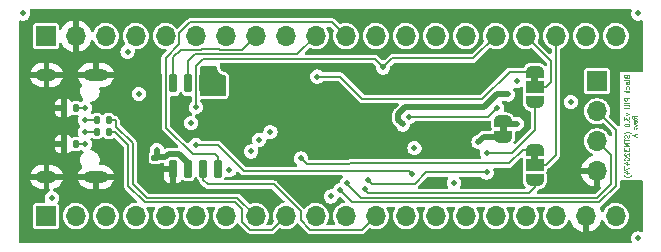
<source format=gbr>
%TF.GenerationSoftware,KiCad,Pcbnew,7.0.7*%
%TF.CreationDate,2023-11-28T23:11:37+01:00*%
%TF.ProjectId,STM32G474_Black-Pill_v3.0,53544d33-3247-4343-9734-5f426c61636b,A*%
%TF.SameCoordinates,Original*%
%TF.FileFunction,Copper,L4,Bot*%
%TF.FilePolarity,Positive*%
%FSLAX46Y46*%
G04 Gerber Fmt 4.6, Leading zero omitted, Abs format (unit mm)*
G04 Created by KiCad (PCBNEW 7.0.7) date 2023-11-28 23:11:37*
%MOMM*%
%LPD*%
G01*
G04 APERTURE LIST*
G04 Aperture macros list*
%AMRoundRect*
0 Rectangle with rounded corners*
0 $1 Rounding radius*
0 $2 $3 $4 $5 $6 $7 $8 $9 X,Y pos of 4 corners*
0 Add a 4 corners polygon primitive as box body*
4,1,4,$2,$3,$4,$5,$6,$7,$8,$9,$2,$3,0*
0 Add four circle primitives for the rounded corners*
1,1,$1+$1,$2,$3*
1,1,$1+$1,$4,$5*
1,1,$1+$1,$6,$7*
1,1,$1+$1,$8,$9*
0 Add four rect primitives between the rounded corners*
20,1,$1+$1,$2,$3,$4,$5,0*
20,1,$1+$1,$4,$5,$6,$7,0*
20,1,$1+$1,$6,$7,$8,$9,0*
20,1,$1+$1,$8,$9,$2,$3,0*%
%AMFreePoly0*
4,1,19,0.550000,-0.750000,0.000000,-0.750000,0.000000,-0.744911,-0.071157,-0.744911,-0.207708,-0.704816,-0.327430,-0.627875,-0.420627,-0.520320,-0.479746,-0.390866,-0.500000,-0.250000,-0.500000,0.250000,-0.479746,0.390866,-0.420627,0.520320,-0.327430,0.627875,-0.207708,0.704816,-0.071157,0.744911,0.000000,0.744911,0.000000,0.750000,0.550000,0.750000,0.550000,-0.750000,0.550000,-0.750000,
$1*%
%AMFreePoly1*
4,1,19,0.000000,0.744911,0.071157,0.744911,0.207708,0.704816,0.327430,0.627875,0.420627,0.520320,0.479746,0.390866,0.500000,0.250000,0.500000,-0.250000,0.479746,-0.390866,0.420627,-0.520320,0.327430,-0.627875,0.207708,-0.704816,0.071157,-0.744911,0.000000,-0.744911,0.000000,-0.750000,-0.550000,-0.750000,-0.550000,0.750000,0.000000,0.750000,0.000000,0.744911,0.000000,0.744911,
$1*%
%AMFreePoly2*
4,1,19,0.500000,-0.750000,0.000000,-0.750000,0.000000,-0.744911,-0.071157,-0.744911,-0.207708,-0.704816,-0.327430,-0.627875,-0.420627,-0.520320,-0.479746,-0.390866,-0.500000,-0.250000,-0.500000,0.250000,-0.479746,0.390866,-0.420627,0.520320,-0.327430,0.627875,-0.207708,0.704816,-0.071157,0.744911,0.000000,0.744911,0.000000,0.750000,0.500000,0.750000,0.500000,-0.750000,0.500000,-0.750000,
$1*%
%AMFreePoly3*
4,1,19,0.000000,0.744911,0.071157,0.744911,0.207708,0.704816,0.327430,0.627875,0.420627,0.520320,0.479746,0.390866,0.500000,0.250000,0.500000,-0.250000,0.479746,-0.390866,0.420627,-0.520320,0.327430,-0.627875,0.207708,-0.704816,0.071157,-0.744911,0.000000,-0.744911,0.000000,-0.750000,-0.500000,-0.750000,-0.500000,0.750000,0.000000,0.750000,0.000000,0.744911,0.000000,0.744911,
$1*%
G04 Aperture macros list end*
%ADD10C,0.100000*%
%TA.AperFunction,NonConductor*%
%ADD11C,0.100000*%
%TD*%
%TA.AperFunction,ComponentPad*%
%ADD12R,1.700000X1.700000*%
%TD*%
%TA.AperFunction,ComponentPad*%
%ADD13O,1.700000X1.700000*%
%TD*%
%TA.AperFunction,ComponentPad*%
%ADD14O,2.100000X1.000000*%
%TD*%
%TA.AperFunction,ComponentPad*%
%ADD15O,1.800000X1.000000*%
%TD*%
%TA.AperFunction,SMDPad,CuDef*%
%ADD16RoundRect,0.150000X0.150000X-0.650000X0.150000X0.650000X-0.150000X0.650000X-0.150000X-0.650000X0*%
%TD*%
%TA.AperFunction,SMDPad,CuDef*%
%ADD17RoundRect,0.135000X-0.135000X-0.185000X0.135000X-0.185000X0.135000X0.185000X-0.135000X0.185000X0*%
%TD*%
%TA.AperFunction,SMDPad,CuDef*%
%ADD18RoundRect,0.140000X-0.170000X0.140000X-0.170000X-0.140000X0.170000X-0.140000X0.170000X0.140000X0*%
%TD*%
%TA.AperFunction,SMDPad,CuDef*%
%ADD19FreePoly0,270.000000*%
%TD*%
%TA.AperFunction,SMDPad,CuDef*%
%ADD20R,1.500000X1.000000*%
%TD*%
%TA.AperFunction,SMDPad,CuDef*%
%ADD21FreePoly1,270.000000*%
%TD*%
%TA.AperFunction,SMDPad,CuDef*%
%ADD22RoundRect,0.135000X0.135000X0.185000X-0.135000X0.185000X-0.135000X-0.185000X0.135000X-0.185000X0*%
%TD*%
%TA.AperFunction,SMDPad,CuDef*%
%ADD23FreePoly2,90.000000*%
%TD*%
%TA.AperFunction,SMDPad,CuDef*%
%ADD24FreePoly3,90.000000*%
%TD*%
%TA.AperFunction,ViaPad*%
%ADD25C,0.500000*%
%TD*%
%TA.AperFunction,Conductor*%
%ADD26C,0.500000*%
%TD*%
%TA.AperFunction,Conductor*%
%ADD27C,0.200000*%
%TD*%
G04 APERTURE END LIST*
D10*
D11*
X150778323Y-97428572D02*
X150797371Y-97485715D01*
X150797371Y-97485715D02*
X150816419Y-97504762D01*
X150816419Y-97504762D02*
X150854514Y-97523810D01*
X150854514Y-97523810D02*
X150911657Y-97523810D01*
X150911657Y-97523810D02*
X150949752Y-97504762D01*
X150949752Y-97504762D02*
X150968800Y-97485715D01*
X150968800Y-97485715D02*
X150987847Y-97447620D01*
X150987847Y-97447620D02*
X150987847Y-97295239D01*
X150987847Y-97295239D02*
X150587847Y-97295239D01*
X150587847Y-97295239D02*
X150587847Y-97428572D01*
X150587847Y-97428572D02*
X150606895Y-97466667D01*
X150606895Y-97466667D02*
X150625942Y-97485715D01*
X150625942Y-97485715D02*
X150664038Y-97504762D01*
X150664038Y-97504762D02*
X150702133Y-97504762D01*
X150702133Y-97504762D02*
X150740228Y-97485715D01*
X150740228Y-97485715D02*
X150759276Y-97466667D01*
X150759276Y-97466667D02*
X150778323Y-97428572D01*
X150778323Y-97428572D02*
X150778323Y-97295239D01*
X150987847Y-97752381D02*
X150968800Y-97714286D01*
X150968800Y-97714286D02*
X150930704Y-97695239D01*
X150930704Y-97695239D02*
X150587847Y-97695239D01*
X150987847Y-98076191D02*
X150778323Y-98076191D01*
X150778323Y-98076191D02*
X150740228Y-98057144D01*
X150740228Y-98057144D02*
X150721180Y-98019048D01*
X150721180Y-98019048D02*
X150721180Y-97942858D01*
X150721180Y-97942858D02*
X150740228Y-97904763D01*
X150968800Y-98076191D02*
X150987847Y-98038096D01*
X150987847Y-98038096D02*
X150987847Y-97942858D01*
X150987847Y-97942858D02*
X150968800Y-97904763D01*
X150968800Y-97904763D02*
X150930704Y-97885715D01*
X150930704Y-97885715D02*
X150892609Y-97885715D01*
X150892609Y-97885715D02*
X150854514Y-97904763D01*
X150854514Y-97904763D02*
X150835466Y-97942858D01*
X150835466Y-97942858D02*
X150835466Y-98038096D01*
X150835466Y-98038096D02*
X150816419Y-98076191D01*
X150968800Y-98438096D02*
X150987847Y-98400001D01*
X150987847Y-98400001D02*
X150987847Y-98323810D01*
X150987847Y-98323810D02*
X150968800Y-98285715D01*
X150968800Y-98285715D02*
X150949752Y-98266668D01*
X150949752Y-98266668D02*
X150911657Y-98247620D01*
X150911657Y-98247620D02*
X150797371Y-98247620D01*
X150797371Y-98247620D02*
X150759276Y-98266668D01*
X150759276Y-98266668D02*
X150740228Y-98285715D01*
X150740228Y-98285715D02*
X150721180Y-98323810D01*
X150721180Y-98323810D02*
X150721180Y-98400001D01*
X150721180Y-98400001D02*
X150740228Y-98438096D01*
X150987847Y-98609525D02*
X150587847Y-98609525D01*
X150835466Y-98647620D02*
X150987847Y-98761906D01*
X150721180Y-98761906D02*
X150873561Y-98609525D01*
X150987847Y-99238097D02*
X150587847Y-99238097D01*
X150587847Y-99238097D02*
X150587847Y-99390478D01*
X150587847Y-99390478D02*
X150606895Y-99428573D01*
X150606895Y-99428573D02*
X150625942Y-99447620D01*
X150625942Y-99447620D02*
X150664038Y-99466668D01*
X150664038Y-99466668D02*
X150721180Y-99466668D01*
X150721180Y-99466668D02*
X150759276Y-99447620D01*
X150759276Y-99447620D02*
X150778323Y-99428573D01*
X150778323Y-99428573D02*
X150797371Y-99390478D01*
X150797371Y-99390478D02*
X150797371Y-99238097D01*
X150987847Y-99638097D02*
X150721180Y-99638097D01*
X150587847Y-99638097D02*
X150606895Y-99619049D01*
X150606895Y-99619049D02*
X150625942Y-99638097D01*
X150625942Y-99638097D02*
X150606895Y-99657144D01*
X150606895Y-99657144D02*
X150587847Y-99638097D01*
X150587847Y-99638097D02*
X150625942Y-99638097D01*
X150987847Y-99885715D02*
X150968800Y-99847620D01*
X150968800Y-99847620D02*
X150930704Y-99828573D01*
X150930704Y-99828573D02*
X150587847Y-99828573D01*
X150987847Y-100095239D02*
X150968800Y-100057144D01*
X150968800Y-100057144D02*
X150930704Y-100038097D01*
X150930704Y-100038097D02*
X150587847Y-100038097D01*
X150721180Y-100514287D02*
X150987847Y-100609525D01*
X150987847Y-100609525D02*
X150721180Y-100704764D01*
X150587847Y-100819049D02*
X150587847Y-101066668D01*
X150587847Y-101066668D02*
X150740228Y-100933335D01*
X150740228Y-100933335D02*
X150740228Y-100990478D01*
X150740228Y-100990478D02*
X150759276Y-101028573D01*
X150759276Y-101028573D02*
X150778323Y-101047621D01*
X150778323Y-101047621D02*
X150816419Y-101066668D01*
X150816419Y-101066668D02*
X150911657Y-101066668D01*
X150911657Y-101066668D02*
X150949752Y-101047621D01*
X150949752Y-101047621D02*
X150968800Y-101028573D01*
X150968800Y-101028573D02*
X150987847Y-100990478D01*
X150987847Y-100990478D02*
X150987847Y-100876192D01*
X150987847Y-100876192D02*
X150968800Y-100838097D01*
X150968800Y-100838097D02*
X150949752Y-100819049D01*
X150949752Y-101238097D02*
X150968800Y-101257144D01*
X150968800Y-101257144D02*
X150987847Y-101238097D01*
X150987847Y-101238097D02*
X150968800Y-101219049D01*
X150968800Y-101219049D02*
X150949752Y-101238097D01*
X150949752Y-101238097D02*
X150987847Y-101238097D01*
X150587847Y-101504763D02*
X150587847Y-101542858D01*
X150587847Y-101542858D02*
X150606895Y-101580954D01*
X150606895Y-101580954D02*
X150625942Y-101600001D01*
X150625942Y-101600001D02*
X150664038Y-101619049D01*
X150664038Y-101619049D02*
X150740228Y-101638096D01*
X150740228Y-101638096D02*
X150835466Y-101638096D01*
X150835466Y-101638096D02*
X150911657Y-101619049D01*
X150911657Y-101619049D02*
X150949752Y-101600001D01*
X150949752Y-101600001D02*
X150968800Y-101580954D01*
X150968800Y-101580954D02*
X150987847Y-101542858D01*
X150987847Y-101542858D02*
X150987847Y-101504763D01*
X150987847Y-101504763D02*
X150968800Y-101466668D01*
X150968800Y-101466668D02*
X150949752Y-101447620D01*
X150949752Y-101447620D02*
X150911657Y-101428573D01*
X150911657Y-101428573D02*
X150835466Y-101409525D01*
X150835466Y-101409525D02*
X150740228Y-101409525D01*
X150740228Y-101409525D02*
X150664038Y-101428573D01*
X150664038Y-101428573D02*
X150625942Y-101447620D01*
X150625942Y-101447620D02*
X150606895Y-101466668D01*
X150606895Y-101466668D02*
X150587847Y-101504763D01*
X151140228Y-102228572D02*
X151121180Y-102209525D01*
X151121180Y-102209525D02*
X151064038Y-102171429D01*
X151064038Y-102171429D02*
X151025942Y-102152382D01*
X151025942Y-102152382D02*
X150968800Y-102133334D01*
X150968800Y-102133334D02*
X150873561Y-102114287D01*
X150873561Y-102114287D02*
X150797371Y-102114287D01*
X150797371Y-102114287D02*
X150702133Y-102133334D01*
X150702133Y-102133334D02*
X150644990Y-102152382D01*
X150644990Y-102152382D02*
X150606895Y-102171429D01*
X150606895Y-102171429D02*
X150549752Y-102209525D01*
X150549752Y-102209525D02*
X150530704Y-102228572D01*
X150968800Y-102361906D02*
X150987847Y-102419049D01*
X150987847Y-102419049D02*
X150987847Y-102514287D01*
X150987847Y-102514287D02*
X150968800Y-102552382D01*
X150968800Y-102552382D02*
X150949752Y-102571430D01*
X150949752Y-102571430D02*
X150911657Y-102590477D01*
X150911657Y-102590477D02*
X150873561Y-102590477D01*
X150873561Y-102590477D02*
X150835466Y-102571430D01*
X150835466Y-102571430D02*
X150816419Y-102552382D01*
X150816419Y-102552382D02*
X150797371Y-102514287D01*
X150797371Y-102514287D02*
X150778323Y-102438096D01*
X150778323Y-102438096D02*
X150759276Y-102400001D01*
X150759276Y-102400001D02*
X150740228Y-102380954D01*
X150740228Y-102380954D02*
X150702133Y-102361906D01*
X150702133Y-102361906D02*
X150664038Y-102361906D01*
X150664038Y-102361906D02*
X150625942Y-102380954D01*
X150625942Y-102380954D02*
X150606895Y-102400001D01*
X150606895Y-102400001D02*
X150587847Y-102438096D01*
X150587847Y-102438096D02*
X150587847Y-102533335D01*
X150587847Y-102533335D02*
X150606895Y-102590477D01*
X150587847Y-102704763D02*
X150587847Y-102933334D01*
X150987847Y-102819048D02*
X150587847Y-102819048D01*
X150987847Y-103066668D02*
X150587847Y-103066668D01*
X150587847Y-103066668D02*
X150873561Y-103200001D01*
X150873561Y-103200001D02*
X150587847Y-103333334D01*
X150587847Y-103333334D02*
X150987847Y-103333334D01*
X150587847Y-103485715D02*
X150587847Y-103733334D01*
X150587847Y-103733334D02*
X150740228Y-103600001D01*
X150740228Y-103600001D02*
X150740228Y-103657144D01*
X150740228Y-103657144D02*
X150759276Y-103695239D01*
X150759276Y-103695239D02*
X150778323Y-103714287D01*
X150778323Y-103714287D02*
X150816419Y-103733334D01*
X150816419Y-103733334D02*
X150911657Y-103733334D01*
X150911657Y-103733334D02*
X150949752Y-103714287D01*
X150949752Y-103714287D02*
X150968800Y-103695239D01*
X150968800Y-103695239D02*
X150987847Y-103657144D01*
X150987847Y-103657144D02*
X150987847Y-103542858D01*
X150987847Y-103542858D02*
X150968800Y-103504763D01*
X150968800Y-103504763D02*
X150949752Y-103485715D01*
X150625942Y-103885715D02*
X150606895Y-103904763D01*
X150606895Y-103904763D02*
X150587847Y-103942858D01*
X150587847Y-103942858D02*
X150587847Y-104038096D01*
X150587847Y-104038096D02*
X150606895Y-104076191D01*
X150606895Y-104076191D02*
X150625942Y-104095239D01*
X150625942Y-104095239D02*
X150664038Y-104114286D01*
X150664038Y-104114286D02*
X150702133Y-104114286D01*
X150702133Y-104114286D02*
X150759276Y-104095239D01*
X150759276Y-104095239D02*
X150987847Y-103866667D01*
X150987847Y-103866667D02*
X150987847Y-104114286D01*
X150606895Y-104495238D02*
X150587847Y-104457143D01*
X150587847Y-104457143D02*
X150587847Y-104400000D01*
X150587847Y-104400000D02*
X150606895Y-104342857D01*
X150606895Y-104342857D02*
X150644990Y-104304762D01*
X150644990Y-104304762D02*
X150683085Y-104285715D01*
X150683085Y-104285715D02*
X150759276Y-104266667D01*
X150759276Y-104266667D02*
X150816419Y-104266667D01*
X150816419Y-104266667D02*
X150892609Y-104285715D01*
X150892609Y-104285715D02*
X150930704Y-104304762D01*
X150930704Y-104304762D02*
X150968800Y-104342857D01*
X150968800Y-104342857D02*
X150987847Y-104400000D01*
X150987847Y-104400000D02*
X150987847Y-104438096D01*
X150987847Y-104438096D02*
X150968800Y-104495238D01*
X150968800Y-104495238D02*
X150949752Y-104514286D01*
X150949752Y-104514286D02*
X150816419Y-104514286D01*
X150816419Y-104514286D02*
X150816419Y-104438096D01*
X150721180Y-104857143D02*
X150987847Y-104857143D01*
X150568800Y-104761905D02*
X150854514Y-104666667D01*
X150854514Y-104666667D02*
X150854514Y-104914286D01*
X150587847Y-105028571D02*
X150587847Y-105295238D01*
X150587847Y-105295238D02*
X150987847Y-105123809D01*
X150721180Y-105619047D02*
X150987847Y-105619047D01*
X150568800Y-105523809D02*
X150854514Y-105428571D01*
X150854514Y-105428571D02*
X150854514Y-105676190D01*
X151140228Y-105790475D02*
X151121180Y-105809523D01*
X151121180Y-105809523D02*
X151064038Y-105847618D01*
X151064038Y-105847618D02*
X151025942Y-105866666D01*
X151025942Y-105866666D02*
X150968800Y-105885713D01*
X150968800Y-105885713D02*
X150873561Y-105904761D01*
X150873561Y-105904761D02*
X150797371Y-105904761D01*
X150797371Y-105904761D02*
X150702133Y-105885713D01*
X150702133Y-105885713D02*
X150644990Y-105866666D01*
X150644990Y-105866666D02*
X150606895Y-105847618D01*
X150606895Y-105847618D02*
X150549752Y-105809523D01*
X150549752Y-105809523D02*
X150530704Y-105790475D01*
X151631847Y-100980952D02*
X151441371Y-100847619D01*
X151631847Y-100752381D02*
X151231847Y-100752381D01*
X151231847Y-100752381D02*
X151231847Y-100904762D01*
X151231847Y-100904762D02*
X151250895Y-100942857D01*
X151250895Y-100942857D02*
X151269942Y-100961904D01*
X151269942Y-100961904D02*
X151308038Y-100980952D01*
X151308038Y-100980952D02*
X151365180Y-100980952D01*
X151365180Y-100980952D02*
X151403276Y-100961904D01*
X151403276Y-100961904D02*
X151422323Y-100942857D01*
X151422323Y-100942857D02*
X151441371Y-100904762D01*
X151441371Y-100904762D02*
X151441371Y-100752381D01*
X151612800Y-101304762D02*
X151631847Y-101266666D01*
X151631847Y-101266666D02*
X151631847Y-101190476D01*
X151631847Y-101190476D02*
X151612800Y-101152381D01*
X151612800Y-101152381D02*
X151574704Y-101133333D01*
X151574704Y-101133333D02*
X151422323Y-101133333D01*
X151422323Y-101133333D02*
X151384228Y-101152381D01*
X151384228Y-101152381D02*
X151365180Y-101190476D01*
X151365180Y-101190476D02*
X151365180Y-101266666D01*
X151365180Y-101266666D02*
X151384228Y-101304762D01*
X151384228Y-101304762D02*
X151422323Y-101323809D01*
X151422323Y-101323809D02*
X151460419Y-101323809D01*
X151460419Y-101323809D02*
X151498514Y-101133333D01*
X151365180Y-101457142D02*
X151631847Y-101552380D01*
X151631847Y-101552380D02*
X151365180Y-101647619D01*
X151593752Y-101800000D02*
X151612800Y-101819047D01*
X151612800Y-101819047D02*
X151631847Y-101800000D01*
X151631847Y-101800000D02*
X151612800Y-101780952D01*
X151612800Y-101780952D02*
X151593752Y-101800000D01*
X151593752Y-101800000D02*
X151631847Y-101800000D01*
X151384228Y-101800000D02*
X151403276Y-101819047D01*
X151403276Y-101819047D02*
X151422323Y-101800000D01*
X151422323Y-101800000D02*
X151403276Y-101780952D01*
X151403276Y-101780952D02*
X151384228Y-101800000D01*
X151384228Y-101800000D02*
X151422323Y-101800000D01*
X151517561Y-102276190D02*
X151517561Y-102466666D01*
X151631847Y-102238095D02*
X151231847Y-102371428D01*
X151231847Y-102371428D02*
X151631847Y-102504761D01*
%TA.AperFunction,EtchedComponent*%
%TO.C,JP101*%
G36*
X143302000Y-97898000D02*
G01*
X142702000Y-97898000D01*
X142702000Y-97398000D01*
X143302000Y-97398000D01*
X143302000Y-97898000D01*
G37*
%TD.AperFunction*%
%TA.AperFunction,EtchedComponent*%
%TO.C,JP102*%
G36*
X143302000Y-104502000D02*
G01*
X142702000Y-104502000D01*
X142702000Y-104002000D01*
X143302000Y-104002000D01*
X143302000Y-104502000D01*
G37*
%TD.AperFunction*%
%TA.AperFunction,EtchedComponent*%
%TO.C,JP103*%
G36*
X140635000Y-102104000D02*
G01*
X140035000Y-102104000D01*
X140035000Y-101604000D01*
X140635000Y-101604000D01*
X140635000Y-102104000D01*
G37*
%TD.AperFunction*%
%TD*%
D12*
%TO.P,J104,1,Pin_1*%
%TO.N,+3.3V*%
X148285000Y-97800000D03*
D13*
%TO.P,J104,2,Pin_2*%
%TO.N,/SWDIO*%
X148285000Y-100340000D03*
%TO.P,J104,3,Pin_3*%
%TO.N,/SWCLK*%
X148285000Y-102880000D03*
%TO.P,J104,4,Pin_4*%
%TO.N,GND*%
X148285000Y-105420000D03*
%TD*%
D14*
%TO.P,J101,S1,SHIELD*%
%TO.N,GND*%
X105840000Y-97280000D03*
D15*
X101660000Y-97280000D03*
D14*
X105840000Y-105920000D03*
D15*
X101660000Y-105920000D03*
%TD*%
D16*
%TO.P,U101,1,~{CS}*%
%TO.N,/PA4*%
X116205000Y-105200000D03*
%TO.P,U101,2,DO(IO1)*%
%TO.N,/PB4*%
X114935000Y-105200000D03*
%TO.P,U101,3,IO2*%
%TO.N,+3.3V*%
X113665000Y-105200000D03*
%TO.P,U101,4,GND*%
%TO.N,GND*%
X112395000Y-105200000D03*
%TO.P,U101,5,DI(IO0)*%
%TO.N,/PA7*%
X112395000Y-98000000D03*
%TO.P,U101,6,CLK*%
%TO.N,/PA5*%
X113665000Y-98000000D03*
%TO.P,U101,7,IO3*%
%TO.N,+3.3V*%
X114935000Y-98000000D03*
%TO.P,U101,8,VCC*%
X116205000Y-98000000D03*
%TD*%
D17*
%TO.P,R105,1*%
%TO.N,Net-(J101-D+-PadA6)*%
X105916000Y-102108000D03*
%TO.P,R105,2*%
%TO.N,/PA12*%
X106936000Y-102108000D03*
%TD*%
%TO.P,R104,1*%
%TO.N,Net-(J101-D--PadA7)*%
X105916000Y-101092000D03*
%TO.P,R104,2*%
%TO.N,/PA11*%
X106936000Y-101092000D03*
%TD*%
D18*
%TO.P,C101,1*%
%TO.N,+3.3V*%
X110871000Y-104295000D03*
%TO.P,C101,2*%
%TO.N,GND*%
X110871000Y-105255000D03*
%TD*%
D12*
%TO.P,J102,1,Pin_1*%
%TO.N,/PB12*%
X101600000Y-109220000D03*
D13*
%TO.P,J102,2,Pin_2*%
%TO.N,/PB13*%
X104140000Y-109220000D03*
%TO.P,J102,3,Pin_3*%
%TO.N,/PB14*%
X106680000Y-109220000D03*
%TO.P,J102,4,Pin_4*%
%TO.N,/PB15*%
X109220000Y-109220000D03*
%TO.P,J102,5,Pin_5*%
%TO.N,/PA8*%
X111760000Y-109220000D03*
%TO.P,J102,6,Pin_6*%
%TO.N,/PA9*%
X114300000Y-109220000D03*
%TO.P,J102,7,Pin_7*%
%TO.N,/PA10*%
X116840000Y-109220000D03*
%TO.P,J102,8,Pin_8*%
%TO.N,/PA11*%
X119380000Y-109220000D03*
%TO.P,J102,9,Pin_9*%
%TO.N,/PA12*%
X121920000Y-109220000D03*
%TO.P,J102,10,Pin_10*%
%TO.N,/PA15*%
X124460000Y-109220000D03*
%TO.P,J102,11,Pin_11*%
%TO.N,/PB3*%
X127000000Y-109220000D03*
%TO.P,J102,12,Pin_12*%
%TO.N,/PB4*%
X129540000Y-109220000D03*
%TO.P,J102,13,Pin_13*%
%TO.N,/PB5*%
X132080000Y-109220000D03*
%TO.P,J102,14,Pin_14*%
%TO.N,/PB6*%
X134620000Y-109220000D03*
%TO.P,J102,15,Pin_15*%
%TO.N,/PB7*%
X137160000Y-109220000D03*
%TO.P,J102,16,Pin_16*%
%TO.N,/PB11*%
X139700000Y-109220000D03*
%TO.P,J102,17,Pin_17*%
%TO.N,/PB9*%
X142240000Y-109220000D03*
%TO.P,J102,18,Pin_18*%
%TO.N,+5V*%
X144780000Y-109220000D03*
%TO.P,J102,19,Pin_19*%
%TO.N,GND*%
X147320000Y-109220000D03*
%TO.P,J102,20,Pin_20*%
%TO.N,+3.3V*%
X149860000Y-109220000D03*
%TD*%
D19*
%TO.P,JP101,1,A*%
%TO.N,/PC4*%
X143002000Y-96998000D03*
D20*
%TO.P,JP101,2,C*%
%TO.N,/Pin17*%
X143002000Y-98298000D03*
D21*
%TO.P,JP101,3,B*%
%TO.N,/PC10*%
X143002000Y-99598000D03*
%TD*%
D22*
%TO.P,R102,1*%
%TO.N,Net-(J101-CC2)*%
X104142000Y-103124000D03*
%TO.P,R102,2*%
%TO.N,GND*%
X103122000Y-103124000D03*
%TD*%
D19*
%TO.P,JP102,1,A*%
%TO.N,/PC6*%
X143002000Y-103602000D03*
D20*
%TO.P,JP102,2,C*%
%TO.N,/Pin18*%
X143002000Y-104902000D03*
D21*
%TO.P,JP102,3,B*%
%TO.N,/PC11*%
X143002000Y-106202000D03*
%TD*%
D12*
%TO.P,J103,1,Pin_1*%
%TO.N,+5V*%
X101600000Y-93980000D03*
D13*
%TO.P,J103,2,Pin_2*%
%TO.N,GND*%
X104140000Y-93980000D03*
%TO.P,J103,3,Pin_3*%
%TO.N,+3.3V*%
X106680000Y-93980000D03*
%TO.P,J103,4,Pin_4*%
%TO.N,/PB10*%
X109220000Y-93980000D03*
%TO.P,J103,5,Pin_5*%
%TO.N,/PB2*%
X111760000Y-93980000D03*
%TO.P,J103,6,Pin_6*%
%TO.N,/PB1*%
X114300000Y-93980000D03*
%TO.P,J103,7,Pin_7*%
%TO.N,/PB0*%
X116840000Y-93980000D03*
%TO.P,J103,8,Pin_8*%
%TO.N,/PA7*%
X119380000Y-93980000D03*
%TO.P,J103,9,Pin_9*%
%TO.N,/PA6*%
X121920000Y-93980000D03*
%TO.P,J103,10,Pin_10*%
%TO.N,/PA5*%
X124460000Y-93980000D03*
%TO.P,J103,11,Pin_11*%
%TO.N,/PA4*%
X127000000Y-93980000D03*
%TO.P,J103,12,Pin_12*%
%TO.N,/PA3*%
X129540000Y-93980000D03*
%TO.P,J103,13,Pin_13*%
%TO.N,/PA2*%
X132080000Y-93980000D03*
%TO.P,J103,14,Pin_14*%
%TO.N,/PA1*%
X134620000Y-93980000D03*
%TO.P,J103,15,Pin_15*%
%TO.N,/PA0*%
X137160000Y-93980000D03*
%TO.P,J103,16,Pin_16*%
%TO.N,NRST*%
X139700000Y-93980000D03*
%TO.P,J103,17,Pin_17*%
%TO.N,/Pin17*%
X142240000Y-93980000D03*
%TO.P,J103,18,Pin_18*%
%TO.N,/Pin18*%
X144780000Y-93980000D03*
%TO.P,J103,19,Pin_19*%
%TO.N,/PC13*%
X147320000Y-93980000D03*
%TO.P,J103,20,Pin_20*%
%TO.N,VB*%
X149860000Y-93980000D03*
%TD*%
D22*
%TO.P,R101,1*%
%TO.N,Net-(J101-CC1)*%
X104142000Y-100076000D03*
%TO.P,R101,2*%
%TO.N,GND*%
X103122000Y-100076000D03*
%TD*%
D23*
%TO.P,JP103,1,A*%
%TO.N,/+3.3V_{MCU}*%
X140335000Y-102504000D03*
D24*
%TO.P,JP103,2,B*%
%TO.N,+3.3V*%
X140335000Y-101204000D03*
%TD*%
D25*
%TO.N,+3.3V*%
X102108000Y-107696000D03*
X113919000Y-101346000D03*
X151765000Y-92075000D03*
X110998000Y-103632000D03*
X119660000Y-102760000D03*
X99695000Y-92075000D03*
X146050000Y-99568000D03*
X141478000Y-101406000D03*
X115316000Y-96774000D03*
X108524000Y-95316000D03*
X117153000Y-105342000D03*
X136144000Y-106426000D03*
X141478000Y-97790000D03*
X151765000Y-111125000D03*
%TO.N,GND*%
X114681000Y-101854000D03*
X133477000Y-97663000D03*
X141478000Y-95377000D03*
X110109000Y-102489000D03*
X134620000Y-104013000D03*
X127000000Y-104140000D03*
X134683500Y-101790500D03*
X99695000Y-92964000D03*
X141478000Y-100556000D03*
X107823000Y-104775000D03*
X110998000Y-97536000D03*
X125730000Y-102870000D03*
X123317000Y-107950000D03*
X124460000Y-101600000D03*
X118999000Y-101346000D03*
X127000000Y-100330000D03*
X124333000Y-107696000D03*
X125730000Y-100330000D03*
X141351000Y-106426000D03*
X127000000Y-99060000D03*
X151765000Y-92964000D03*
X145542000Y-102235000D03*
X134973000Y-106398000D03*
X118618000Y-97155000D03*
X137414000Y-96647000D03*
X128270000Y-102743000D03*
X127000000Y-102743000D03*
X127000000Y-101600000D03*
X131036000Y-97056000D03*
X133505000Y-98580000D03*
X125730000Y-101600000D03*
X132746069Y-101774964D03*
X110109000Y-103632000D03*
X128270000Y-101600000D03*
X128270000Y-100330000D03*
X121793000Y-99314000D03*
X151765000Y-110236000D03*
X110109000Y-97282000D03*
X129540000Y-101600000D03*
X116713000Y-96647000D03*
%TO.N,NRST*%
X130175000Y-96647000D03*
X114300000Y-100008000D03*
%TO.N,VBAT*%
X131826000Y-101473000D03*
X140716000Y-98933000D03*
%TO.N,+5V*%
X109474000Y-98879076D03*
%TO.N,/PC13*%
X132392378Y-100838000D03*
X139827000Y-100076000D03*
%TO.N,Net-(J101-CC1)*%
X104902000Y-100076000D03*
%TO.N,Net-(J101-D+-PadA6)*%
X104902000Y-102108000D03*
%TO.N,Net-(J101-D--PadA7)*%
X104902000Y-101092000D03*
%TO.N,Net-(J101-CC2)*%
X104902000Y-103124000D03*
%TO.N,/PB11*%
X118999000Y-103759000D03*
%TO.N,/PC6*%
X123190000Y-104349339D03*
%TO.N,/PC4*%
X124581884Y-97414116D03*
%TO.N,/SWDIO*%
X126526311Y-107026689D03*
%TO.N,/SWCLK*%
X127127000Y-106426000D03*
%TO.N,/PC10*%
X128905000Y-106172000D03*
X138938000Y-103886000D03*
X138938000Y-105537000D03*
%TO.N,/PC11*%
X128589503Y-106960744D03*
%TO.N,/PB8*%
X132588000Y-105664000D03*
X114300000Y-103192000D03*
%TO.N,/+3.3V_{MCU}*%
X132815386Y-103478386D03*
X120622000Y-102108000D03*
X125730000Y-107569000D03*
X138237918Y-102960000D03*
%TD*%
D26*
%TO.N,+3.3V*%
X140537000Y-101406000D02*
X140335000Y-101204000D01*
X110998000Y-104168000D02*
X110871000Y-104295000D01*
X141478000Y-101406000D02*
X140537000Y-101406000D01*
X110899000Y-104267000D02*
X111679472Y-104267000D01*
X111996472Y-103950000D02*
X112920528Y-103950000D01*
X112920528Y-103950000D02*
X113665000Y-104694472D01*
X110871000Y-104295000D02*
X110899000Y-104267000D01*
X111679472Y-104267000D02*
X111996472Y-103950000D01*
X110998000Y-103632000D02*
X110998000Y-104168000D01*
X113665000Y-104694472D02*
X113665000Y-105073000D01*
%TO.N,GND*%
X110871000Y-105255000D02*
X112340000Y-105255000D01*
X112340000Y-105128000D02*
X112395000Y-105073000D01*
D27*
%TO.N,NRST*%
X137795000Y-95885000D02*
X139700000Y-93980000D01*
X114300000Y-96520000D02*
X114890000Y-95930000D01*
X115114716Y-95923000D02*
X116025282Y-95923000D01*
X130937000Y-95885000D02*
X137795000Y-95885000D01*
X130175000Y-96647000D02*
X130937000Y-95885000D01*
X116032284Y-95930000D02*
X129458000Y-95930000D01*
X114890000Y-95930000D02*
X115107716Y-95930000D01*
X129458000Y-95930000D02*
X130175000Y-96647000D01*
X114300000Y-100008000D02*
X114300000Y-96520000D01*
X115107716Y-95930000D02*
X115114716Y-95923000D01*
X116025282Y-95923000D02*
X116032284Y-95930000D01*
D26*
%TO.N,VBAT*%
X139767918Y-98933000D02*
X138712918Y-99988000D01*
X132040296Y-99988000D02*
X131445000Y-100583296D01*
X131445000Y-100583296D02*
X131445000Y-101092000D01*
X140716000Y-98933000D02*
X139767918Y-98933000D01*
X138712918Y-99988000D02*
X132040296Y-99988000D01*
X131445000Y-101092000D02*
X131826000Y-101473000D01*
D27*
%TO.N,/PC13*%
X139065000Y-100838000D02*
X132392378Y-100838000D01*
X139827000Y-100076000D02*
X139065000Y-100838000D01*
%TO.N,Net-(J101-CC1)*%
X104902000Y-100076000D02*
X104142000Y-100076000D01*
%TO.N,Net-(J101-D+-PadA6)*%
X105916000Y-102108000D02*
X104902000Y-102108000D01*
%TO.N,Net-(J101-D--PadA7)*%
X105916000Y-101092000D02*
X104902000Y-101092000D01*
%TO.N,Net-(J101-CC2)*%
X104902000Y-103124000D02*
X104142000Y-103124000D01*
%TO.N,/PB4*%
X123190000Y-109576346D02*
X123983654Y-110370000D01*
X120904000Y-106553000D02*
X123190000Y-108839000D01*
X123983654Y-110370000D02*
X128390000Y-110370000D01*
X123190000Y-108839000D02*
X123190000Y-109576346D01*
X114935000Y-105073000D02*
X114935000Y-106172000D01*
X128390000Y-110370000D02*
X129540000Y-109220000D01*
X115316000Y-106553000D02*
X120904000Y-106553000D01*
X114935000Y-106172000D02*
X115316000Y-106553000D01*
%TO.N,/PC6*%
X127289950Y-104840000D02*
X127354950Y-104775000D01*
X127354950Y-104775000D02*
X140843000Y-104775000D01*
X142016000Y-103602000D02*
X143002000Y-103602000D01*
X123190000Y-104349339D02*
X123680661Y-104840000D01*
X140843000Y-104775000D02*
X142016000Y-103602000D01*
X123680661Y-104840000D02*
X127289950Y-104840000D01*
%TO.N,/PA4*%
X111746975Y-97168025D02*
X111768654Y-97189704D01*
X111746975Y-95840339D02*
X111746975Y-97168025D01*
X111768654Y-101735654D02*
X114046000Y-104013000D01*
X112910000Y-94677314D02*
X111746975Y-95840339D01*
X125850000Y-92830000D02*
X113823654Y-92830000D01*
X114046000Y-104013000D02*
X115951000Y-104013000D01*
X127000000Y-93980000D02*
X125850000Y-92830000D01*
X113823654Y-92830000D02*
X112910000Y-93743654D01*
X116205000Y-104267000D02*
X116205000Y-105200000D01*
X115951000Y-104013000D02*
X116205000Y-104267000D01*
X112910000Y-93743654D02*
X112910000Y-94677314D01*
X111768654Y-97189704D02*
X111768654Y-101735654D01*
%TO.N,/PA5*%
X114274000Y-95530000D02*
X114942031Y-95530000D01*
X113665000Y-98127000D02*
X113665000Y-96139000D01*
X122910000Y-95530000D02*
X124460000Y-93980000D01*
X114942031Y-95530000D02*
X114949031Y-95523000D01*
X116197969Y-95530000D02*
X122910000Y-95530000D01*
X116190968Y-95523000D02*
X116197969Y-95530000D01*
X114949031Y-95523000D02*
X116190968Y-95523000D01*
X113665000Y-96139000D02*
X114274000Y-95530000D01*
%TO.N,/PA7*%
X112395000Y-95758000D02*
X112395000Y-98127000D01*
X114776346Y-95130000D02*
X113023000Y-95130000D01*
X114783346Y-95123000D02*
X114776346Y-95130000D01*
X118230000Y-95130000D02*
X116363654Y-95130000D01*
X116363654Y-95130000D02*
X116356654Y-95123000D01*
X113023000Y-95130000D02*
X112395000Y-95758000D01*
X116356654Y-95123000D02*
X114783346Y-95123000D01*
X119380000Y-93980000D02*
X118230000Y-95130000D01*
%TO.N,/PC4*%
X138557000Y-99314000D02*
X140873000Y-96998000D01*
X126497116Y-97414116D02*
X128397000Y-99314000D01*
X140873000Y-96998000D02*
X143002000Y-96998000D01*
X124581884Y-97414116D02*
X126497116Y-97414116D01*
X128397000Y-99314000D02*
X138557000Y-99314000D01*
%TO.N,/SWDIO*%
X127569622Y-108070000D02*
X148470000Y-108070000D01*
X126526311Y-107026689D02*
X127569622Y-108070000D01*
X148470000Y-108070000D02*
X149860000Y-106680000D01*
X149860000Y-101915000D02*
X148285000Y-100340000D01*
X149860000Y-106680000D02*
X149860000Y-101915000D01*
%TO.N,/SWCLK*%
X148304314Y-107670000D02*
X149460000Y-106514314D01*
X127127000Y-106488191D02*
X128308809Y-107670000D01*
X128308809Y-107670000D02*
X148304314Y-107670000D01*
X127127000Y-106426000D02*
X127127000Y-106488191D01*
X149460000Y-106514314D02*
X149460000Y-104055000D01*
X149460000Y-104055000D02*
X148285000Y-102880000D01*
%TO.N,/PA11*%
X106936000Y-101092000D02*
X107425000Y-101092000D01*
X107552000Y-101652315D02*
X108966000Y-103066315D01*
X112409031Y-107677000D02*
X113650968Y-107677000D01*
X112402031Y-107670000D02*
X112409031Y-107677000D01*
X113650968Y-107677000D02*
X113657969Y-107670000D01*
X108966000Y-106495314D02*
X110140686Y-107670000D01*
X107552000Y-101219000D02*
X107552000Y-101652315D01*
X110140686Y-107670000D02*
X112402031Y-107670000D01*
X107425000Y-101092000D02*
X107552000Y-101219000D01*
X117829999Y-107670000D02*
X119380000Y-109220000D01*
X113657969Y-107670000D02*
X117829999Y-107670000D01*
X108966000Y-103066315D02*
X108966000Y-106495314D01*
%TO.N,/PA12*%
X106936000Y-102108000D02*
X107442000Y-102108000D01*
X108566000Y-106660999D02*
X109975000Y-108070000D01*
X107442000Y-102108000D02*
X108566000Y-103232000D01*
X113816654Y-108077000D02*
X113823654Y-108070000D01*
X118230000Y-109696346D02*
X118903654Y-110370000D01*
X109975000Y-108070000D02*
X112236346Y-108070000D01*
X114776346Y-108070000D02*
X114783346Y-108077000D01*
X108566000Y-103232000D02*
X108566000Y-106660999D01*
X114783346Y-108077000D02*
X116356654Y-108077000D01*
X117664314Y-108070000D02*
X118230000Y-108635686D01*
X112243346Y-108077000D02*
X113816654Y-108077000D01*
X118230000Y-108635686D02*
X118230000Y-109696346D01*
X118903654Y-110370000D02*
X120770000Y-110370000D01*
X120770000Y-110370000D02*
X121920000Y-109220000D01*
X113823654Y-108070000D02*
X114776346Y-108070000D01*
X116363654Y-108070000D02*
X117664314Y-108070000D01*
X112236346Y-108070000D02*
X112243346Y-108077000D01*
X116356654Y-108077000D02*
X116363654Y-108070000D01*
%TO.N,/Pin18*%
X143002000Y-104902000D02*
X143952000Y-104902000D01*
X143952000Y-104902000D02*
X144780000Y-104074000D01*
X144780000Y-104074000D02*
X144780000Y-93980000D01*
%TO.N,/Pin17*%
X142240000Y-93980000D02*
X144380000Y-96120000D01*
X144380000Y-97870000D02*
X143952000Y-98298000D01*
X144380000Y-96120000D02*
X144380000Y-97870000D01*
X143952000Y-98298000D02*
X143002000Y-98298000D01*
%TO.N,/PC10*%
X133831950Y-105537000D02*
X132877950Y-106491000D01*
X141097000Y-103886000D02*
X143002000Y-101981000D01*
X129224000Y-106491000D02*
X128905000Y-106172000D01*
X132877950Y-106491000D02*
X129224000Y-106491000D01*
X143002000Y-101981000D02*
X143002000Y-99598000D01*
X138938000Y-103886000D02*
X141097000Y-103886000D01*
X138938000Y-105537000D02*
X133831950Y-105537000D01*
%TO.N,/PC11*%
X143002000Y-106807000D02*
X143002000Y-106202000D01*
X142539000Y-107270000D02*
X143002000Y-106807000D01*
X128898759Y-107270000D02*
X142539000Y-107270000D01*
X128589503Y-106960744D02*
X128898759Y-107270000D01*
%TO.N,/PB8*%
X116146000Y-103192000D02*
X114300000Y-103192000D01*
X118364000Y-105410000D02*
X116146000Y-103192000D01*
X132588000Y-105664000D02*
X132334000Y-105410000D01*
X132334000Y-105410000D02*
X118364000Y-105410000D01*
D26*
%TO.N,/+3.3V_{MCU}*%
X138237918Y-102960000D02*
X138693918Y-102504000D01*
X138693918Y-102504000D02*
X140335000Y-102504000D01*
%TD*%
%TA.AperFunction,Conductor*%
%TO.N,GND*%
G36*
X151155748Y-91710185D02*
G01*
X151201503Y-91762989D01*
X151211447Y-91832147D01*
X151203270Y-91861952D01*
X151179957Y-91918234D01*
X151179955Y-91918239D01*
X151159318Y-92074998D01*
X151159318Y-92075001D01*
X151179955Y-92231760D01*
X151179956Y-92231762D01*
X151240464Y-92377841D01*
X151336718Y-92503282D01*
X151462159Y-92599536D01*
X151608238Y-92660044D01*
X151686618Y-92670363D01*
X151764999Y-92680682D01*
X151765000Y-92680682D01*
X151765001Y-92680682D01*
X151804190Y-92675522D01*
X151921762Y-92660044D01*
X151978050Y-92636728D01*
X152047516Y-92629260D01*
X152109995Y-92660534D01*
X152145648Y-92720623D01*
X152149500Y-92751290D01*
X152149500Y-96904289D01*
X152129815Y-96971328D01*
X152077011Y-97017083D01*
X152007853Y-97027027D01*
X151944297Y-96998002D01*
X151937819Y-96991970D01*
X151936468Y-96990619D01*
X150226083Y-96990619D01*
X150226083Y-101486038D01*
X150206398Y-101553077D01*
X150153594Y-101598832D01*
X150084436Y-101608776D01*
X150020880Y-101579751D01*
X150014402Y-101573719D01*
X149333577Y-100892894D01*
X149300092Y-100831571D01*
X149305076Y-100761879D01*
X149310252Y-100749951D01*
X149315582Y-100739250D01*
X149371397Y-100543083D01*
X149390215Y-100340000D01*
X149386284Y-100297582D01*
X149371397Y-100136917D01*
X149351468Y-100066874D01*
X149315582Y-99940750D01*
X149304870Y-99919238D01*
X149248558Y-99806147D01*
X149224673Y-99758179D01*
X149153930Y-99664500D01*
X149101762Y-99595418D01*
X148951041Y-99458019D01*
X148951039Y-99458017D01*
X148777642Y-99350655D01*
X148777635Y-99350651D01*
X148666563Y-99307622D01*
X148587456Y-99276976D01*
X148386976Y-99239500D01*
X148183024Y-99239500D01*
X147982544Y-99276976D01*
X147982541Y-99276976D01*
X147982541Y-99276977D01*
X147792364Y-99350651D01*
X147792357Y-99350655D01*
X147618960Y-99458017D01*
X147618958Y-99458019D01*
X147468237Y-99595418D01*
X147345327Y-99758178D01*
X147254422Y-99940739D01*
X147254417Y-99940752D01*
X147198602Y-100136917D01*
X147179785Y-100339999D01*
X147179785Y-100340000D01*
X147198602Y-100543082D01*
X147254417Y-100739247D01*
X147254422Y-100739260D01*
X147345327Y-100921821D01*
X147468237Y-101084581D01*
X147590252Y-101195811D01*
X147612933Y-101216488D01*
X147618958Y-101221980D01*
X147618960Y-101221982D01*
X147662982Y-101249239D01*
X147792363Y-101329348D01*
X147982544Y-101403024D01*
X148183024Y-101440500D01*
X148183026Y-101440500D01*
X148386974Y-101440500D01*
X148386976Y-101440500D01*
X148587456Y-101403024D01*
X148703037Y-101358247D01*
X148772658Y-101352385D01*
X148834399Y-101385094D01*
X148835511Y-101386193D01*
X149473181Y-102023863D01*
X149506666Y-102085186D01*
X149509500Y-102111544D01*
X149509500Y-102342973D01*
X149489815Y-102410012D01*
X149437011Y-102455767D01*
X149367853Y-102465711D01*
X149304297Y-102436686D01*
X149274500Y-102398245D01*
X149241373Y-102331718D01*
X149224673Y-102298179D01*
X149131620Y-102174957D01*
X149101762Y-102135418D01*
X148951041Y-101998019D01*
X148951039Y-101998017D01*
X148777642Y-101890655D01*
X148777635Y-101890651D01*
X148656475Y-101843714D01*
X148587456Y-101816976D01*
X148386976Y-101779500D01*
X148183024Y-101779500D01*
X147982544Y-101816976D01*
X147982541Y-101816976D01*
X147982541Y-101816977D01*
X147792364Y-101890651D01*
X147792357Y-101890655D01*
X147618960Y-101998017D01*
X147618958Y-101998019D01*
X147468237Y-102135418D01*
X147345327Y-102298178D01*
X147254422Y-102480739D01*
X147254417Y-102480752D01*
X147198602Y-102676917D01*
X147179785Y-102879999D01*
X147179785Y-102880000D01*
X147198602Y-103083082D01*
X147254417Y-103279247D01*
X147254421Y-103279257D01*
X147345327Y-103461821D01*
X147468237Y-103624581D01*
X147618958Y-103761980D01*
X147618960Y-103761982D01*
X147675988Y-103797292D01*
X147792363Y-103869348D01*
X147873283Y-103900696D01*
X147928685Y-103943269D01*
X147952276Y-104009035D01*
X147936565Y-104077116D01*
X147886542Y-104125895D01*
X147860586Y-104136097D01*
X147821519Y-104146565D01*
X147821507Y-104146570D01*
X147607422Y-104246399D01*
X147607420Y-104246400D01*
X147413926Y-104381886D01*
X147413920Y-104381891D01*
X147246891Y-104548920D01*
X147246886Y-104548926D01*
X147111400Y-104742420D01*
X147111399Y-104742422D01*
X147011570Y-104956507D01*
X147011567Y-104956513D01*
X146954364Y-105169999D01*
X146954364Y-105170000D01*
X147671653Y-105170000D01*
X147738692Y-105189685D01*
X147784447Y-105242489D01*
X147794391Y-105311647D01*
X147790631Y-105328933D01*
X147785000Y-105348111D01*
X147785000Y-105491888D01*
X147790631Y-105511067D01*
X147790630Y-105580936D01*
X147752855Y-105639714D01*
X147689299Y-105668738D01*
X147671653Y-105670000D01*
X146954364Y-105670000D01*
X147011567Y-105883486D01*
X147011570Y-105883492D01*
X147111399Y-106097578D01*
X147246894Y-106291082D01*
X147413917Y-106458105D01*
X147607421Y-106593600D01*
X147821507Y-106693429D01*
X147821516Y-106693433D01*
X148035000Y-106750634D01*
X148035000Y-106032301D01*
X148054685Y-105965262D01*
X148107489Y-105919507D01*
X148176647Y-105909563D01*
X148249237Y-105920000D01*
X148249238Y-105920000D01*
X148320762Y-105920000D01*
X148320763Y-105920000D01*
X148393353Y-105909563D01*
X148462512Y-105919507D01*
X148515315Y-105965262D01*
X148535000Y-106032301D01*
X148535000Y-106752425D01*
X148573229Y-106804781D01*
X148577384Y-106874527D01*
X148544221Y-106934410D01*
X148195451Y-107283181D01*
X148134128Y-107316666D01*
X148107770Y-107319500D01*
X143284543Y-107319500D01*
X143217504Y-107299815D01*
X143171749Y-107247011D01*
X143161805Y-107177853D01*
X143190830Y-107114297D01*
X143196862Y-107107819D01*
X143215042Y-107089639D01*
X143234905Y-107073509D01*
X143242669Y-107068437D01*
X143262864Y-107042488D01*
X143267942Y-107036737D01*
X143270375Y-107034306D01*
X143276219Y-107026120D01*
X143283039Y-107016569D01*
X143296349Y-106999468D01*
X143301276Y-106993136D01*
X143357985Y-106952323D01*
X143381485Y-106946559D01*
X143430657Y-106939489D01*
X143430656Y-106939489D01*
X143430664Y-106939488D01*
X143500416Y-106919007D01*
X143545731Y-106898312D01*
X143631189Y-106859285D01*
X143631193Y-106859282D01*
X143631201Y-106859279D01*
X143692355Y-106819978D01*
X143692363Y-106819971D01*
X143692366Y-106819969D01*
X143792158Y-106733499D01*
X143801016Y-106725824D01*
X143802637Y-106723954D01*
X143829086Y-106693429D01*
X143848624Y-106670881D01*
X143926356Y-106549927D01*
X143956555Y-106483800D01*
X143997062Y-106345845D01*
X143997328Y-106344000D01*
X144000041Y-106325128D01*
X144007408Y-106273889D01*
X144007408Y-105652000D01*
X144007408Y-105651999D01*
X144007408Y-105651997D01*
X143987356Y-105551192D01*
X143987356Y-105502808D01*
X144002500Y-105426676D01*
X144002500Y-105347091D01*
X144022185Y-105280052D01*
X144067478Y-105238039D01*
X144112444Y-105213704D01*
X144158484Y-105191198D01*
X144158485Y-105191196D01*
X144164453Y-105186935D01*
X144170254Y-105182419D01*
X144170258Y-105182418D01*
X144204957Y-105144724D01*
X144993043Y-104356636D01*
X145012894Y-104340516D01*
X145020669Y-104335437D01*
X145040864Y-104309488D01*
X145045942Y-104303737D01*
X145048375Y-104301306D01*
X145061038Y-104283569D01*
X145092517Y-104243126D01*
X145092519Y-104243119D01*
X145096017Y-104236655D01*
X145099235Y-104230072D01*
X145099240Y-104230066D01*
X145108325Y-104199548D01*
X145113861Y-104180955D01*
X145125667Y-104146565D01*
X145130500Y-104132488D01*
X145130500Y-104132479D01*
X145131706Y-104125258D01*
X145132617Y-104117951D01*
X145130500Y-104066758D01*
X145130500Y-99568001D01*
X145444318Y-99568001D01*
X145464955Y-99724760D01*
X145464956Y-99724762D01*
X145524992Y-99869703D01*
X145525464Y-99870841D01*
X145621718Y-99996282D01*
X145747159Y-100092536D01*
X145893238Y-100153044D01*
X145971618Y-100163363D01*
X146049999Y-100173682D01*
X146050000Y-100173682D01*
X146050001Y-100173682D01*
X146117754Y-100164762D01*
X146206762Y-100153044D01*
X146352841Y-100092536D01*
X146478282Y-99996282D01*
X146574536Y-99870841D01*
X146635044Y-99724762D01*
X146655682Y-99568000D01*
X146654003Y-99555250D01*
X146641139Y-99457536D01*
X146635044Y-99411238D01*
X146574536Y-99265159D01*
X146478282Y-99139718D01*
X146352841Y-99043464D01*
X146334430Y-99035838D01*
X146206762Y-98982956D01*
X146206760Y-98982955D01*
X146050001Y-98962318D01*
X146049999Y-98962318D01*
X145893239Y-98982955D01*
X145893237Y-98982956D01*
X145747160Y-99043463D01*
X145621718Y-99139718D01*
X145525463Y-99265160D01*
X145464956Y-99411237D01*
X145464955Y-99411239D01*
X145444318Y-99567998D01*
X145444318Y-99568001D01*
X145130500Y-99568001D01*
X145130500Y-98674678D01*
X147184500Y-98674678D01*
X147199032Y-98747735D01*
X147199033Y-98747739D01*
X147199034Y-98747740D01*
X147254399Y-98830601D01*
X147326945Y-98879074D01*
X147337260Y-98885966D01*
X147337264Y-98885967D01*
X147410321Y-98900499D01*
X147410324Y-98900500D01*
X147410326Y-98900500D01*
X149159676Y-98900500D01*
X149159677Y-98900499D01*
X149232740Y-98885966D01*
X149315601Y-98830601D01*
X149370966Y-98747740D01*
X149385500Y-98674674D01*
X149385500Y-96925326D01*
X149370966Y-96852260D01*
X149315601Y-96769399D01*
X149235982Y-96716200D01*
X149232739Y-96714033D01*
X149232735Y-96714032D01*
X149159677Y-96699500D01*
X149159674Y-96699500D01*
X147410326Y-96699500D01*
X147410323Y-96699500D01*
X147337264Y-96714032D01*
X147337260Y-96714033D01*
X147254399Y-96769399D01*
X147199033Y-96852260D01*
X147199032Y-96852264D01*
X147184500Y-96925321D01*
X147184500Y-98674678D01*
X145130500Y-98674678D01*
X145130500Y-95109353D01*
X145150185Y-95042314D01*
X145202989Y-94996559D01*
X145209699Y-94993729D01*
X145272637Y-94969348D01*
X145446041Y-94861981D01*
X145596764Y-94724579D01*
X145719673Y-94561821D01*
X145810582Y-94379250D01*
X145866397Y-94183083D01*
X145885215Y-93980000D01*
X146214785Y-93980000D01*
X146233602Y-94183082D01*
X146289417Y-94379247D01*
X146289422Y-94379260D01*
X146380327Y-94561821D01*
X146503237Y-94724581D01*
X146653958Y-94861980D01*
X146653960Y-94861982D01*
X146753141Y-94923392D01*
X146827363Y-94969348D01*
X147017544Y-95043024D01*
X147218024Y-95080500D01*
X147218026Y-95080500D01*
X147421974Y-95080500D01*
X147421976Y-95080500D01*
X147622456Y-95043024D01*
X147812637Y-94969348D01*
X147986041Y-94861981D01*
X148136764Y-94724579D01*
X148259673Y-94561821D01*
X148350582Y-94379250D01*
X148406397Y-94183083D01*
X148425215Y-93980000D01*
X148754785Y-93980000D01*
X148773602Y-94183082D01*
X148829417Y-94379247D01*
X148829422Y-94379260D01*
X148920327Y-94561821D01*
X149043237Y-94724581D01*
X149193958Y-94861980D01*
X149193960Y-94861982D01*
X149293141Y-94923392D01*
X149367363Y-94969348D01*
X149557544Y-95043024D01*
X149758024Y-95080500D01*
X149758026Y-95080500D01*
X149961974Y-95080500D01*
X149961976Y-95080500D01*
X150162456Y-95043024D01*
X150352637Y-94969348D01*
X150526041Y-94861981D01*
X150676764Y-94724579D01*
X150799673Y-94561821D01*
X150890582Y-94379250D01*
X150946397Y-94183083D01*
X150965215Y-93980000D01*
X150946397Y-93776917D01*
X150890582Y-93580750D01*
X150879313Y-93558119D01*
X150840415Y-93480000D01*
X150799673Y-93398179D01*
X150676764Y-93235421D01*
X150676762Y-93235418D01*
X150526041Y-93098019D01*
X150526039Y-93098017D01*
X150352642Y-92990655D01*
X150352635Y-92990651D01*
X150226769Y-92941891D01*
X150162456Y-92916976D01*
X149961976Y-92879500D01*
X149758024Y-92879500D01*
X149557544Y-92916976D01*
X149557541Y-92916976D01*
X149557541Y-92916977D01*
X149367364Y-92990651D01*
X149367357Y-92990655D01*
X149193960Y-93098017D01*
X149193958Y-93098019D01*
X149043237Y-93235418D01*
X148920327Y-93398178D01*
X148829422Y-93580739D01*
X148829417Y-93580752D01*
X148773602Y-93776917D01*
X148754785Y-93979999D01*
X148754785Y-93980000D01*
X148425215Y-93980000D01*
X148406397Y-93776917D01*
X148350582Y-93580750D01*
X148339313Y-93558119D01*
X148300415Y-93480000D01*
X148259673Y-93398179D01*
X148136764Y-93235421D01*
X148136762Y-93235418D01*
X147986041Y-93098019D01*
X147986039Y-93098017D01*
X147812642Y-92990655D01*
X147812635Y-92990651D01*
X147686769Y-92941891D01*
X147622456Y-92916976D01*
X147421976Y-92879500D01*
X147218024Y-92879500D01*
X147017544Y-92916976D01*
X147017541Y-92916976D01*
X147017541Y-92916977D01*
X146827364Y-92990651D01*
X146827357Y-92990655D01*
X146653960Y-93098017D01*
X146653958Y-93098019D01*
X146503237Y-93235418D01*
X146380327Y-93398178D01*
X146289422Y-93580739D01*
X146289417Y-93580752D01*
X146233602Y-93776917D01*
X146214785Y-93979999D01*
X146214785Y-93980000D01*
X145885215Y-93980000D01*
X145866397Y-93776917D01*
X145810582Y-93580750D01*
X145799313Y-93558119D01*
X145760415Y-93480000D01*
X145719673Y-93398179D01*
X145596764Y-93235421D01*
X145596762Y-93235418D01*
X145446041Y-93098019D01*
X145446039Y-93098017D01*
X145272642Y-92990655D01*
X145272635Y-92990651D01*
X145146769Y-92941891D01*
X145082456Y-92916976D01*
X144881976Y-92879500D01*
X144678024Y-92879500D01*
X144477544Y-92916976D01*
X144477541Y-92916976D01*
X144477541Y-92916977D01*
X144287364Y-92990651D01*
X144287357Y-92990655D01*
X144113960Y-93098017D01*
X144113958Y-93098019D01*
X143963237Y-93235418D01*
X143840327Y-93398178D01*
X143749422Y-93580739D01*
X143749417Y-93580752D01*
X143693602Y-93776917D01*
X143674785Y-93979999D01*
X143674785Y-93980000D01*
X143693602Y-94183082D01*
X143749417Y-94379247D01*
X143749422Y-94379260D01*
X143840327Y-94561821D01*
X143963237Y-94724581D01*
X144113958Y-94861980D01*
X144113960Y-94861982D01*
X144213141Y-94923392D01*
X144287363Y-94969348D01*
X144287368Y-94969349D01*
X144287370Y-94969351D01*
X144300138Y-94974297D01*
X144350292Y-94993726D01*
X144405694Y-95036298D01*
X144429286Y-95102064D01*
X144429500Y-95109353D01*
X144429500Y-95374455D01*
X144409815Y-95441494D01*
X144357011Y-95487249D01*
X144287853Y-95497193D01*
X144224297Y-95468168D01*
X144217819Y-95462136D01*
X143288577Y-94532894D01*
X143255092Y-94471571D01*
X143260076Y-94401879D01*
X143265258Y-94389941D01*
X143270582Y-94379250D01*
X143326397Y-94183083D01*
X143345215Y-93980000D01*
X143326397Y-93776917D01*
X143270582Y-93580750D01*
X143259313Y-93558119D01*
X143220415Y-93480000D01*
X143179673Y-93398179D01*
X143056764Y-93235421D01*
X143056762Y-93235418D01*
X142906041Y-93098019D01*
X142906039Y-93098017D01*
X142732642Y-92990655D01*
X142732635Y-92990651D01*
X142606769Y-92941891D01*
X142542456Y-92916976D01*
X142341976Y-92879500D01*
X142138024Y-92879500D01*
X141937544Y-92916976D01*
X141937541Y-92916976D01*
X141937541Y-92916977D01*
X141747364Y-92990651D01*
X141747357Y-92990655D01*
X141573960Y-93098017D01*
X141573958Y-93098019D01*
X141423237Y-93235418D01*
X141300327Y-93398178D01*
X141209422Y-93580739D01*
X141209417Y-93580752D01*
X141153602Y-93776917D01*
X141134785Y-93979999D01*
X141134785Y-93980000D01*
X141153602Y-94183082D01*
X141209417Y-94379247D01*
X141209422Y-94379260D01*
X141300327Y-94561821D01*
X141423237Y-94724581D01*
X141573958Y-94861980D01*
X141573960Y-94861982D01*
X141673141Y-94923392D01*
X141747363Y-94969348D01*
X141937544Y-95043024D01*
X142138024Y-95080500D01*
X142138026Y-95080500D01*
X142341974Y-95080500D01*
X142341976Y-95080500D01*
X142542456Y-95043024D01*
X142658037Y-94998247D01*
X142727658Y-94992385D01*
X142789399Y-95025094D01*
X142790511Y-95026193D01*
X143993181Y-96228863D01*
X144026666Y-96290186D01*
X144029500Y-96316544D01*
X144029500Y-96405403D01*
X144009815Y-96472442D01*
X143957011Y-96518197D01*
X143887853Y-96528141D01*
X143824297Y-96499116D01*
X143811787Y-96486606D01*
X143801016Y-96474176D01*
X143692366Y-96380030D01*
X143692357Y-96380024D01*
X143692355Y-96380022D01*
X143655441Y-96356299D01*
X143631205Y-96340723D01*
X143631189Y-96340714D01*
X143500422Y-96280995D01*
X143500417Y-96280993D01*
X143500416Y-96280993D01*
X143446569Y-96265182D01*
X143430665Y-96260512D01*
X143430659Y-96260510D01*
X143302708Y-96242114D01*
X143288349Y-96240050D01*
X143215652Y-96240050D01*
X143215648Y-96240050D01*
X143206748Y-96241330D01*
X143189103Y-96242592D01*
X142814897Y-96242592D01*
X142797252Y-96241330D01*
X142788351Y-96240050D01*
X142788348Y-96240050D01*
X142715651Y-96240050D01*
X142573340Y-96260510D01*
X142573334Y-96260512D01*
X142503577Y-96280995D01*
X142372810Y-96340714D01*
X142372794Y-96340723D01*
X142311649Y-96380019D01*
X142311633Y-96380030D01*
X142202981Y-96474177D01*
X142202980Y-96474178D01*
X142155379Y-96529114D01*
X142155372Y-96529125D01*
X142115903Y-96590540D01*
X142063099Y-96636294D01*
X142011588Y-96647500D01*
X140922211Y-96647500D01*
X140896765Y-96644861D01*
X140887685Y-96642957D01*
X140887684Y-96642957D01*
X140887682Y-96642957D01*
X140855061Y-96647023D01*
X140847385Y-96647500D01*
X140843958Y-96647500D01*
X140822456Y-96651088D01*
X140771606Y-96657427D01*
X140764560Y-96659524D01*
X140757618Y-96661908D01*
X140712546Y-96686300D01*
X140666514Y-96708803D01*
X140660529Y-96713075D01*
X140654746Y-96717577D01*
X140620031Y-96755287D01*
X138448137Y-98927181D01*
X138386814Y-98960666D01*
X138360456Y-98963500D01*
X128593543Y-98963500D01*
X128526504Y-98943815D01*
X128505862Y-98927181D01*
X126779753Y-97201071D01*
X126763627Y-97181214D01*
X126758553Y-97173447D01*
X126732603Y-97153249D01*
X126726857Y-97148175D01*
X126724423Y-97145741D01*
X126724422Y-97145740D01*
X126724421Y-97145739D01*
X126717964Y-97141129D01*
X126706677Y-97133071D01*
X126666242Y-97101599D01*
X126666238Y-97101597D01*
X126659764Y-97098093D01*
X126653185Y-97094876D01*
X126604070Y-97080254D01*
X126555602Y-97063614D01*
X126548385Y-97062410D01*
X126541069Y-97061498D01*
X126491841Y-97063535D01*
X126489885Y-97063616D01*
X125131000Y-97063616D01*
X125063961Y-97043931D01*
X125032626Y-97015105D01*
X125010166Y-96985834D01*
X124884725Y-96889580D01*
X124794636Y-96852264D01*
X124738646Y-96829072D01*
X124738644Y-96829071D01*
X124581885Y-96808434D01*
X124581883Y-96808434D01*
X124425123Y-96829071D01*
X124425121Y-96829072D01*
X124279044Y-96889579D01*
X124153602Y-96985834D01*
X124057347Y-97111276D01*
X123996840Y-97257353D01*
X123996839Y-97257355D01*
X123976202Y-97414114D01*
X123976202Y-97414117D01*
X123996839Y-97570876D01*
X123996840Y-97570878D01*
X124041022Y-97677544D01*
X124057348Y-97716957D01*
X124153602Y-97842398D01*
X124279043Y-97938652D01*
X124425122Y-97999160D01*
X124503503Y-98009478D01*
X124581883Y-98019798D01*
X124581884Y-98019798D01*
X124581885Y-98019798D01*
X124634137Y-98012918D01*
X124738646Y-97999160D01*
X124884725Y-97938652D01*
X125010166Y-97842398D01*
X125032625Y-97813127D01*
X125089052Y-97771927D01*
X125131000Y-97764616D01*
X126300572Y-97764616D01*
X126367611Y-97784301D01*
X126388253Y-97800935D01*
X128114362Y-99527044D01*
X128130489Y-99546902D01*
X128135563Y-99554669D01*
X128135565Y-99554671D01*
X128136309Y-99555250D01*
X128159017Y-99572924D01*
X128161505Y-99574860D01*
X128167268Y-99579950D01*
X128169694Y-99582376D01*
X128187441Y-99595047D01*
X128227874Y-99626517D01*
X128227875Y-99626517D01*
X128227876Y-99626518D01*
X128234318Y-99630004D01*
X128240931Y-99633238D01*
X128240934Y-99633240D01*
X128252201Y-99636594D01*
X128290045Y-99647862D01*
X128336758Y-99663898D01*
X128338512Y-99664500D01*
X128338518Y-99664500D01*
X128345768Y-99665710D01*
X128353046Y-99666617D01*
X128404242Y-99664500D01*
X131356619Y-99664500D01*
X131423658Y-99684185D01*
X131469413Y-99736989D01*
X131479357Y-99806147D01*
X131450332Y-99869703D01*
X131444300Y-99876181D01*
X131138568Y-100181912D01*
X131117938Y-100198539D01*
X131113876Y-100201150D01*
X131113867Y-100201157D01*
X131079905Y-100240351D01*
X131076892Y-100243587D01*
X131065781Y-100254698D01*
X131056354Y-100267292D01*
X131053587Y-100270724D01*
X131048030Y-100277139D01*
X131019623Y-100309922D01*
X131019617Y-100309932D01*
X131017615Y-100314316D01*
X131004100Y-100337095D01*
X131001206Y-100340960D01*
X131001200Y-100340971D01*
X130983078Y-100389560D01*
X130981385Y-100393649D01*
X130959835Y-100440839D01*
X130959833Y-100440846D01*
X130959146Y-100445623D01*
X130952598Y-100471282D01*
X130950910Y-100475809D01*
X130950909Y-100475813D01*
X130947207Y-100527556D01*
X130946734Y-100531952D01*
X130944500Y-100547495D01*
X130944500Y-100563200D01*
X130944342Y-100567625D01*
X130940641Y-100619365D01*
X130940641Y-100619369D01*
X130941666Y-100624081D01*
X130944500Y-100650439D01*
X130944500Y-101024858D01*
X130941667Y-101051206D01*
X130940641Y-101055927D01*
X130940641Y-101055929D01*
X130940641Y-101055930D01*
X130944342Y-101107669D01*
X130944500Y-101112094D01*
X130944500Y-101127799D01*
X130946734Y-101143343D01*
X130947207Y-101147740D01*
X130950909Y-101199485D01*
X130952593Y-101204000D01*
X130959148Y-101229682D01*
X130959834Y-101234455D01*
X130959835Y-101234457D01*
X130981383Y-101281642D01*
X130983071Y-101285716D01*
X131001203Y-101334329D01*
X131004096Y-101338194D01*
X131017617Y-101360983D01*
X131019619Y-101365367D01*
X131019622Y-101365371D01*
X131019623Y-101365373D01*
X131053598Y-101404583D01*
X131056358Y-101408008D01*
X131065779Y-101420593D01*
X131076892Y-101431706D01*
X131079897Y-101434934D01*
X131113873Y-101474144D01*
X131117925Y-101476748D01*
X131138568Y-101493382D01*
X131177420Y-101532234D01*
X131206038Y-101560851D01*
X131239523Y-101622174D01*
X131240641Y-101628589D01*
X131240954Y-101629758D01*
X131296846Y-101764692D01*
X131301464Y-101775841D01*
X131397718Y-101901282D01*
X131523159Y-101997536D01*
X131669238Y-102058044D01*
X131744277Y-102067923D01*
X131825999Y-102078682D01*
X131826000Y-102078682D01*
X131826001Y-102078682D01*
X131907723Y-102067923D01*
X131982762Y-102058044D01*
X132128841Y-101997536D01*
X132254282Y-101901282D01*
X132350536Y-101775841D01*
X132411044Y-101629762D01*
X132423884Y-101532231D01*
X132452149Y-101468337D01*
X132510473Y-101429865D01*
X132530622Y-101425481D01*
X132549140Y-101423044D01*
X132695219Y-101362536D01*
X132820660Y-101266282D01*
X132843119Y-101237011D01*
X132899546Y-101195811D01*
X132941494Y-101188500D01*
X139015789Y-101188500D01*
X139041234Y-101191138D01*
X139050315Y-101193043D01*
X139066005Y-101191087D01*
X139082939Y-101188977D01*
X139090615Y-101188500D01*
X139094035Y-101188500D01*
X139094040Y-101188500D01*
X139097608Y-101187904D01*
X139115539Y-101184913D01*
X139166385Y-101178574D01*
X139166385Y-101178573D01*
X139166393Y-101178573D01*
X139166400Y-101178569D01*
X139170197Y-101177439D01*
X139175660Y-101177417D01*
X139176590Y-101177302D01*
X139176603Y-101177414D01*
X139240066Y-101177169D01*
X139298990Y-101214715D01*
X139328261Y-101278158D01*
X139329592Y-101296280D01*
X139329592Y-101704004D01*
X139349032Y-101801738D01*
X139351026Y-101806551D01*
X139358492Y-101876021D01*
X139351027Y-101901446D01*
X139344363Y-101917537D01*
X139342669Y-101916835D01*
X139317155Y-101965606D01*
X139256438Y-102000178D01*
X139227927Y-102003500D01*
X138761056Y-102003500D01*
X138734699Y-102000666D01*
X138729994Y-101999642D01*
X138729986Y-101999642D01*
X138685275Y-102002840D01*
X138678255Y-102003342D01*
X138673833Y-102003500D01*
X138658117Y-102003500D01*
X138642564Y-102005736D01*
X138638168Y-102006208D01*
X138586432Y-102009909D01*
X138581904Y-102011598D01*
X138556245Y-102018146D01*
X138551468Y-102018833D01*
X138551461Y-102018835D01*
X138504271Y-102040385D01*
X138500182Y-102042078D01*
X138451593Y-102060200D01*
X138451586Y-102060204D01*
X138447718Y-102063100D01*
X138424937Y-102076617D01*
X138420544Y-102078623D01*
X138394861Y-102100876D01*
X138381339Y-102112593D01*
X138377904Y-102115361D01*
X138365326Y-102124777D01*
X138354208Y-102135893D01*
X138350974Y-102138904D01*
X138311780Y-102172866D01*
X138311772Y-102172876D01*
X138309161Y-102176938D01*
X138292534Y-102197568D01*
X138150064Y-102340038D01*
X138088741Y-102373523D01*
X138082333Y-102374640D01*
X138081159Y-102374954D01*
X137935078Y-102435463D01*
X137809636Y-102531718D01*
X137713381Y-102657160D01*
X137652874Y-102803237D01*
X137652873Y-102803239D01*
X137632236Y-102959998D01*
X137632236Y-102960001D01*
X137652873Y-103116760D01*
X137652874Y-103116762D01*
X137713012Y-103261949D01*
X137713382Y-103262841D01*
X137809636Y-103388282D01*
X137935077Y-103484536D01*
X138081156Y-103545044D01*
X138158261Y-103555195D01*
X138245976Y-103566743D01*
X138245708Y-103568773D01*
X138302220Y-103585367D01*
X138347975Y-103638171D01*
X138357919Y-103707329D01*
X138354956Y-103721775D01*
X138352955Y-103729239D01*
X138332318Y-103885998D01*
X138332318Y-103886001D01*
X138352955Y-104042760D01*
X138352956Y-104042762D01*
X138413464Y-104188842D01*
X138441220Y-104225014D01*
X138466414Y-104290183D01*
X138452375Y-104358628D01*
X138403561Y-104408618D01*
X138342844Y-104424500D01*
X127404161Y-104424500D01*
X127378715Y-104421861D01*
X127369635Y-104419957D01*
X127369634Y-104419957D01*
X127369632Y-104419957D01*
X127337011Y-104424023D01*
X127329335Y-104424500D01*
X127325910Y-104424500D01*
X127304407Y-104428087D01*
X127253558Y-104434426D01*
X127246520Y-104436521D01*
X127239572Y-104438906D01*
X127194504Y-104463295D01*
X127166675Y-104476900D01*
X127112214Y-104489500D01*
X123918624Y-104489500D01*
X123851585Y-104469815D01*
X123805830Y-104417011D01*
X123796907Y-104357466D01*
X123795682Y-104357466D01*
X123795682Y-104349337D01*
X123775044Y-104192578D01*
X123775044Y-104192577D01*
X123714536Y-104046498D01*
X123618282Y-103921057D01*
X123492841Y-103824803D01*
X123468532Y-103814734D01*
X123346762Y-103764295D01*
X123346760Y-103764294D01*
X123190001Y-103743657D01*
X123189999Y-103743657D01*
X123033239Y-103764294D01*
X123033237Y-103764295D01*
X122887160Y-103824802D01*
X122761718Y-103921057D01*
X122665463Y-104046499D01*
X122604956Y-104192576D01*
X122604955Y-104192578D01*
X122584318Y-104349337D01*
X122584318Y-104349340D01*
X122604955Y-104506099D01*
X122604956Y-104506101D01*
X122657745Y-104633546D01*
X122665464Y-104652180D01*
X122761718Y-104777621D01*
X122839266Y-104837125D01*
X122880467Y-104893552D01*
X122884622Y-104963298D01*
X122850410Y-105024219D01*
X122788692Y-105056971D01*
X122763778Y-105059500D01*
X118560543Y-105059500D01*
X118493504Y-105039815D01*
X118472862Y-105023181D01*
X117463723Y-104014042D01*
X117208682Y-103759001D01*
X118393318Y-103759001D01*
X118413955Y-103915760D01*
X118413956Y-103915762D01*
X118474464Y-104061841D01*
X118570718Y-104187282D01*
X118696159Y-104283536D01*
X118842238Y-104344044D01*
X118920618Y-104354363D01*
X118998999Y-104364682D01*
X118999000Y-104364682D01*
X118999001Y-104364682D01*
X119060078Y-104356641D01*
X119155762Y-104344044D01*
X119301841Y-104283536D01*
X119427282Y-104187282D01*
X119523536Y-104061841D01*
X119584044Y-103915762D01*
X119603985Y-103764294D01*
X119604682Y-103759001D01*
X119604682Y-103758998D01*
X119586985Y-103624579D01*
X119584044Y-103602238D01*
X119556894Y-103536694D01*
X119550626Y-103478387D01*
X132209704Y-103478387D01*
X132230341Y-103635146D01*
X132230342Y-103635148D01*
X132289717Y-103778493D01*
X132290850Y-103781227D01*
X132387104Y-103906668D01*
X132512545Y-104002922D01*
X132658624Y-104063430D01*
X132683903Y-104066758D01*
X132815385Y-104084068D01*
X132815386Y-104084068D01*
X132815387Y-104084068D01*
X132868192Y-104077116D01*
X132972148Y-104063430D01*
X133118227Y-104002922D01*
X133243668Y-103906668D01*
X133339922Y-103781227D01*
X133400430Y-103635148D01*
X133414981Y-103524623D01*
X133421068Y-103478387D01*
X133421068Y-103478384D01*
X133401627Y-103330718D01*
X133400430Y-103321624D01*
X133339922Y-103175545D01*
X133243668Y-103050104D01*
X133118227Y-102953850D01*
X133111187Y-102950934D01*
X132972148Y-102893342D01*
X132972146Y-102893341D01*
X132815387Y-102872704D01*
X132815385Y-102872704D01*
X132658625Y-102893341D01*
X132658623Y-102893342D01*
X132512546Y-102953849D01*
X132387104Y-103050104D01*
X132290849Y-103175546D01*
X132230342Y-103321623D01*
X132230341Y-103321625D01*
X132209704Y-103478384D01*
X132209704Y-103478387D01*
X119550626Y-103478387D01*
X119549426Y-103467227D01*
X119580701Y-103404747D01*
X119640790Y-103369095D01*
X119655271Y-103366304D01*
X119659997Y-103365681D01*
X119660000Y-103365682D01*
X119816762Y-103345044D01*
X119962841Y-103284536D01*
X120088282Y-103188282D01*
X120184536Y-103062841D01*
X120245044Y-102916762D01*
X120263267Y-102778336D01*
X120291533Y-102714443D01*
X120349857Y-102675971D01*
X120419722Y-102675139D01*
X120433651Y-102679960D01*
X120465238Y-102693044D01*
X120543619Y-102703363D01*
X120621999Y-102713682D01*
X120622000Y-102713682D01*
X120622001Y-102713682D01*
X120688364Y-102704945D01*
X120778762Y-102693044D01*
X120924841Y-102632536D01*
X121050282Y-102536282D01*
X121146536Y-102410841D01*
X121207044Y-102264762D01*
X121223613Y-102138904D01*
X121227682Y-102108001D01*
X121227682Y-102107998D01*
X121210009Y-101973758D01*
X121207044Y-101951238D01*
X121146536Y-101805159D01*
X121050282Y-101679718D01*
X120924841Y-101583464D01*
X120870248Y-101560851D01*
X120778762Y-101522956D01*
X120778760Y-101522955D01*
X120622001Y-101502318D01*
X120621999Y-101502318D01*
X120465239Y-101522955D01*
X120465237Y-101522956D01*
X120319160Y-101583463D01*
X120193718Y-101679718D01*
X120097463Y-101805160D01*
X120036956Y-101951237D01*
X120036956Y-101951238D01*
X120018732Y-102089661D01*
X119990465Y-102153557D01*
X119932141Y-102192028D01*
X119862276Y-102192859D01*
X119848341Y-102188036D01*
X119816765Y-102174957D01*
X119816760Y-102174955D01*
X119660001Y-102154318D01*
X119659999Y-102154318D01*
X119503239Y-102174955D01*
X119503237Y-102174956D01*
X119357160Y-102235463D01*
X119231718Y-102331718D01*
X119135463Y-102457160D01*
X119074956Y-102603237D01*
X119074955Y-102603239D01*
X119054318Y-102759998D01*
X119054318Y-102760001D01*
X119074955Y-102916760D01*
X119074957Y-102916765D01*
X119102104Y-102982304D01*
X119109573Y-103051773D01*
X119078298Y-103114252D01*
X119018209Y-103149904D01*
X119003729Y-103152695D01*
X118842238Y-103173956D01*
X118842237Y-103173956D01*
X118696160Y-103234463D01*
X118570718Y-103330718D01*
X118474463Y-103456160D01*
X118413956Y-103602237D01*
X118413955Y-103602239D01*
X118393318Y-103758998D01*
X118393318Y-103759001D01*
X117208682Y-103759001D01*
X116428637Y-102978955D01*
X116412511Y-102959098D01*
X116407437Y-102951331D01*
X116381487Y-102931133D01*
X116375741Y-102926059D01*
X116373307Y-102923625D01*
X116373306Y-102923624D01*
X116373305Y-102923623D01*
X116366848Y-102919013D01*
X116355561Y-102910955D01*
X116315126Y-102879483D01*
X116315122Y-102879481D01*
X116308648Y-102875977D01*
X116302069Y-102872760D01*
X116252954Y-102858138D01*
X116204486Y-102841498D01*
X116197269Y-102840294D01*
X116189953Y-102839382D01*
X116140725Y-102841419D01*
X116138769Y-102841500D01*
X114849116Y-102841500D01*
X114782077Y-102821815D01*
X114750742Y-102792989D01*
X114728282Y-102763718D01*
X114602841Y-102667464D01*
X114539890Y-102641389D01*
X114456762Y-102606956D01*
X114456760Y-102606955D01*
X114300001Y-102586318D01*
X114299999Y-102586318D01*
X114143239Y-102606955D01*
X114143237Y-102606956D01*
X113997160Y-102667463D01*
X113871718Y-102763718D01*
X113775463Y-102889160D01*
X113741736Y-102970585D01*
X113697895Y-103024988D01*
X113631600Y-103047053D01*
X113563901Y-103029774D01*
X113539494Y-103010813D01*
X112903637Y-102374956D01*
X112155473Y-101626791D01*
X112121988Y-101565468D01*
X112119154Y-101539110D01*
X112119154Y-99174499D01*
X112138839Y-99107460D01*
X112191643Y-99061705D01*
X112243149Y-99050499D01*
X112576518Y-99050499D01*
X112670304Y-99035646D01*
X112783342Y-98978050D01*
X112873050Y-98888342D01*
X112919516Y-98797145D01*
X112967490Y-98746352D01*
X113035311Y-98729557D01*
X113101445Y-98752094D01*
X113140482Y-98797145D01*
X113185740Y-98885967D01*
X113186951Y-98888343D01*
X113186954Y-98888347D01*
X113276652Y-98978045D01*
X113276654Y-98978046D01*
X113276658Y-98978050D01*
X113389152Y-99035369D01*
X113389698Y-99035647D01*
X113483475Y-99050499D01*
X113483481Y-99050500D01*
X113825499Y-99050499D01*
X113892538Y-99070183D01*
X113938293Y-99122987D01*
X113949499Y-99174499D01*
X113949500Y-99458883D01*
X113929816Y-99525922D01*
X113900987Y-99557258D01*
X113871721Y-99579714D01*
X113775463Y-99705160D01*
X113714956Y-99851237D01*
X113714955Y-99851239D01*
X113694318Y-100007998D01*
X113694318Y-100008001D01*
X113714955Y-100164760D01*
X113714956Y-100164762D01*
X113743122Y-100232762D01*
X113775464Y-100310841D01*
X113871718Y-100436282D01*
X113974554Y-100515191D01*
X113979343Y-100518865D01*
X114020546Y-100575293D01*
X114024701Y-100645039D01*
X113990489Y-100705959D01*
X113928772Y-100738712D01*
X113920043Y-100740180D01*
X113762238Y-100760956D01*
X113762237Y-100760956D01*
X113616160Y-100821463D01*
X113490718Y-100917718D01*
X113394463Y-101043160D01*
X113333956Y-101189237D01*
X113333955Y-101189239D01*
X113313318Y-101345998D01*
X113313318Y-101346001D01*
X113333955Y-101502760D01*
X113333956Y-101502762D01*
X113386559Y-101629758D01*
X113394464Y-101648841D01*
X113490718Y-101774282D01*
X113616159Y-101870536D01*
X113762238Y-101931044D01*
X113840618Y-101941363D01*
X113918999Y-101951682D01*
X113919000Y-101951682D01*
X113919001Y-101951682D01*
X113991494Y-101942138D01*
X114075762Y-101931044D01*
X114221841Y-101870536D01*
X114347282Y-101774282D01*
X114443536Y-101648841D01*
X114504044Y-101502762D01*
X114522505Y-101362536D01*
X114524682Y-101346001D01*
X114524682Y-101345998D01*
X114509895Y-101233684D01*
X114504044Y-101189238D01*
X114443536Y-101043159D01*
X114347282Y-100917718D01*
X114347280Y-100917717D01*
X114347280Y-100917716D01*
X114239656Y-100835134D01*
X114198453Y-100778706D01*
X114194298Y-100708960D01*
X114228510Y-100648040D01*
X114290228Y-100615287D01*
X114298957Y-100613819D01*
X114299998Y-100613681D01*
X114300000Y-100613682D01*
X114456762Y-100593044D01*
X114602841Y-100532536D01*
X114728282Y-100436282D01*
X114824536Y-100310841D01*
X114885044Y-100164762D01*
X114905682Y-100008000D01*
X114904139Y-99996282D01*
X114887625Y-99870841D01*
X114885044Y-99851238D01*
X114824536Y-99705159D01*
X114728282Y-99579718D01*
X114728279Y-99579716D01*
X114728278Y-99579714D01*
X114699013Y-99557258D01*
X114657811Y-99500830D01*
X114650500Y-99458883D01*
X114650500Y-99439500D01*
X114670185Y-99372461D01*
X114722989Y-99326706D01*
X114774500Y-99315500D01*
X116716000Y-99315500D01*
X116770313Y-99309661D01*
X116791049Y-99305150D01*
X116821817Y-99298457D01*
X116821817Y-99298456D01*
X116821824Y-99298455D01*
X116848198Y-99291219D01*
X116924852Y-99247569D01*
X116934818Y-99241894D01*
X116934821Y-99241891D01*
X116934828Y-99241888D01*
X116987632Y-99196133D01*
X117019257Y-99163359D01*
X117065465Y-99075024D01*
X117066887Y-99070183D01*
X117082399Y-99017354D01*
X117085150Y-99007985D01*
X117095500Y-98936000D01*
X117095500Y-97376682D01*
X117089661Y-97322369D01*
X117086570Y-97308160D01*
X117078457Y-97270865D01*
X117078456Y-97270864D01*
X117078455Y-97270858D01*
X117071219Y-97244484D01*
X117071216Y-97244478D01*
X117021894Y-97157863D01*
X117021888Y-97157854D01*
X116976136Y-97105053D01*
X116972555Y-97101598D01*
X116943360Y-97073426D01*
X116943359Y-97073425D01*
X116886976Y-97043931D01*
X116855025Y-97027217D01*
X116855026Y-97027217D01*
X116839683Y-97022712D01*
X116839673Y-97022705D01*
X116794846Y-97009546D01*
X116781160Y-97005527D01*
X116777542Y-97003202D01*
X116767749Y-97001132D01*
X116765366Y-97001651D01*
X116758029Y-97000906D01*
X116754727Y-97000471D01*
X116754429Y-97000431D01*
X116754427Y-97000431D01*
X116751808Y-97000086D01*
X116751807Y-97000086D01*
X116700965Y-96993388D01*
X116700904Y-96993385D01*
X116639119Y-96985250D01*
X116607855Y-96976873D01*
X116588350Y-96968794D01*
X116554094Y-96954604D01*
X116526059Y-96938419D01*
X116479892Y-96902993D01*
X116457005Y-96880106D01*
X116421579Y-96833939D01*
X116405395Y-96805907D01*
X116383123Y-96752138D01*
X116374748Y-96720878D01*
X116374314Y-96717582D01*
X116362581Y-96628459D01*
X116363763Y-96620881D01*
X116358792Y-96598028D01*
X116357905Y-96592940D01*
X116356787Y-96584447D01*
X116352856Y-96570743D01*
X116352233Y-96567880D01*
X116345773Y-96538180D01*
X116338537Y-96511802D01*
X116338535Y-96511798D01*
X116312376Y-96465860D01*
X116296308Y-96397863D01*
X116319552Y-96331973D01*
X116374730Y-96289110D01*
X116420130Y-96280500D01*
X129261456Y-96280500D01*
X129328495Y-96300185D01*
X129349137Y-96316819D01*
X129538875Y-96506557D01*
X129572360Y-96567880D01*
X129574133Y-96610422D01*
X129569318Y-96646998D01*
X129569318Y-96647001D01*
X129589955Y-96803760D01*
X129589956Y-96803762D01*
X129643382Y-96932745D01*
X129650464Y-96949841D01*
X129746718Y-97075282D01*
X129872159Y-97171536D01*
X130018238Y-97232044D01*
X130096618Y-97242363D01*
X130174999Y-97252682D01*
X130175000Y-97252682D01*
X130175001Y-97252682D01*
X130237316Y-97244478D01*
X130331762Y-97232044D01*
X130477841Y-97171536D01*
X130603282Y-97075282D01*
X130699536Y-96949841D01*
X130760044Y-96803762D01*
X130780144Y-96651088D01*
X130780682Y-96647001D01*
X130780682Y-96647000D01*
X130777243Y-96620881D01*
X130775866Y-96610422D01*
X130786631Y-96541387D01*
X130811118Y-96506561D01*
X131045863Y-96271816D01*
X131107185Y-96238334D01*
X131133543Y-96235500D01*
X137745789Y-96235500D01*
X137771234Y-96238138D01*
X137780315Y-96240043D01*
X137796005Y-96238087D01*
X137812939Y-96235977D01*
X137820615Y-96235500D01*
X137824035Y-96235500D01*
X137824040Y-96235500D01*
X137827608Y-96234904D01*
X137845539Y-96231913D01*
X137872958Y-96228494D01*
X137896393Y-96225573D01*
X137896402Y-96225568D01*
X137903451Y-96223470D01*
X137910377Y-96221092D01*
X137910381Y-96221092D01*
X137955444Y-96196704D01*
X138001484Y-96174198D01*
X138001487Y-96174194D01*
X138007453Y-96169935D01*
X138013254Y-96165419D01*
X138013258Y-96165418D01*
X138047957Y-96127724D01*
X139149489Y-95026191D01*
X139210810Y-94992708D01*
X139280502Y-94997692D01*
X139281962Y-94998248D01*
X139380182Y-95036298D01*
X139397544Y-95043024D01*
X139598024Y-95080500D01*
X139598026Y-95080500D01*
X139801974Y-95080500D01*
X139801976Y-95080500D01*
X140002456Y-95043024D01*
X140192637Y-94969348D01*
X140366041Y-94861981D01*
X140516764Y-94724579D01*
X140639673Y-94561821D01*
X140730582Y-94379250D01*
X140786397Y-94183083D01*
X140805215Y-93980000D01*
X140786397Y-93776917D01*
X140730582Y-93580750D01*
X140719313Y-93558119D01*
X140680415Y-93480000D01*
X140639673Y-93398179D01*
X140516764Y-93235421D01*
X140516762Y-93235418D01*
X140366041Y-93098019D01*
X140366039Y-93098017D01*
X140192642Y-92990655D01*
X140192635Y-92990651D01*
X140066769Y-92941891D01*
X140002456Y-92916976D01*
X139801976Y-92879500D01*
X139598024Y-92879500D01*
X139397544Y-92916976D01*
X139397541Y-92916976D01*
X139397541Y-92916977D01*
X139207364Y-92990651D01*
X139207357Y-92990655D01*
X139033960Y-93098017D01*
X139033958Y-93098019D01*
X138883237Y-93235418D01*
X138760327Y-93398178D01*
X138669422Y-93580739D01*
X138669417Y-93580752D01*
X138613602Y-93776917D01*
X138594785Y-93979999D01*
X138594785Y-93980000D01*
X138613602Y-94183082D01*
X138669418Y-94379253D01*
X138674741Y-94389941D01*
X138687002Y-94458726D01*
X138660129Y-94523221D01*
X138651422Y-94532894D01*
X137686137Y-95498181D01*
X137624814Y-95531666D01*
X137598456Y-95534500D01*
X130986211Y-95534500D01*
X130960765Y-95531861D01*
X130959835Y-95531666D01*
X130951685Y-95529957D01*
X130951684Y-95529957D01*
X130951682Y-95529957D01*
X130919061Y-95534023D01*
X130911385Y-95534500D01*
X130907960Y-95534500D01*
X130886457Y-95538087D01*
X130835608Y-95544426D01*
X130828566Y-95546522D01*
X130821620Y-95548907D01*
X130776550Y-95573297D01*
X130730513Y-95595803D01*
X130724538Y-95600069D01*
X130718746Y-95604577D01*
X130684032Y-95642286D01*
X130315442Y-96010875D01*
X130254119Y-96044360D01*
X130211576Y-96046133D01*
X130175002Y-96041318D01*
X130174998Y-96041318D01*
X130138422Y-96046133D01*
X130069387Y-96035367D01*
X130034557Y-96010875D01*
X129740637Y-95716955D01*
X129724511Y-95697098D01*
X129719437Y-95689331D01*
X129693487Y-95669133D01*
X129687741Y-95664059D01*
X129685307Y-95661625D01*
X129685306Y-95661624D01*
X129685305Y-95661623D01*
X129678848Y-95657013D01*
X129667561Y-95648955D01*
X129627126Y-95617483D01*
X129627122Y-95617481D01*
X129620648Y-95613977D01*
X129614069Y-95610760D01*
X129564954Y-95596138D01*
X129516486Y-95579498D01*
X129509269Y-95578294D01*
X129501953Y-95577382D01*
X129452725Y-95579419D01*
X129450769Y-95579500D01*
X123655544Y-95579500D01*
X123588505Y-95559815D01*
X123542750Y-95507011D01*
X123532806Y-95437853D01*
X123561831Y-95374297D01*
X123567863Y-95367819D01*
X123800564Y-95135117D01*
X123909489Y-95026191D01*
X123970810Y-94992708D01*
X124040501Y-94997692D01*
X124041962Y-94998248D01*
X124140182Y-95036298D01*
X124157544Y-95043024D01*
X124358024Y-95080500D01*
X124358026Y-95080500D01*
X124561974Y-95080500D01*
X124561976Y-95080500D01*
X124762456Y-95043024D01*
X124952637Y-94969348D01*
X125126041Y-94861981D01*
X125276764Y-94724579D01*
X125399673Y-94561821D01*
X125490582Y-94379250D01*
X125546397Y-94183083D01*
X125565215Y-93980000D01*
X125546397Y-93776917D01*
X125490582Y-93580750D01*
X125479313Y-93558119D01*
X125440415Y-93480000D01*
X125399673Y-93398179D01*
X125385360Y-93379226D01*
X125360669Y-93313866D01*
X125375234Y-93245531D01*
X125424431Y-93195919D01*
X125484315Y-93180500D01*
X125653456Y-93180500D01*
X125720495Y-93200185D01*
X125741137Y-93216819D01*
X125951422Y-93427104D01*
X125984907Y-93488427D01*
X125979923Y-93558119D01*
X125974745Y-93570049D01*
X125969419Y-93580745D01*
X125969419Y-93580746D01*
X125913602Y-93776917D01*
X125894785Y-93979999D01*
X125894785Y-93980000D01*
X125913602Y-94183082D01*
X125969417Y-94379247D01*
X125969422Y-94379260D01*
X126060327Y-94561821D01*
X126183237Y-94724581D01*
X126333958Y-94861980D01*
X126333960Y-94861982D01*
X126433141Y-94923392D01*
X126507363Y-94969348D01*
X126697544Y-95043024D01*
X126898024Y-95080500D01*
X126898026Y-95080500D01*
X127101974Y-95080500D01*
X127101976Y-95080500D01*
X127302456Y-95043024D01*
X127492637Y-94969348D01*
X127666041Y-94861981D01*
X127816764Y-94724579D01*
X127939673Y-94561821D01*
X128030582Y-94379250D01*
X128086397Y-94183083D01*
X128105215Y-93980000D01*
X128434785Y-93980000D01*
X128453602Y-94183082D01*
X128509417Y-94379247D01*
X128509422Y-94379260D01*
X128600327Y-94561821D01*
X128723237Y-94724581D01*
X128873958Y-94861980D01*
X128873960Y-94861982D01*
X128973141Y-94923392D01*
X129047363Y-94969348D01*
X129237544Y-95043024D01*
X129438024Y-95080500D01*
X129438026Y-95080500D01*
X129641974Y-95080500D01*
X129641976Y-95080500D01*
X129842456Y-95043024D01*
X130032637Y-94969348D01*
X130206041Y-94861981D01*
X130356764Y-94724579D01*
X130479673Y-94561821D01*
X130570582Y-94379250D01*
X130626397Y-94183083D01*
X130645215Y-93980000D01*
X130974785Y-93980000D01*
X130993602Y-94183082D01*
X131049417Y-94379247D01*
X131049422Y-94379260D01*
X131140327Y-94561821D01*
X131263237Y-94724581D01*
X131413958Y-94861980D01*
X131413960Y-94861982D01*
X131513141Y-94923392D01*
X131587363Y-94969348D01*
X131777544Y-95043024D01*
X131978024Y-95080500D01*
X131978026Y-95080500D01*
X132181974Y-95080500D01*
X132181976Y-95080500D01*
X132382456Y-95043024D01*
X132572637Y-94969348D01*
X132746041Y-94861981D01*
X132896764Y-94724579D01*
X133019673Y-94561821D01*
X133110582Y-94379250D01*
X133166397Y-94183083D01*
X133185215Y-93980000D01*
X133514785Y-93980000D01*
X133533602Y-94183082D01*
X133589417Y-94379247D01*
X133589422Y-94379260D01*
X133680327Y-94561821D01*
X133803237Y-94724581D01*
X133953958Y-94861980D01*
X133953960Y-94861982D01*
X134053141Y-94923392D01*
X134127363Y-94969348D01*
X134317544Y-95043024D01*
X134518024Y-95080500D01*
X134518026Y-95080500D01*
X134721974Y-95080500D01*
X134721976Y-95080500D01*
X134922456Y-95043024D01*
X135112637Y-94969348D01*
X135286041Y-94861981D01*
X135436764Y-94724579D01*
X135559673Y-94561821D01*
X135650582Y-94379250D01*
X135706397Y-94183083D01*
X135725215Y-93980000D01*
X136054785Y-93980000D01*
X136073602Y-94183082D01*
X136129417Y-94379247D01*
X136129422Y-94379260D01*
X136220327Y-94561821D01*
X136343237Y-94724581D01*
X136493958Y-94861980D01*
X136493960Y-94861982D01*
X136593141Y-94923392D01*
X136667363Y-94969348D01*
X136857544Y-95043024D01*
X137058024Y-95080500D01*
X137058026Y-95080500D01*
X137261974Y-95080500D01*
X137261976Y-95080500D01*
X137462456Y-95043024D01*
X137652637Y-94969348D01*
X137826041Y-94861981D01*
X137976764Y-94724579D01*
X138099673Y-94561821D01*
X138190582Y-94379250D01*
X138246397Y-94183083D01*
X138265215Y-93980000D01*
X138246397Y-93776917D01*
X138190582Y-93580750D01*
X138179313Y-93558119D01*
X138140415Y-93480000D01*
X138099673Y-93398179D01*
X137976764Y-93235421D01*
X137976762Y-93235418D01*
X137826041Y-93098019D01*
X137826039Y-93098017D01*
X137652642Y-92990655D01*
X137652635Y-92990651D01*
X137526769Y-92941891D01*
X137462456Y-92916976D01*
X137261976Y-92879500D01*
X137058024Y-92879500D01*
X136857544Y-92916976D01*
X136857541Y-92916976D01*
X136857541Y-92916977D01*
X136667364Y-92990651D01*
X136667357Y-92990655D01*
X136493960Y-93098017D01*
X136493958Y-93098019D01*
X136343237Y-93235418D01*
X136220327Y-93398178D01*
X136129422Y-93580739D01*
X136129417Y-93580752D01*
X136073602Y-93776917D01*
X136054785Y-93979999D01*
X136054785Y-93980000D01*
X135725215Y-93980000D01*
X135706397Y-93776917D01*
X135650582Y-93580750D01*
X135639313Y-93558119D01*
X135600415Y-93480000D01*
X135559673Y-93398179D01*
X135436764Y-93235421D01*
X135436762Y-93235418D01*
X135286041Y-93098019D01*
X135286039Y-93098017D01*
X135112642Y-92990655D01*
X135112635Y-92990651D01*
X134986769Y-92941891D01*
X134922456Y-92916976D01*
X134721976Y-92879500D01*
X134518024Y-92879500D01*
X134317544Y-92916976D01*
X134317541Y-92916976D01*
X134317541Y-92916977D01*
X134127364Y-92990651D01*
X134127357Y-92990655D01*
X133953960Y-93098017D01*
X133953958Y-93098019D01*
X133803237Y-93235418D01*
X133680327Y-93398178D01*
X133589422Y-93580739D01*
X133589417Y-93580752D01*
X133533602Y-93776917D01*
X133514785Y-93979999D01*
X133514785Y-93980000D01*
X133185215Y-93980000D01*
X133166397Y-93776917D01*
X133110582Y-93580750D01*
X133099313Y-93558119D01*
X133060415Y-93480000D01*
X133019673Y-93398179D01*
X132896764Y-93235421D01*
X132896762Y-93235418D01*
X132746041Y-93098019D01*
X132746039Y-93098017D01*
X132572642Y-92990655D01*
X132572635Y-92990651D01*
X132446769Y-92941891D01*
X132382456Y-92916976D01*
X132181976Y-92879500D01*
X131978024Y-92879500D01*
X131777544Y-92916976D01*
X131777541Y-92916976D01*
X131777541Y-92916977D01*
X131587364Y-92990651D01*
X131587357Y-92990655D01*
X131413960Y-93098017D01*
X131413958Y-93098019D01*
X131263237Y-93235418D01*
X131140327Y-93398178D01*
X131049422Y-93580739D01*
X131049417Y-93580752D01*
X130993602Y-93776917D01*
X130974785Y-93979999D01*
X130974785Y-93980000D01*
X130645215Y-93980000D01*
X130626397Y-93776917D01*
X130570582Y-93580750D01*
X130559313Y-93558119D01*
X130520415Y-93480000D01*
X130479673Y-93398179D01*
X130356764Y-93235421D01*
X130356762Y-93235418D01*
X130206041Y-93098019D01*
X130206039Y-93098017D01*
X130032642Y-92990655D01*
X130032635Y-92990651D01*
X129906769Y-92941891D01*
X129842456Y-92916976D01*
X129641976Y-92879500D01*
X129438024Y-92879500D01*
X129237544Y-92916976D01*
X129237541Y-92916976D01*
X129237541Y-92916977D01*
X129047364Y-92990651D01*
X129047357Y-92990655D01*
X128873960Y-93098017D01*
X128873958Y-93098019D01*
X128723237Y-93235418D01*
X128600327Y-93398178D01*
X128509422Y-93580739D01*
X128509417Y-93580752D01*
X128453602Y-93776917D01*
X128434785Y-93979999D01*
X128434785Y-93980000D01*
X128105215Y-93980000D01*
X128086397Y-93776917D01*
X128030582Y-93580750D01*
X128019313Y-93558119D01*
X127980415Y-93480000D01*
X127939673Y-93398179D01*
X127816764Y-93235421D01*
X127816762Y-93235418D01*
X127666041Y-93098019D01*
X127666039Y-93098017D01*
X127492642Y-92990655D01*
X127492635Y-92990651D01*
X127366769Y-92941891D01*
X127302456Y-92916976D01*
X127101976Y-92879500D01*
X126898024Y-92879500D01*
X126697544Y-92916976D01*
X126697541Y-92916976D01*
X126697541Y-92916977D01*
X126581963Y-92961752D01*
X126512339Y-92967614D01*
X126450599Y-92934904D01*
X126449488Y-92933806D01*
X126132637Y-92616955D01*
X126116511Y-92597098D01*
X126111437Y-92589331D01*
X126085487Y-92569133D01*
X126079741Y-92564059D01*
X126077307Y-92561625D01*
X126077306Y-92561624D01*
X126077305Y-92561623D01*
X126070848Y-92557013D01*
X126059561Y-92548955D01*
X126019126Y-92517483D01*
X126019122Y-92517481D01*
X126012648Y-92513977D01*
X126006069Y-92510760D01*
X125956954Y-92496138D01*
X125908486Y-92479498D01*
X125901269Y-92478294D01*
X125893953Y-92477382D01*
X125844725Y-92479419D01*
X125842769Y-92479500D01*
X113872865Y-92479500D01*
X113847419Y-92476861D01*
X113838339Y-92474957D01*
X113838338Y-92474957D01*
X113838336Y-92474957D01*
X113805715Y-92479023D01*
X113798039Y-92479500D01*
X113794614Y-92479500D01*
X113773111Y-92483087D01*
X113722262Y-92489426D01*
X113715224Y-92491521D01*
X113708276Y-92493906D01*
X113663209Y-92518295D01*
X113617166Y-92540803D01*
X113611220Y-92545048D01*
X113605396Y-92549581D01*
X113570696Y-92587275D01*
X112826300Y-93331670D01*
X112764977Y-93365155D01*
X112695285Y-93360171D01*
X112639665Y-93318715D01*
X112576765Y-93235422D01*
X112576763Y-93235419D01*
X112426041Y-93098019D01*
X112426039Y-93098017D01*
X112252642Y-92990655D01*
X112252635Y-92990651D01*
X112126769Y-92941891D01*
X112062456Y-92916976D01*
X111861976Y-92879500D01*
X111658024Y-92879500D01*
X111457544Y-92916976D01*
X111457541Y-92916976D01*
X111457541Y-92916977D01*
X111267364Y-92990651D01*
X111267357Y-92990655D01*
X111093960Y-93098017D01*
X111093958Y-93098019D01*
X110943237Y-93235418D01*
X110820327Y-93398178D01*
X110729422Y-93580739D01*
X110729417Y-93580752D01*
X110673602Y-93776917D01*
X110654785Y-93979999D01*
X110654785Y-93980000D01*
X110673602Y-94183082D01*
X110729417Y-94379247D01*
X110729422Y-94379260D01*
X110820327Y-94561821D01*
X110943237Y-94724581D01*
X111093958Y-94861980D01*
X111093960Y-94861982D01*
X111193141Y-94923392D01*
X111267363Y-94969348D01*
X111457544Y-95043024D01*
X111658024Y-95080500D01*
X111658026Y-95080500D01*
X111711769Y-95080500D01*
X111778808Y-95100185D01*
X111824563Y-95152989D01*
X111834507Y-95222147D01*
X111805482Y-95285703D01*
X111799450Y-95292181D01*
X111533930Y-95557700D01*
X111514081Y-95573821D01*
X111506306Y-95578901D01*
X111486118Y-95604837D01*
X111481042Y-95610587D01*
X111478609Y-95613020D01*
X111478598Y-95613033D01*
X111465929Y-95630777D01*
X111434458Y-95671211D01*
X111430950Y-95677692D01*
X111427735Y-95684271D01*
X111413113Y-95733384D01*
X111396473Y-95781855D01*
X111395269Y-95789072D01*
X111394357Y-95796385D01*
X111396475Y-95847569D01*
X111396475Y-97118813D01*
X111393836Y-97144257D01*
X111391932Y-97153336D01*
X111391932Y-97153342D01*
X111395998Y-97185962D01*
X111396475Y-97193639D01*
X111396475Y-97197065D01*
X111398866Y-97211398D01*
X111400062Y-97218566D01*
X111406402Y-97269418D01*
X111408496Y-97276453D01*
X111411434Y-97285010D01*
X111418154Y-97325277D01*
X111418154Y-101686442D01*
X111415515Y-101711886D01*
X111413611Y-101720965D01*
X111413611Y-101720971D01*
X111417677Y-101753591D01*
X111418154Y-101761268D01*
X111418154Y-101764694D01*
X111419754Y-101774282D01*
X111421741Y-101786195D01*
X111428081Y-101837047D01*
X111430174Y-101844080D01*
X111432562Y-101851035D01*
X111456949Y-101896098D01*
X111479455Y-101942137D01*
X111483719Y-101948109D01*
X111488234Y-101953910D01*
X111525929Y-101988612D01*
X112775137Y-103237819D01*
X112808622Y-103299142D01*
X112803638Y-103368834D01*
X112761766Y-103424767D01*
X112696302Y-103449184D01*
X112687456Y-103449500D01*
X112063615Y-103449500D01*
X112037257Y-103446666D01*
X112032546Y-103445641D01*
X112032542Y-103445641D01*
X111994024Y-103448396D01*
X111980800Y-103449342D01*
X111976378Y-103449500D01*
X111960671Y-103449500D01*
X111945128Y-103451734D01*
X111940732Y-103452207D01*
X111888989Y-103455909D01*
X111888985Y-103455910D01*
X111884458Y-103457598D01*
X111858799Y-103464146D01*
X111854022Y-103464833D01*
X111854015Y-103464835D01*
X111806825Y-103486385D01*
X111802736Y-103488078D01*
X111754147Y-103506200D01*
X111746360Y-103510453D01*
X111744595Y-103507220D01*
X111695143Y-103525434D01*
X111626932Y-103510302D01*
X111577730Y-103460693D01*
X111572245Y-103449168D01*
X111570784Y-103445641D01*
X111522536Y-103329159D01*
X111426282Y-103203718D01*
X111300841Y-103107464D01*
X111289255Y-103102665D01*
X111154762Y-103046956D01*
X111154760Y-103046955D01*
X110998001Y-103026318D01*
X110997999Y-103026318D01*
X110841239Y-103046955D01*
X110841237Y-103046956D01*
X110695160Y-103107463D01*
X110569718Y-103203718D01*
X110473463Y-103329160D01*
X110412956Y-103475237D01*
X110412955Y-103475239D01*
X110392318Y-103631998D01*
X110392318Y-103632001D01*
X110412955Y-103788760D01*
X110415060Y-103796613D01*
X110412525Y-103797292D01*
X110418600Y-103853843D01*
X110387318Y-103916319D01*
X110384262Y-103919486D01*
X110381144Y-103922603D01*
X110381143Y-103922606D01*
X110381141Y-103922608D01*
X110381141Y-103922609D01*
X110373888Y-103936844D01*
X110324981Y-104032827D01*
X110324981Y-104032828D01*
X110310500Y-104124264D01*
X110310500Y-104465733D01*
X110319030Y-104519587D01*
X110318847Y-104521000D01*
X109982000Y-104521000D01*
X109982000Y-106172000D01*
X111633000Y-106172000D01*
X111633000Y-106073311D01*
X111643715Y-106110193D01*
X111643717Y-106110196D01*
X111727314Y-106251552D01*
X111727321Y-106251561D01*
X111843438Y-106367678D01*
X111843447Y-106367685D01*
X111984801Y-106451281D01*
X112142514Y-106497100D01*
X112142511Y-106497100D01*
X112144998Y-106497295D01*
X112145000Y-106497295D01*
X112145000Y-105450000D01*
X111721000Y-105450000D01*
X111702319Y-105468681D01*
X111640996Y-105502166D01*
X111633000Y-105503025D01*
X111633000Y-104953928D01*
X111635004Y-104952834D01*
X111661362Y-104950000D01*
X112521000Y-104950000D01*
X112588039Y-104969685D01*
X112633794Y-105022489D01*
X112645000Y-105074000D01*
X112645000Y-106497295D01*
X112645001Y-106497295D01*
X112647486Y-106497100D01*
X112805198Y-106451281D01*
X112946552Y-106367685D01*
X112946561Y-106367678D01*
X113062678Y-106251561D01*
X113062685Y-106251552D01*
X113088140Y-106208509D01*
X113139208Y-106160825D01*
X113207949Y-106148319D01*
X113268147Y-106173152D01*
X113268759Y-106172311D01*
X113272242Y-106174841D01*
X113272539Y-106174964D01*
X113273085Y-106175454D01*
X113276653Y-106178045D01*
X113276658Y-106178050D01*
X113379453Y-106230427D01*
X113389698Y-106235647D01*
X113483475Y-106250499D01*
X113483481Y-106250500D01*
X113846518Y-106250499D01*
X113940304Y-106235646D01*
X114053342Y-106178050D01*
X114143050Y-106088342D01*
X114189516Y-105997145D01*
X114237490Y-105946352D01*
X114305311Y-105929557D01*
X114371445Y-105952094D01*
X114410482Y-105997145D01*
X114456950Y-106088342D01*
X114546658Y-106178050D01*
X114546659Y-106178050D01*
X114553559Y-106184950D01*
X114551660Y-106186849D01*
X114585268Y-106230427D01*
X114592767Y-106260079D01*
X114594427Y-106273393D01*
X114596520Y-106280426D01*
X114598908Y-106287381D01*
X114623295Y-106332444D01*
X114645801Y-106378483D01*
X114650065Y-106384455D01*
X114654580Y-106390256D01*
X114692275Y-106424958D01*
X115033362Y-106766044D01*
X115049486Y-106785899D01*
X115054563Y-106793669D01*
X115054565Y-106793671D01*
X115080505Y-106813860D01*
X115086268Y-106818950D01*
X115088693Y-106821375D01*
X115088695Y-106821377D01*
X115096700Y-106827092D01*
X115106437Y-106834044D01*
X115146874Y-106865517D01*
X115146878Y-106865518D01*
X115153314Y-106869000D01*
X115153339Y-106869013D01*
X115153371Y-106869030D01*
X115159930Y-106872237D01*
X115159933Y-106872239D01*
X115209037Y-106886858D01*
X115257512Y-106903500D01*
X115257514Y-106903500D01*
X115264754Y-106904708D01*
X115272046Y-106905617D01*
X115323231Y-106903500D01*
X120707456Y-106903500D01*
X120774495Y-106923185D01*
X120795137Y-106939819D01*
X121783780Y-107928462D01*
X121817265Y-107989785D01*
X121812281Y-108059477D01*
X121770409Y-108115410D01*
X121718885Y-108138031D01*
X121617545Y-108156975D01*
X121427364Y-108230651D01*
X121427357Y-108230655D01*
X121253960Y-108338017D01*
X121253958Y-108338019D01*
X121103237Y-108475418D01*
X120980327Y-108638178D01*
X120889422Y-108820739D01*
X120889417Y-108820752D01*
X120833602Y-109016917D01*
X120814785Y-109219999D01*
X120814785Y-109220000D01*
X120833602Y-109423082D01*
X120889419Y-109619253D01*
X120894744Y-109629948D01*
X120907002Y-109698734D01*
X120880125Y-109763227D01*
X120871422Y-109772895D01*
X120661137Y-109983181D01*
X120599814Y-110016666D01*
X120573456Y-110019500D01*
X120404315Y-110019500D01*
X120337276Y-109999815D01*
X120291521Y-109947011D01*
X120281577Y-109877853D01*
X120305361Y-109820773D01*
X120312192Y-109811727D01*
X120319673Y-109801821D01*
X120410582Y-109619250D01*
X120466397Y-109423083D01*
X120485215Y-109220000D01*
X120466397Y-109016917D01*
X120410582Y-108820750D01*
X120395274Y-108790008D01*
X120339029Y-108677052D01*
X120319673Y-108638179D01*
X120196764Y-108475421D01*
X120196762Y-108475418D01*
X120046041Y-108338019D01*
X120046039Y-108338017D01*
X119872642Y-108230655D01*
X119872635Y-108230651D01*
X119728734Y-108174904D01*
X119682456Y-108156976D01*
X119481976Y-108119500D01*
X119278024Y-108119500D01*
X119126739Y-108147779D01*
X119077538Y-108156977D01*
X118961961Y-108201752D01*
X118892338Y-108207614D01*
X118830598Y-108174904D01*
X118829487Y-108173806D01*
X118112638Y-107456958D01*
X118096512Y-107437101D01*
X118091436Y-107429331D01*
X118091435Y-107429330D01*
X118091434Y-107429329D01*
X118065491Y-107409137D01*
X118059727Y-107404046D01*
X118057307Y-107401626D01*
X118039568Y-107388961D01*
X117999122Y-107357481D01*
X117992657Y-107353982D01*
X117986068Y-107350760D01*
X117936953Y-107336138D01*
X117888485Y-107319498D01*
X117881268Y-107318294D01*
X117873952Y-107317382D01*
X117824724Y-107319419D01*
X117822768Y-107319500D01*
X113707192Y-107319500D01*
X113681738Y-107316859D01*
X113672679Y-107314959D01*
X113640048Y-107319024D01*
X113632376Y-107319500D01*
X113628929Y-107319500D01*
X113607428Y-107323087D01*
X113583852Y-107326024D01*
X113576190Y-107326500D01*
X112501602Y-107326500D01*
X112461336Y-107319780D01*
X112460519Y-107319499D01*
X112453299Y-107318294D01*
X112445984Y-107317382D01*
X112396756Y-107319419D01*
X112394800Y-107319500D01*
X110337230Y-107319500D01*
X110270191Y-107299815D01*
X110249549Y-107283181D01*
X109352819Y-106386451D01*
X109319334Y-106325128D01*
X109316500Y-106298770D01*
X109316500Y-103115526D01*
X109319139Y-103090079D01*
X109319430Y-103088692D01*
X109321043Y-103081000D01*
X109319270Y-103066778D01*
X109316977Y-103048376D01*
X109316500Y-103040700D01*
X109316500Y-103037275D01*
X109312912Y-103015773D01*
X109311507Y-103004500D01*
X109306573Y-102964922D01*
X109306571Y-102964918D01*
X109304502Y-102957968D01*
X109304470Y-102957874D01*
X109304444Y-102957787D01*
X109302091Y-102950932D01*
X109277704Y-102905870D01*
X109255199Y-102859833D01*
X109250919Y-102853839D01*
X109246419Y-102848058D01*
X109208724Y-102813356D01*
X107938819Y-101543451D01*
X107905334Y-101482128D01*
X107902500Y-101455770D01*
X107902500Y-101268208D01*
X107905139Y-101242760D01*
X107906880Y-101234457D01*
X107907042Y-101233685D01*
X107902975Y-101201067D01*
X107902499Y-101193392D01*
X107902500Y-101189960D01*
X107898910Y-101168449D01*
X107892573Y-101117607D01*
X107892572Y-101117604D01*
X107890518Y-101110704D01*
X107890475Y-101110579D01*
X107890437Y-101110453D01*
X107888092Y-101103618D01*
X107863704Y-101058555D01*
X107841199Y-101012518D01*
X107836919Y-101006524D01*
X107832419Y-101000743D01*
X107794724Y-100966041D01*
X107746398Y-100917716D01*
X107707632Y-100878950D01*
X107691511Y-100859098D01*
X107686437Y-100851331D01*
X107660487Y-100831133D01*
X107654741Y-100826059D01*
X107652307Y-100823625D01*
X107652306Y-100823624D01*
X107652305Y-100823623D01*
X107644361Y-100817952D01*
X107634561Y-100810955D01*
X107594126Y-100779483D01*
X107594122Y-100779481D01*
X107587648Y-100775977D01*
X107581069Y-100772760D01*
X107531954Y-100758138D01*
X107483485Y-100741498D01*
X107476435Y-100740322D01*
X107413550Y-100709871D01*
X107396520Y-100687206D01*
X107395046Y-100688259D01*
X107389075Y-100679896D01*
X107298102Y-100588923D01*
X107298099Y-100588921D01*
X107182521Y-100532419D01*
X107182519Y-100532418D01*
X107182518Y-100532418D01*
X107107582Y-100521500D01*
X106764418Y-100521500D01*
X106689482Y-100532418D01*
X106689480Y-100532418D01*
X106689478Y-100532419D01*
X106573900Y-100588921D01*
X106573897Y-100588923D01*
X106513681Y-100649140D01*
X106452358Y-100682625D01*
X106382666Y-100677641D01*
X106338319Y-100649140D01*
X106278102Y-100588923D01*
X106278099Y-100588921D01*
X106162521Y-100532419D01*
X106162519Y-100532418D01*
X106162518Y-100532418D01*
X106087582Y-100521500D01*
X105744418Y-100521500D01*
X105690892Y-100529298D01*
X105669480Y-100532418D01*
X105566181Y-100582918D01*
X105497307Y-100594676D01*
X105433011Y-100567333D01*
X105393704Y-100509568D01*
X105391866Y-100439723D01*
X105413345Y-100396031D01*
X105426536Y-100378841D01*
X105487044Y-100232762D01*
X105507682Y-100076000D01*
X105506481Y-100066881D01*
X105487044Y-99919239D01*
X105487044Y-99919238D01*
X105426536Y-99773159D01*
X105426535Y-99773158D01*
X105426535Y-99773157D01*
X105389224Y-99724533D01*
X105364029Y-99659364D01*
X105378067Y-99590919D01*
X105426881Y-99540929D01*
X105474191Y-99525773D01*
X105518505Y-99520954D01*
X105688662Y-99463622D01*
X105842517Y-99371050D01*
X105972875Y-99247569D01*
X106073640Y-99098951D01*
X106140101Y-98932147D01*
X106148801Y-98879077D01*
X108868318Y-98879077D01*
X108888955Y-99035836D01*
X108888956Y-99035838D01*
X108931984Y-99139718D01*
X108949464Y-99181917D01*
X109045718Y-99307358D01*
X109171159Y-99403612D01*
X109317238Y-99464120D01*
X109364317Y-99470318D01*
X109473999Y-99484758D01*
X109474000Y-99484758D01*
X109474001Y-99484758D01*
X109526253Y-99477878D01*
X109630762Y-99464120D01*
X109776841Y-99403612D01*
X109902282Y-99307358D01*
X109998536Y-99181917D01*
X110059044Y-99035838D01*
X110073899Y-98923000D01*
X110079682Y-98879077D01*
X110079682Y-98879074D01*
X110061779Y-98743091D01*
X110059044Y-98722314D01*
X109998536Y-98576235D01*
X109902282Y-98450794D01*
X109776841Y-98354540D01*
X109763507Y-98349017D01*
X109630762Y-98294032D01*
X109630760Y-98294031D01*
X109474001Y-98273394D01*
X109473999Y-98273394D01*
X109317239Y-98294031D01*
X109317237Y-98294032D01*
X109171160Y-98354539D01*
X109045718Y-98450794D01*
X108949463Y-98576236D01*
X108888956Y-98722313D01*
X108888955Y-98722315D01*
X108868318Y-98879074D01*
X108868318Y-98879077D01*
X106148801Y-98879077D01*
X106169150Y-98754955D01*
X106159429Y-98575661D01*
X106159428Y-98575656D01*
X106120979Y-98437173D01*
X106122011Y-98367311D01*
X106160650Y-98309097D01*
X106224627Y-98281015D01*
X106240459Y-98280000D01*
X106440713Y-98280000D01*
X106592338Y-98264581D01*
X106786381Y-98203700D01*
X106786391Y-98203695D01*
X106964215Y-98104994D01*
X106964216Y-98104994D01*
X107118530Y-97972521D01*
X107118531Y-97972520D01*
X107243018Y-97811695D01*
X107332588Y-97629093D01*
X107358246Y-97530000D01*
X106794979Y-97530000D01*
X106727940Y-97510315D01*
X106682185Y-97457511D01*
X106672241Y-97388353D01*
X106675713Y-97372066D01*
X106693894Y-97308162D01*
X106693895Y-97308160D01*
X106689187Y-97257353D01*
X106683546Y-97196479D01*
X106683544Y-97196475D01*
X106681115Y-97187937D01*
X106681701Y-97118070D01*
X106719966Y-97059610D01*
X106783763Y-97031119D01*
X106800381Y-97030000D01*
X107363366Y-97030000D01*
X107363068Y-97028053D01*
X107363066Y-97028047D01*
X107292437Y-96837342D01*
X107292434Y-96837335D01*
X107184850Y-96664732D01*
X107044735Y-96517331D01*
X107044733Y-96517330D01*
X106877804Y-96401143D01*
X106690907Y-96320940D01*
X106491690Y-96280000D01*
X106090000Y-96280000D01*
X106090000Y-96856000D01*
X106070315Y-96923039D01*
X106017511Y-96968794D01*
X105966000Y-96980000D01*
X105714000Y-96980000D01*
X105646961Y-96960315D01*
X105601206Y-96907511D01*
X105590000Y-96856000D01*
X105590000Y-96280000D01*
X105239287Y-96280000D01*
X105087661Y-96295418D01*
X104893618Y-96356299D01*
X104893608Y-96356304D01*
X104715784Y-96455005D01*
X104715783Y-96455005D01*
X104561469Y-96587478D01*
X104561468Y-96587479D01*
X104436981Y-96748304D01*
X104347411Y-96930906D01*
X104321754Y-97030000D01*
X104885021Y-97030000D01*
X104952060Y-97049685D01*
X104997815Y-97102489D01*
X105007759Y-97171647D01*
X105004287Y-97187934D01*
X104986105Y-97251837D01*
X104986104Y-97251837D01*
X104996453Y-97363517D01*
X104998885Y-97372063D01*
X104998299Y-97441930D01*
X104960034Y-97500390D01*
X104896237Y-97528881D01*
X104879619Y-97530000D01*
X104316634Y-97530000D01*
X104316931Y-97531946D01*
X104316933Y-97531952D01*
X104387562Y-97722657D01*
X104387565Y-97722664D01*
X104495149Y-97895267D01*
X104635264Y-98042668D01*
X104635268Y-98042671D01*
X104643322Y-98048277D01*
X104687100Y-98102731D01*
X104694488Y-98172209D01*
X104675118Y-98219637D01*
X104606358Y-98321051D01*
X104606357Y-98321053D01*
X104539900Y-98487847D01*
X104539899Y-98487852D01*
X104539899Y-98487853D01*
X104515725Y-98635313D01*
X104510850Y-98665048D01*
X104520571Y-98844338D01*
X104520571Y-98844343D01*
X104568605Y-99017348D01*
X104568608Y-99017354D01*
X104652714Y-99175993D01*
X104764521Y-99307622D01*
X104792919Y-99371460D01*
X104782295Y-99440518D01*
X104736022Y-99492869D01*
X104717466Y-99502459D01*
X104599154Y-99551465D01*
X104592599Y-99555250D01*
X104524698Y-99571716D01*
X104476149Y-99559258D01*
X104388519Y-99516418D01*
X104376028Y-99514598D01*
X104313582Y-99505500D01*
X103970418Y-99505500D01*
X103895482Y-99516418D01*
X103895481Y-99516418D01*
X103895476Y-99516419D01*
X103886280Y-99519261D01*
X103885694Y-99517367D01*
X103828873Y-99527065D01*
X103764578Y-99499717D01*
X103755613Y-99491587D01*
X103649294Y-99385268D01*
X103649285Y-99385261D01*
X103511191Y-99303593D01*
X103511188Y-99303591D01*
X103372001Y-99263153D01*
X103372000Y-99263154D01*
X103372000Y-100888843D01*
X103511194Y-100848404D01*
X103649285Y-100766738D01*
X103649290Y-100766734D01*
X103755612Y-100660412D01*
X103816935Y-100626927D01*
X103886627Y-100631911D01*
X103894372Y-100635239D01*
X103895475Y-100635580D01*
X103895479Y-100635580D01*
X103895482Y-100635582D01*
X103970418Y-100646500D01*
X103970423Y-100646500D01*
X104250976Y-100646500D01*
X104318015Y-100666185D01*
X104363770Y-100718989D01*
X104373714Y-100788147D01*
X104365537Y-100817952D01*
X104316957Y-100935234D01*
X104316955Y-100935239D01*
X104296318Y-101091998D01*
X104296318Y-101092001D01*
X104316955Y-101248760D01*
X104316956Y-101248762D01*
X104377464Y-101394842D01*
X104476965Y-101524514D01*
X104502159Y-101589683D01*
X104488121Y-101658128D01*
X104476965Y-101675486D01*
X104377464Y-101805157D01*
X104316956Y-101951237D01*
X104316955Y-101951239D01*
X104296318Y-102107998D01*
X104296318Y-102108001D01*
X104316955Y-102264760D01*
X104316957Y-102264765D01*
X104365537Y-102382048D01*
X104373006Y-102451517D01*
X104341731Y-102513996D01*
X104281642Y-102549648D01*
X104250976Y-102553500D01*
X103970418Y-102553500D01*
X103895482Y-102564418D01*
X103895481Y-102564418D01*
X103895476Y-102564419D01*
X103886280Y-102567261D01*
X103885694Y-102565367D01*
X103828873Y-102575065D01*
X103764578Y-102547717D01*
X103755613Y-102539587D01*
X103649294Y-102433268D01*
X103649285Y-102433261D01*
X103511191Y-102351593D01*
X103511188Y-102351591D01*
X103372001Y-102311153D01*
X103372000Y-102311154D01*
X103372000Y-103936843D01*
X103511194Y-103896404D01*
X103649285Y-103814738D01*
X103649290Y-103814734D01*
X103755612Y-103708412D01*
X103816935Y-103674927D01*
X103886627Y-103679911D01*
X103894372Y-103683239D01*
X103895475Y-103683580D01*
X103895479Y-103683580D01*
X103895482Y-103683582D01*
X103970418Y-103694500D01*
X103970423Y-103694500D01*
X104313577Y-103694500D01*
X104313582Y-103694500D01*
X104388518Y-103683582D01*
X104476150Y-103640740D01*
X104545022Y-103628981D01*
X104592616Y-103644757D01*
X104599154Y-103648532D01*
X104599159Y-103648536D01*
X104720906Y-103698965D01*
X104775309Y-103742806D01*
X104797374Y-103809100D01*
X104780095Y-103876799D01*
X104758728Y-103903549D01*
X104707124Y-103952431D01*
X104707123Y-103952431D01*
X104606358Y-104101051D01*
X104606357Y-104101053D01*
X104539900Y-104267847D01*
X104539899Y-104267852D01*
X104539899Y-104267853D01*
X104511857Y-104438908D01*
X104510850Y-104445048D01*
X104520571Y-104624338D01*
X104520571Y-104624343D01*
X104568605Y-104797348D01*
X104568608Y-104797354D01*
X104652714Y-104955993D01*
X104667738Y-104973680D01*
X104696137Y-105037518D01*
X104685513Y-105106575D01*
X104654001Y-105148043D01*
X104561470Y-105227478D01*
X104561468Y-105227479D01*
X104436981Y-105388304D01*
X104347411Y-105570906D01*
X104321754Y-105670000D01*
X104885021Y-105670000D01*
X104952060Y-105689685D01*
X104997815Y-105742489D01*
X105007759Y-105811647D01*
X105004287Y-105827934D01*
X104986105Y-105891837D01*
X104986104Y-105891837D01*
X104996453Y-106003517D01*
X104998885Y-106012063D01*
X104998299Y-106081930D01*
X104960034Y-106140390D01*
X104896237Y-106168881D01*
X104879619Y-106170000D01*
X104316634Y-106170000D01*
X104316931Y-106171946D01*
X104316933Y-106171952D01*
X104387562Y-106362657D01*
X104387565Y-106362664D01*
X104495149Y-106535267D01*
X104635264Y-106682668D01*
X104635266Y-106682669D01*
X104802195Y-106798856D01*
X104989092Y-106879059D01*
X105188310Y-106920000D01*
X105590000Y-106920000D01*
X105590000Y-106344000D01*
X105609685Y-106276961D01*
X105662489Y-106231206D01*
X105714000Y-106220000D01*
X105966000Y-106220000D01*
X106033039Y-106239685D01*
X106078794Y-106292489D01*
X106090000Y-106344000D01*
X106090000Y-106920000D01*
X106440713Y-106920000D01*
X106592338Y-106904581D01*
X106786381Y-106843700D01*
X106786391Y-106843695D01*
X106964215Y-106744994D01*
X106964216Y-106744994D01*
X107118530Y-106612521D01*
X107118531Y-106612520D01*
X107243018Y-106451695D01*
X107332588Y-106269093D01*
X107358246Y-106170000D01*
X106794979Y-106170000D01*
X106727940Y-106150315D01*
X106682185Y-106097511D01*
X106672241Y-106028353D01*
X106675713Y-106012066D01*
X106688580Y-105966841D01*
X106693895Y-105948160D01*
X106683546Y-105836479D01*
X106683544Y-105836475D01*
X106681115Y-105827937D01*
X106681701Y-105758070D01*
X106719966Y-105699610D01*
X106783763Y-105671119D01*
X106800381Y-105670000D01*
X107363366Y-105670000D01*
X107363068Y-105668053D01*
X107363066Y-105668047D01*
X107292437Y-105477342D01*
X107292434Y-105477335D01*
X107184850Y-105304732D01*
X107044735Y-105157331D01*
X107044733Y-105157330D01*
X106877804Y-105041143D01*
X106690907Y-104960940D01*
X106491690Y-104920000D01*
X106240172Y-104920000D01*
X106173133Y-104900315D01*
X106127378Y-104847511D01*
X106117434Y-104778353D01*
X106124979Y-104750104D01*
X106140099Y-104712153D01*
X106140099Y-104712151D01*
X106140101Y-104712147D01*
X106169150Y-104534955D01*
X106159429Y-104355661D01*
X106157674Y-104349339D01*
X106111394Y-104182651D01*
X106111391Y-104182645D01*
X106027285Y-104024006D01*
X105911044Y-103887157D01*
X105867220Y-103853843D01*
X105768099Y-103778493D01*
X105605138Y-103703099D01*
X105605134Y-103703097D01*
X105461399Y-103671460D01*
X105400158Y-103637824D01*
X105366824Y-103576419D01*
X105371980Y-103506740D01*
X105389676Y-103474877D01*
X105426536Y-103426841D01*
X105487044Y-103280762D01*
X105506354Y-103134085D01*
X105507682Y-103124001D01*
X105507682Y-103123998D01*
X105489027Y-102982304D01*
X105487044Y-102967238D01*
X105426536Y-102821159D01*
X105426535Y-102821158D01*
X105426535Y-102821157D01*
X105413346Y-102803969D01*
X105388151Y-102738800D01*
X105402189Y-102670355D01*
X105451003Y-102620365D01*
X105519094Y-102604701D01*
X105566181Y-102617082D01*
X105665667Y-102665717D01*
X105669482Y-102667582D01*
X105744418Y-102678500D01*
X105744423Y-102678500D01*
X106087577Y-102678500D01*
X106087582Y-102678500D01*
X106162518Y-102667582D01*
X106234205Y-102632536D01*
X106278099Y-102611078D01*
X106278102Y-102611076D01*
X106338319Y-102550860D01*
X106399642Y-102517375D01*
X106469334Y-102522359D01*
X106513681Y-102550860D01*
X106573897Y-102611076D01*
X106573900Y-102611078D01*
X106684656Y-102665222D01*
X106689482Y-102667582D01*
X106764418Y-102678500D01*
X106764423Y-102678500D01*
X107107577Y-102678500D01*
X107107582Y-102678500D01*
X107182518Y-102667582D01*
X107298102Y-102611076D01*
X107298107Y-102611070D01*
X107300885Y-102609088D01*
X107305336Y-102607540D01*
X107307334Y-102606564D01*
X107307451Y-102606805D01*
X107366881Y-102586145D01*
X107434803Y-102602524D01*
X107460632Y-102622315D01*
X108179180Y-103340862D01*
X108212665Y-103402185D01*
X108215499Y-103428543D01*
X108215500Y-106611787D01*
X108212861Y-106637231D01*
X108210957Y-106646310D01*
X108210957Y-106646316D01*
X108215023Y-106678936D01*
X108215500Y-106686613D01*
X108215500Y-106690039D01*
X108217891Y-106704372D01*
X108219087Y-106711540D01*
X108225427Y-106762392D01*
X108227520Y-106769425D01*
X108229908Y-106776380D01*
X108254295Y-106821443D01*
X108276801Y-106867482D01*
X108281065Y-106873454D01*
X108285580Y-106879255D01*
X108323275Y-106913957D01*
X109317138Y-107907819D01*
X109350623Y-107969142D01*
X109345639Y-108038833D01*
X109303767Y-108094767D01*
X109238303Y-108119184D01*
X109229457Y-108119500D01*
X109118024Y-108119500D01*
X108917544Y-108156976D01*
X108917541Y-108156976D01*
X108917541Y-108156977D01*
X108727364Y-108230651D01*
X108727357Y-108230655D01*
X108553960Y-108338017D01*
X108553958Y-108338019D01*
X108403237Y-108475418D01*
X108280327Y-108638178D01*
X108189422Y-108820739D01*
X108189417Y-108820752D01*
X108133602Y-109016917D01*
X108114785Y-109219999D01*
X108114785Y-109220000D01*
X108133602Y-109423082D01*
X108189417Y-109619247D01*
X108189422Y-109619260D01*
X108280327Y-109801821D01*
X108403237Y-109964581D01*
X108553958Y-110101980D01*
X108553960Y-110101982D01*
X108653141Y-110163392D01*
X108727363Y-110209348D01*
X108917544Y-110283024D01*
X109118024Y-110320500D01*
X109118026Y-110320500D01*
X109321974Y-110320500D01*
X109321976Y-110320500D01*
X109522456Y-110283024D01*
X109712637Y-110209348D01*
X109886041Y-110101981D01*
X110036764Y-109964579D01*
X110159673Y-109801821D01*
X110250582Y-109619250D01*
X110306397Y-109423083D01*
X110325215Y-109220000D01*
X110306397Y-109016917D01*
X110250582Y-108820750D01*
X110235274Y-108790008D01*
X110179029Y-108677052D01*
X110159673Y-108638179D01*
X110145360Y-108619226D01*
X110120669Y-108553866D01*
X110135234Y-108485531D01*
X110184431Y-108435919D01*
X110244315Y-108420500D01*
X110735685Y-108420500D01*
X110802724Y-108440185D01*
X110848479Y-108492989D01*
X110858423Y-108562147D01*
X110834639Y-108619227D01*
X110820327Y-108638178D01*
X110729422Y-108820739D01*
X110729417Y-108820752D01*
X110673602Y-109016917D01*
X110654785Y-109219999D01*
X110654785Y-109220000D01*
X110673602Y-109423082D01*
X110729417Y-109619247D01*
X110729422Y-109619260D01*
X110820327Y-109801821D01*
X110943237Y-109964581D01*
X111093958Y-110101980D01*
X111093960Y-110101982D01*
X111193141Y-110163392D01*
X111267363Y-110209348D01*
X111457544Y-110283024D01*
X111658024Y-110320500D01*
X111658026Y-110320500D01*
X111861974Y-110320500D01*
X111861976Y-110320500D01*
X112062456Y-110283024D01*
X112252637Y-110209348D01*
X112426041Y-110101981D01*
X112576764Y-109964579D01*
X112699673Y-109801821D01*
X112790582Y-109619250D01*
X112846397Y-109423083D01*
X112865215Y-109220000D01*
X112846397Y-109016917D01*
X112790582Y-108820750D01*
X112775274Y-108790008D01*
X112699672Y-108638177D01*
X112690648Y-108626228D01*
X112665955Y-108560867D01*
X112680519Y-108492532D01*
X112729716Y-108442919D01*
X112789601Y-108427500D01*
X113270399Y-108427500D01*
X113337438Y-108447185D01*
X113383193Y-108499989D01*
X113393137Y-108569147D01*
X113369352Y-108626228D01*
X113360327Y-108638177D01*
X113269422Y-108820739D01*
X113269417Y-108820752D01*
X113213602Y-109016917D01*
X113194785Y-109219999D01*
X113194785Y-109220000D01*
X113213602Y-109423082D01*
X113269417Y-109619247D01*
X113269422Y-109619260D01*
X113360327Y-109801821D01*
X113483237Y-109964581D01*
X113633958Y-110101980D01*
X113633960Y-110101982D01*
X113733141Y-110163392D01*
X113807363Y-110209348D01*
X113997544Y-110283024D01*
X114198024Y-110320500D01*
X114198026Y-110320500D01*
X114401974Y-110320500D01*
X114401976Y-110320500D01*
X114602456Y-110283024D01*
X114792637Y-110209348D01*
X114966041Y-110101981D01*
X115116764Y-109964579D01*
X115239673Y-109801821D01*
X115330582Y-109619250D01*
X115386397Y-109423083D01*
X115405215Y-109220000D01*
X115386397Y-109016917D01*
X115330582Y-108820750D01*
X115315274Y-108790008D01*
X115239672Y-108638177D01*
X115230648Y-108626228D01*
X115205955Y-108560867D01*
X115220519Y-108492532D01*
X115269716Y-108442919D01*
X115329601Y-108427500D01*
X115810399Y-108427500D01*
X115877438Y-108447185D01*
X115923193Y-108499989D01*
X115933137Y-108569147D01*
X115909352Y-108626228D01*
X115900327Y-108638177D01*
X115809422Y-108820739D01*
X115809417Y-108820752D01*
X115753602Y-109016917D01*
X115734785Y-109219999D01*
X115734785Y-109220000D01*
X115753602Y-109423082D01*
X115809417Y-109619247D01*
X115809422Y-109619260D01*
X115900327Y-109801821D01*
X116023237Y-109964581D01*
X116173958Y-110101980D01*
X116173960Y-110101982D01*
X116273141Y-110163392D01*
X116347363Y-110209348D01*
X116537544Y-110283024D01*
X116738024Y-110320500D01*
X116738026Y-110320500D01*
X116941974Y-110320500D01*
X116941976Y-110320500D01*
X117142456Y-110283024D01*
X117332637Y-110209348D01*
X117506041Y-110101981D01*
X117656764Y-109964579D01*
X117725831Y-109873118D01*
X117781940Y-109831483D01*
X117851652Y-109826792D01*
X117912834Y-109860534D01*
X117936183Y-109893382D01*
X117940802Y-109902830D01*
X117940803Y-109902831D01*
X117940804Y-109902833D01*
X117945065Y-109908801D01*
X117949580Y-109914602D01*
X117987275Y-109949304D01*
X118621016Y-110583044D01*
X118637143Y-110602902D01*
X118642217Y-110610669D01*
X118642219Y-110610671D01*
X118644857Y-110612724D01*
X118668157Y-110630859D01*
X118668159Y-110630860D01*
X118673922Y-110635950D01*
X118676348Y-110638376D01*
X118694095Y-110651047D01*
X118734528Y-110682517D01*
X118734529Y-110682517D01*
X118734530Y-110682518D01*
X118740986Y-110686012D01*
X118747584Y-110689238D01*
X118747586Y-110689238D01*
X118747588Y-110689240D01*
X118783486Y-110699927D01*
X118796696Y-110703860D01*
X118803198Y-110706092D01*
X118845166Y-110720500D01*
X118845169Y-110720500D01*
X118852408Y-110721708D01*
X118859701Y-110722617D01*
X118910896Y-110720500D01*
X120720789Y-110720500D01*
X120746234Y-110723138D01*
X120755315Y-110725043D01*
X120771005Y-110723087D01*
X120787939Y-110720977D01*
X120795615Y-110720500D01*
X120799035Y-110720500D01*
X120799040Y-110720500D01*
X120802608Y-110719904D01*
X120820539Y-110716913D01*
X120847958Y-110713494D01*
X120871393Y-110710573D01*
X120871402Y-110710568D01*
X120878451Y-110708470D01*
X120885377Y-110706092D01*
X120885381Y-110706092D01*
X120930444Y-110681704D01*
X120976484Y-110659198D01*
X120976487Y-110659194D01*
X120982453Y-110654935D01*
X120988254Y-110650419D01*
X120988258Y-110650418D01*
X121022957Y-110612724D01*
X121369489Y-110266191D01*
X121430810Y-110232708D01*
X121500501Y-110237692D01*
X121501962Y-110238248D01*
X121617536Y-110283021D01*
X121617544Y-110283024D01*
X121818024Y-110320500D01*
X121818026Y-110320500D01*
X122021974Y-110320500D01*
X122021976Y-110320500D01*
X122222456Y-110283024D01*
X122412637Y-110209348D01*
X122586041Y-110101981D01*
X122736764Y-109964579D01*
X122799667Y-109881281D01*
X122855773Y-109839648D01*
X122925485Y-109834955D01*
X122986300Y-109868329D01*
X123701016Y-110583044D01*
X123717140Y-110602899D01*
X123722217Y-110610669D01*
X123748159Y-110630860D01*
X123753914Y-110635942D01*
X123756347Y-110638375D01*
X123774088Y-110651041D01*
X123814528Y-110682517D01*
X123814530Y-110682517D01*
X123820902Y-110685966D01*
X123820959Y-110685994D01*
X123821032Y-110686033D01*
X123827583Y-110689235D01*
X123827588Y-110689239D01*
X123876687Y-110703856D01*
X123925166Y-110720500D01*
X123925174Y-110720500D01*
X123932359Y-110721699D01*
X123932392Y-110721704D01*
X123932446Y-110721713D01*
X123939700Y-110722617D01*
X123990885Y-110720500D01*
X128340789Y-110720500D01*
X128366234Y-110723138D01*
X128375315Y-110725043D01*
X128391005Y-110723087D01*
X128407939Y-110720977D01*
X128415615Y-110720500D01*
X128419035Y-110720500D01*
X128419040Y-110720500D01*
X128422608Y-110719904D01*
X128440539Y-110716913D01*
X128467958Y-110713494D01*
X128491393Y-110710573D01*
X128491402Y-110710568D01*
X128498451Y-110708470D01*
X128505377Y-110706092D01*
X128505381Y-110706092D01*
X128550444Y-110681704D01*
X128596484Y-110659198D01*
X128596487Y-110659194D01*
X128602453Y-110654935D01*
X128608254Y-110650419D01*
X128608258Y-110650418D01*
X128642957Y-110612724D01*
X128989489Y-110266191D01*
X129050810Y-110232708D01*
X129120501Y-110237692D01*
X129121962Y-110238248D01*
X129237536Y-110283021D01*
X129237544Y-110283024D01*
X129438024Y-110320500D01*
X129438026Y-110320500D01*
X129641974Y-110320500D01*
X129641976Y-110320500D01*
X129842456Y-110283024D01*
X130032637Y-110209348D01*
X130206041Y-110101981D01*
X130356764Y-109964579D01*
X130479673Y-109801821D01*
X130570582Y-109619250D01*
X130626397Y-109423083D01*
X130645215Y-109220000D01*
X130626397Y-109016917D01*
X130570582Y-108820750D01*
X130555274Y-108790008D01*
X130499029Y-108677052D01*
X130479673Y-108638179D01*
X130465360Y-108619226D01*
X130440669Y-108553866D01*
X130455234Y-108485531D01*
X130504431Y-108435919D01*
X130564315Y-108420500D01*
X131055685Y-108420500D01*
X131122724Y-108440185D01*
X131168479Y-108492989D01*
X131178423Y-108562147D01*
X131154639Y-108619227D01*
X131140327Y-108638178D01*
X131049422Y-108820739D01*
X131049417Y-108820752D01*
X130993602Y-109016917D01*
X130974785Y-109219999D01*
X130974785Y-109220000D01*
X130993602Y-109423082D01*
X131049417Y-109619247D01*
X131049422Y-109619260D01*
X131140327Y-109801821D01*
X131263237Y-109964581D01*
X131413958Y-110101980D01*
X131413960Y-110101982D01*
X131513141Y-110163392D01*
X131587363Y-110209348D01*
X131777544Y-110283024D01*
X131978024Y-110320500D01*
X131978026Y-110320500D01*
X132181974Y-110320500D01*
X132181976Y-110320500D01*
X132382456Y-110283024D01*
X132572637Y-110209348D01*
X132746041Y-110101981D01*
X132896764Y-109964579D01*
X133019673Y-109801821D01*
X133110582Y-109619250D01*
X133166397Y-109423083D01*
X133185215Y-109220000D01*
X133166397Y-109016917D01*
X133110582Y-108820750D01*
X133095274Y-108790008D01*
X133039029Y-108677052D01*
X133019673Y-108638179D01*
X133005360Y-108619226D01*
X132980669Y-108553866D01*
X132995234Y-108485531D01*
X133044431Y-108435919D01*
X133104315Y-108420500D01*
X133595685Y-108420500D01*
X133662724Y-108440185D01*
X133708479Y-108492989D01*
X133718423Y-108562147D01*
X133694639Y-108619227D01*
X133680327Y-108638178D01*
X133589422Y-108820739D01*
X133589417Y-108820752D01*
X133533602Y-109016917D01*
X133514785Y-109219999D01*
X133514785Y-109220000D01*
X133533602Y-109423082D01*
X133589417Y-109619247D01*
X133589422Y-109619260D01*
X133680327Y-109801821D01*
X133803237Y-109964581D01*
X133953958Y-110101980D01*
X133953960Y-110101982D01*
X134053141Y-110163392D01*
X134127363Y-110209348D01*
X134317544Y-110283024D01*
X134518024Y-110320500D01*
X134518026Y-110320500D01*
X134721974Y-110320500D01*
X134721976Y-110320500D01*
X134922456Y-110283024D01*
X135112637Y-110209348D01*
X135286041Y-110101981D01*
X135436764Y-109964579D01*
X135559673Y-109801821D01*
X135650582Y-109619250D01*
X135706397Y-109423083D01*
X135725215Y-109220000D01*
X135706397Y-109016917D01*
X135650582Y-108820750D01*
X135635274Y-108790008D01*
X135579029Y-108677052D01*
X135559673Y-108638179D01*
X135545360Y-108619226D01*
X135520669Y-108553866D01*
X135535234Y-108485531D01*
X135584431Y-108435919D01*
X135644315Y-108420500D01*
X136135685Y-108420500D01*
X136202724Y-108440185D01*
X136248479Y-108492989D01*
X136258423Y-108562147D01*
X136234639Y-108619227D01*
X136220327Y-108638178D01*
X136129422Y-108820739D01*
X136129417Y-108820752D01*
X136073602Y-109016917D01*
X136054785Y-109219999D01*
X136054785Y-109220000D01*
X136073602Y-109423082D01*
X136129417Y-109619247D01*
X136129422Y-109619260D01*
X136220327Y-109801821D01*
X136343237Y-109964581D01*
X136493958Y-110101980D01*
X136493960Y-110101982D01*
X136593141Y-110163392D01*
X136667363Y-110209348D01*
X136857544Y-110283024D01*
X137058024Y-110320500D01*
X137058026Y-110320500D01*
X137261974Y-110320500D01*
X137261976Y-110320500D01*
X137462456Y-110283024D01*
X137652637Y-110209348D01*
X137826041Y-110101981D01*
X137976764Y-109964579D01*
X138099673Y-109801821D01*
X138190582Y-109619250D01*
X138246397Y-109423083D01*
X138265215Y-109220000D01*
X138246397Y-109016917D01*
X138190582Y-108820750D01*
X138175274Y-108790008D01*
X138119029Y-108677052D01*
X138099673Y-108638179D01*
X138085360Y-108619226D01*
X138060669Y-108553866D01*
X138075234Y-108485531D01*
X138124431Y-108435919D01*
X138184315Y-108420500D01*
X138675685Y-108420500D01*
X138742724Y-108440185D01*
X138788479Y-108492989D01*
X138798423Y-108562147D01*
X138774639Y-108619227D01*
X138760327Y-108638178D01*
X138669422Y-108820739D01*
X138669417Y-108820752D01*
X138613602Y-109016917D01*
X138594785Y-109219999D01*
X138594785Y-109220000D01*
X138613602Y-109423082D01*
X138669417Y-109619247D01*
X138669422Y-109619260D01*
X138760327Y-109801821D01*
X138883237Y-109964581D01*
X139033958Y-110101980D01*
X139033960Y-110101982D01*
X139133141Y-110163392D01*
X139207363Y-110209348D01*
X139397544Y-110283024D01*
X139598024Y-110320500D01*
X139598026Y-110320500D01*
X139801974Y-110320500D01*
X139801976Y-110320500D01*
X140002456Y-110283024D01*
X140192637Y-110209348D01*
X140366041Y-110101981D01*
X140516764Y-109964579D01*
X140639673Y-109801821D01*
X140730582Y-109619250D01*
X140786397Y-109423083D01*
X140805215Y-109220000D01*
X140786397Y-109016917D01*
X140730582Y-108820750D01*
X140715274Y-108790008D01*
X140659029Y-108677052D01*
X140639673Y-108638179D01*
X140625360Y-108619226D01*
X140600669Y-108553866D01*
X140615234Y-108485531D01*
X140664431Y-108435919D01*
X140724315Y-108420500D01*
X141215685Y-108420500D01*
X141282724Y-108440185D01*
X141328479Y-108492989D01*
X141338423Y-108562147D01*
X141314639Y-108619227D01*
X141300327Y-108638178D01*
X141209422Y-108820739D01*
X141209417Y-108820752D01*
X141153602Y-109016917D01*
X141134785Y-109219999D01*
X141134785Y-109220000D01*
X141153602Y-109423082D01*
X141209417Y-109619247D01*
X141209422Y-109619260D01*
X141300327Y-109801821D01*
X141423237Y-109964581D01*
X141573958Y-110101980D01*
X141573960Y-110101982D01*
X141673141Y-110163392D01*
X141747363Y-110209348D01*
X141937544Y-110283024D01*
X142138024Y-110320500D01*
X142138026Y-110320500D01*
X142341974Y-110320500D01*
X142341976Y-110320500D01*
X142542456Y-110283024D01*
X142732637Y-110209348D01*
X142906041Y-110101981D01*
X143056764Y-109964579D01*
X143179673Y-109801821D01*
X143270582Y-109619250D01*
X143326397Y-109423083D01*
X143345215Y-109220000D01*
X143326397Y-109016917D01*
X143270582Y-108820750D01*
X143255274Y-108790008D01*
X143199029Y-108677052D01*
X143179673Y-108638179D01*
X143165360Y-108619226D01*
X143140669Y-108553866D01*
X143155234Y-108485531D01*
X143204431Y-108435919D01*
X143264315Y-108420500D01*
X143755685Y-108420500D01*
X143822724Y-108440185D01*
X143868479Y-108492989D01*
X143878423Y-108562147D01*
X143854639Y-108619227D01*
X143840327Y-108638178D01*
X143749422Y-108820739D01*
X143749417Y-108820752D01*
X143693602Y-109016917D01*
X143674785Y-109219999D01*
X143674785Y-109220000D01*
X143693602Y-109423082D01*
X143749417Y-109619247D01*
X143749422Y-109619260D01*
X143840327Y-109801821D01*
X143963237Y-109964581D01*
X144113958Y-110101980D01*
X144113960Y-110101982D01*
X144213141Y-110163392D01*
X144287363Y-110209348D01*
X144477544Y-110283024D01*
X144678024Y-110320500D01*
X144678026Y-110320500D01*
X144881974Y-110320500D01*
X144881976Y-110320500D01*
X145082456Y-110283024D01*
X145272637Y-110209348D01*
X145446041Y-110101981D01*
X145596764Y-109964579D01*
X145719673Y-109801821D01*
X145790294Y-109659995D01*
X145806817Y-109626812D01*
X145854319Y-109575575D01*
X145921982Y-109558153D01*
X145988323Y-109580078D01*
X146032278Y-109634389D01*
X146037592Y-109649989D01*
X146046567Y-109683485D01*
X146046570Y-109683492D01*
X146146399Y-109897578D01*
X146281894Y-110091082D01*
X146448917Y-110258105D01*
X146642421Y-110393600D01*
X146856507Y-110493429D01*
X146856516Y-110493433D01*
X147070000Y-110550634D01*
X147070000Y-109832301D01*
X147089685Y-109765262D01*
X147142489Y-109719507D01*
X147211647Y-109709563D01*
X147284237Y-109720000D01*
X147284238Y-109720000D01*
X147355762Y-109720000D01*
X147355763Y-109720000D01*
X147428353Y-109709563D01*
X147497512Y-109719507D01*
X147550315Y-109765262D01*
X147570000Y-109832301D01*
X147570000Y-110550633D01*
X147783483Y-110493433D01*
X147783492Y-110493429D01*
X147997578Y-110393600D01*
X148191082Y-110258105D01*
X148358105Y-110091082D01*
X148493600Y-109897578D01*
X148593429Y-109683492D01*
X148593431Y-109683489D01*
X148602406Y-109649992D01*
X148638770Y-109590331D01*
X148701616Y-109559800D01*
X148770992Y-109568094D01*
X148824871Y-109612578D01*
X148833182Y-109626811D01*
X148920327Y-109801821D01*
X149043237Y-109964581D01*
X149193958Y-110101980D01*
X149193960Y-110101982D01*
X149293141Y-110163392D01*
X149367363Y-110209348D01*
X149557544Y-110283024D01*
X149758024Y-110320500D01*
X149758026Y-110320500D01*
X149961974Y-110320500D01*
X149961976Y-110320500D01*
X150162456Y-110283024D01*
X150352637Y-110209348D01*
X150526041Y-110101981D01*
X150676764Y-109964579D01*
X150799673Y-109801821D01*
X150890582Y-109619250D01*
X150946397Y-109423083D01*
X150965215Y-109220000D01*
X150946397Y-109016917D01*
X150890582Y-108820750D01*
X150875274Y-108790008D01*
X150819029Y-108677052D01*
X150799673Y-108638179D01*
X150676764Y-108475421D01*
X150676762Y-108475418D01*
X150526041Y-108338019D01*
X150526039Y-108338017D01*
X150352642Y-108230655D01*
X150352635Y-108230651D01*
X150208734Y-108174904D01*
X150162456Y-108156976D01*
X149961976Y-108119500D01*
X149758024Y-108119500D01*
X149557544Y-108156976D01*
X149557541Y-108156976D01*
X149557541Y-108156977D01*
X149367364Y-108230651D01*
X149367357Y-108230655D01*
X149193960Y-108338017D01*
X149193958Y-108338019D01*
X149043237Y-108475418D01*
X148920327Y-108638178D01*
X148833182Y-108813188D01*
X148785679Y-108864425D01*
X148718016Y-108881846D01*
X148651676Y-108859920D01*
X148607721Y-108805609D01*
X148602407Y-108790008D01*
X148593434Y-108756518D01*
X148593429Y-108756507D01*
X148509721Y-108576993D01*
X148499229Y-108507915D01*
X148527749Y-108444131D01*
X148576368Y-108411035D01*
X148576341Y-108410984D01*
X148576845Y-108410711D01*
X148581852Y-108407303D01*
X148585377Y-108406092D01*
X148585381Y-108406092D01*
X148630444Y-108381704D01*
X148676484Y-108359198D01*
X148676487Y-108359194D01*
X148682453Y-108354935D01*
X148688254Y-108350419D01*
X148688258Y-108350418D01*
X148722957Y-108312724D01*
X150073043Y-106962636D01*
X150092894Y-106946516D01*
X150100669Y-106941437D01*
X150120864Y-106915488D01*
X150125942Y-106909737D01*
X150128375Y-106907306D01*
X150141038Y-106889569D01*
X150144791Y-106884748D01*
X150149066Y-106879255D01*
X150172517Y-106849126D01*
X150172519Y-106849119D01*
X150176017Y-106842655D01*
X150179235Y-106836072D01*
X150179240Y-106836066D01*
X150193861Y-106786954D01*
X150196181Y-106780198D01*
X150199879Y-106769425D01*
X150210500Y-106738488D01*
X150210500Y-106738479D01*
X150211706Y-106731258D01*
X150212617Y-106723951D01*
X150210500Y-106672758D01*
X150210500Y-106330241D01*
X150230185Y-106263202D01*
X150282989Y-106217447D01*
X150334500Y-106206241D01*
X151936468Y-106206241D01*
X151937819Y-106204890D01*
X151999142Y-106171405D01*
X152068834Y-106176389D01*
X152124767Y-106218261D01*
X152149184Y-106283725D01*
X152149500Y-106292571D01*
X152149500Y-110448709D01*
X152129815Y-110515748D01*
X152077011Y-110561503D01*
X152007853Y-110571447D01*
X151978048Y-110563270D01*
X151921765Y-110539957D01*
X151921760Y-110539955D01*
X151765001Y-110519318D01*
X151764999Y-110519318D01*
X151608239Y-110539955D01*
X151608237Y-110539956D01*
X151462160Y-110600463D01*
X151336718Y-110696718D01*
X151240463Y-110822160D01*
X151179956Y-110968237D01*
X151179955Y-110968239D01*
X151159318Y-111124998D01*
X151159318Y-111125001D01*
X151179955Y-111281760D01*
X151179957Y-111281765D01*
X151203270Y-111338048D01*
X151210739Y-111407517D01*
X151179464Y-111469996D01*
X151119374Y-111505648D01*
X151088709Y-111509500D01*
X99434500Y-111509500D01*
X99367461Y-111489815D01*
X99321706Y-111437011D01*
X99310500Y-111385500D01*
X99310500Y-106170000D01*
X100286634Y-106170000D01*
X100286931Y-106171946D01*
X100286933Y-106171952D01*
X100357562Y-106362657D01*
X100357565Y-106362664D01*
X100465149Y-106535267D01*
X100605264Y-106682668D01*
X100605266Y-106682669D01*
X100772195Y-106798856D01*
X100959092Y-106879059D01*
X101158310Y-106920000D01*
X101410000Y-106920000D01*
X101410000Y-106344000D01*
X101429685Y-106276961D01*
X101482489Y-106231206D01*
X101534000Y-106220000D01*
X101786000Y-106220000D01*
X101853039Y-106239685D01*
X101898794Y-106292489D01*
X101910000Y-106344000D01*
X101910000Y-106920000D01*
X101925880Y-106935880D01*
X101959365Y-106997203D01*
X101954381Y-107066895D01*
X101912509Y-107122828D01*
X101885653Y-107138122D01*
X101805159Y-107171464D01*
X101679718Y-107267718D01*
X101583463Y-107393160D01*
X101522956Y-107539237D01*
X101522955Y-107539239D01*
X101502318Y-107695998D01*
X101502318Y-107696001D01*
X101522955Y-107852760D01*
X101522957Y-107852765D01*
X101562424Y-107948048D01*
X101569893Y-108017517D01*
X101538617Y-108079996D01*
X101478528Y-108115648D01*
X101447863Y-108119500D01*
X100725323Y-108119500D01*
X100652264Y-108134032D01*
X100652260Y-108134033D01*
X100569399Y-108189399D01*
X100514033Y-108272260D01*
X100514032Y-108272264D01*
X100499500Y-108345321D01*
X100499500Y-110094678D01*
X100514032Y-110167735D01*
X100514033Y-110167739D01*
X100514034Y-110167740D01*
X100569399Y-110250601D01*
X100652259Y-110305965D01*
X100652260Y-110305966D01*
X100652264Y-110305967D01*
X100725321Y-110320499D01*
X100725324Y-110320500D01*
X100725326Y-110320500D01*
X102474676Y-110320500D01*
X102474677Y-110320499D01*
X102547740Y-110305966D01*
X102630601Y-110250601D01*
X102685966Y-110167740D01*
X102700500Y-110094674D01*
X102700500Y-109220000D01*
X103034785Y-109220000D01*
X103053602Y-109423082D01*
X103109417Y-109619247D01*
X103109422Y-109619260D01*
X103200327Y-109801821D01*
X103323237Y-109964581D01*
X103473958Y-110101980D01*
X103473960Y-110101982D01*
X103573141Y-110163392D01*
X103647363Y-110209348D01*
X103837544Y-110283024D01*
X104038024Y-110320500D01*
X104038026Y-110320500D01*
X104241974Y-110320500D01*
X104241976Y-110320500D01*
X104442456Y-110283024D01*
X104632637Y-110209348D01*
X104806041Y-110101981D01*
X104956764Y-109964579D01*
X105079673Y-109801821D01*
X105170582Y-109619250D01*
X105226397Y-109423083D01*
X105245215Y-109220000D01*
X105574785Y-109220000D01*
X105593602Y-109423082D01*
X105649417Y-109619247D01*
X105649422Y-109619260D01*
X105740327Y-109801821D01*
X105863237Y-109964581D01*
X106013958Y-110101980D01*
X106013960Y-110101982D01*
X106113141Y-110163392D01*
X106187363Y-110209348D01*
X106377544Y-110283024D01*
X106578024Y-110320500D01*
X106578026Y-110320500D01*
X106781974Y-110320500D01*
X106781976Y-110320500D01*
X106982456Y-110283024D01*
X107172637Y-110209348D01*
X107346041Y-110101981D01*
X107496764Y-109964579D01*
X107619673Y-109801821D01*
X107710582Y-109619250D01*
X107766397Y-109423083D01*
X107785215Y-109220000D01*
X107766397Y-109016917D01*
X107710582Y-108820750D01*
X107695274Y-108790008D01*
X107639029Y-108677052D01*
X107619673Y-108638179D01*
X107496764Y-108475421D01*
X107496762Y-108475418D01*
X107346041Y-108338019D01*
X107346039Y-108338017D01*
X107172642Y-108230655D01*
X107172635Y-108230651D01*
X107028734Y-108174904D01*
X106982456Y-108156976D01*
X106781976Y-108119500D01*
X106578024Y-108119500D01*
X106377544Y-108156976D01*
X106377541Y-108156976D01*
X106377541Y-108156977D01*
X106187364Y-108230651D01*
X106187357Y-108230655D01*
X106013960Y-108338017D01*
X106013958Y-108338019D01*
X105863237Y-108475418D01*
X105740327Y-108638178D01*
X105649422Y-108820739D01*
X105649417Y-108820752D01*
X105593602Y-109016917D01*
X105574785Y-109219999D01*
X105574785Y-109220000D01*
X105245215Y-109220000D01*
X105226397Y-109016917D01*
X105170582Y-108820750D01*
X105155274Y-108790008D01*
X105099029Y-108677052D01*
X105079673Y-108638179D01*
X104956764Y-108475421D01*
X104956762Y-108475418D01*
X104806041Y-108338019D01*
X104806039Y-108338017D01*
X104632642Y-108230655D01*
X104632635Y-108230651D01*
X104488734Y-108174904D01*
X104442456Y-108156976D01*
X104241976Y-108119500D01*
X104038024Y-108119500D01*
X103837544Y-108156976D01*
X103837541Y-108156976D01*
X103837541Y-108156977D01*
X103647364Y-108230651D01*
X103647357Y-108230655D01*
X103473960Y-108338017D01*
X103473958Y-108338019D01*
X103323237Y-108475418D01*
X103200327Y-108638178D01*
X103109422Y-108820739D01*
X103109417Y-108820752D01*
X103053602Y-109016917D01*
X103034785Y-109219999D01*
X103034785Y-109220000D01*
X102700500Y-109220000D01*
X102700500Y-108345326D01*
X102700500Y-108345323D01*
X102700499Y-108345321D01*
X102685967Y-108272264D01*
X102685966Y-108272260D01*
X102658427Y-108231045D01*
X102630601Y-108189399D01*
X102630599Y-108189397D01*
X102630598Y-108189396D01*
X102625855Y-108184653D01*
X102592370Y-108123330D01*
X102597354Y-108053638D01*
X102615158Y-108021488D01*
X102632536Y-107998841D01*
X102693044Y-107852762D01*
X102713682Y-107696000D01*
X102709690Y-107665680D01*
X102693044Y-107539239D01*
X102693044Y-107539238D01*
X102632536Y-107393159D01*
X102536282Y-107267718D01*
X102410841Y-107171464D01*
X102410840Y-107171463D01*
X102410838Y-107171462D01*
X102295666Y-107123757D01*
X102241262Y-107079916D01*
X102219197Y-107013622D01*
X102236476Y-106945923D01*
X102287613Y-106898312D01*
X102305997Y-106890883D01*
X102456382Y-106843699D01*
X102456391Y-106843695D01*
X102634215Y-106744994D01*
X102634216Y-106744994D01*
X102788530Y-106612521D01*
X102788531Y-106612520D01*
X102913018Y-106451695D01*
X103002588Y-106269093D01*
X103028246Y-106170000D01*
X102464979Y-106170000D01*
X102397940Y-106150315D01*
X102352185Y-106097511D01*
X102342241Y-106028353D01*
X102345713Y-106012066D01*
X102358580Y-105966841D01*
X102363895Y-105948160D01*
X102353546Y-105836479D01*
X102353544Y-105836475D01*
X102351115Y-105827937D01*
X102351701Y-105758070D01*
X102389966Y-105699610D01*
X102453763Y-105671119D01*
X102470381Y-105670000D01*
X103033366Y-105670000D01*
X103033068Y-105668053D01*
X103033066Y-105668047D01*
X102962437Y-105477342D01*
X102962434Y-105477335D01*
X102854850Y-105304732D01*
X102714735Y-105157331D01*
X102714733Y-105157330D01*
X102547804Y-105041143D01*
X102360907Y-104960940D01*
X102161690Y-104920000D01*
X101910000Y-104920000D01*
X101910000Y-105496000D01*
X101890315Y-105563039D01*
X101837511Y-105608794D01*
X101786000Y-105620000D01*
X101534000Y-105620000D01*
X101466961Y-105600315D01*
X101421206Y-105547511D01*
X101410000Y-105496000D01*
X101410000Y-104920000D01*
X101209287Y-104920000D01*
X101057661Y-104935418D01*
X100863618Y-104996299D01*
X100863608Y-104996304D01*
X100685784Y-105095005D01*
X100685783Y-105095005D01*
X100531469Y-105227478D01*
X100531468Y-105227479D01*
X100406981Y-105388304D01*
X100317411Y-105570906D01*
X100291754Y-105670000D01*
X100855021Y-105670000D01*
X100922060Y-105689685D01*
X100967815Y-105742489D01*
X100977759Y-105811647D01*
X100974287Y-105827934D01*
X100956105Y-105891837D01*
X100956104Y-105891837D01*
X100966453Y-106003517D01*
X100968885Y-106012063D01*
X100968299Y-106081930D01*
X100930034Y-106140390D01*
X100866237Y-106168881D01*
X100849619Y-106170000D01*
X100286634Y-106170000D01*
X99310500Y-106170000D01*
X99310500Y-103374000D01*
X102352069Y-103374000D01*
X102354832Y-103409122D01*
X102354833Y-103409128D01*
X102399592Y-103563188D01*
X102399593Y-103563191D01*
X102481261Y-103701285D01*
X102481268Y-103701294D01*
X102594705Y-103814731D01*
X102594714Y-103814738D01*
X102732805Y-103896404D01*
X102872000Y-103936844D01*
X102872000Y-103374000D01*
X102352069Y-103374000D01*
X99310500Y-103374000D01*
X99310500Y-102874000D01*
X102352069Y-102874000D01*
X102872000Y-102874000D01*
X102872000Y-102311154D01*
X102871998Y-102311153D01*
X102732811Y-102351591D01*
X102732808Y-102351593D01*
X102594714Y-102433261D01*
X102594705Y-102433268D01*
X102481268Y-102546705D01*
X102481261Y-102546714D01*
X102399593Y-102684808D01*
X102399592Y-102684811D01*
X102354833Y-102838871D01*
X102354832Y-102838877D01*
X102352069Y-102874000D01*
X99310500Y-102874000D01*
X99310500Y-100326000D01*
X102352069Y-100326000D01*
X102354832Y-100361122D01*
X102354833Y-100361128D01*
X102399592Y-100515188D01*
X102399593Y-100515191D01*
X102481261Y-100653285D01*
X102481268Y-100653294D01*
X102594705Y-100766731D01*
X102594714Y-100766738D01*
X102732805Y-100848404D01*
X102872000Y-100888844D01*
X102872000Y-100326000D01*
X102352069Y-100326000D01*
X99310500Y-100326000D01*
X99310500Y-99826000D01*
X102352069Y-99826000D01*
X102872000Y-99826000D01*
X102872000Y-99263154D01*
X102871998Y-99263153D01*
X102732811Y-99303591D01*
X102732808Y-99303593D01*
X102594714Y-99385261D01*
X102594705Y-99385268D01*
X102481268Y-99498705D01*
X102481261Y-99498714D01*
X102399593Y-99636808D01*
X102399592Y-99636811D01*
X102354833Y-99790871D01*
X102354832Y-99790877D01*
X102352069Y-99826000D01*
X99310500Y-99826000D01*
X99310500Y-97530000D01*
X100286634Y-97530000D01*
X100286931Y-97531946D01*
X100286933Y-97531952D01*
X100357562Y-97722657D01*
X100357565Y-97722664D01*
X100465149Y-97895267D01*
X100605264Y-98042668D01*
X100605266Y-98042669D01*
X100772195Y-98158856D01*
X100959092Y-98239059D01*
X101158310Y-98280000D01*
X101410000Y-98280000D01*
X101410000Y-97704000D01*
X101429685Y-97636961D01*
X101482489Y-97591206D01*
X101534000Y-97580000D01*
X101786000Y-97580000D01*
X101853039Y-97599685D01*
X101898794Y-97652489D01*
X101910000Y-97704000D01*
X101910000Y-98280000D01*
X102110713Y-98280000D01*
X102262338Y-98264581D01*
X102456381Y-98203700D01*
X102456391Y-98203695D01*
X102634215Y-98104994D01*
X102634216Y-98104994D01*
X102788530Y-97972521D01*
X102788531Y-97972520D01*
X102913018Y-97811695D01*
X103002588Y-97629093D01*
X103028246Y-97530000D01*
X102464979Y-97530000D01*
X102397940Y-97510315D01*
X102352185Y-97457511D01*
X102342241Y-97388353D01*
X102345713Y-97372066D01*
X102363894Y-97308162D01*
X102363895Y-97308160D01*
X102359187Y-97257353D01*
X102353546Y-97196479D01*
X102353544Y-97196475D01*
X102351115Y-97187937D01*
X102351701Y-97118070D01*
X102389966Y-97059610D01*
X102453763Y-97031119D01*
X102470381Y-97030000D01*
X103033366Y-97030000D01*
X103033068Y-97028053D01*
X103033066Y-97028047D01*
X102962437Y-96837342D01*
X102962434Y-96837335D01*
X102854850Y-96664732D01*
X102714735Y-96517331D01*
X102714733Y-96517330D01*
X102547804Y-96401143D01*
X102360907Y-96320940D01*
X102161690Y-96280000D01*
X101910000Y-96280000D01*
X101910000Y-96856000D01*
X101890315Y-96923039D01*
X101837511Y-96968794D01*
X101786000Y-96980000D01*
X101534000Y-96980000D01*
X101466961Y-96960315D01*
X101421206Y-96907511D01*
X101410000Y-96856000D01*
X101410000Y-96280000D01*
X101209287Y-96280000D01*
X101057661Y-96295418D01*
X100863618Y-96356299D01*
X100863608Y-96356304D01*
X100685784Y-96455005D01*
X100685783Y-96455005D01*
X100531469Y-96587478D01*
X100531468Y-96587479D01*
X100406981Y-96748304D01*
X100317411Y-96930906D01*
X100291754Y-97030000D01*
X100855021Y-97030000D01*
X100922060Y-97049685D01*
X100967815Y-97102489D01*
X100977759Y-97171647D01*
X100974287Y-97187934D01*
X100956105Y-97251837D01*
X100956104Y-97251837D01*
X100966453Y-97363517D01*
X100968885Y-97372063D01*
X100968299Y-97441930D01*
X100930034Y-97500390D01*
X100866237Y-97528881D01*
X100849619Y-97530000D01*
X100286634Y-97530000D01*
X99310500Y-97530000D01*
X99310500Y-95316001D01*
X107918318Y-95316001D01*
X107938955Y-95472760D01*
X107938956Y-95472762D01*
X107993555Y-95604577D01*
X107999464Y-95618841D01*
X108095718Y-95744282D01*
X108221159Y-95840536D01*
X108367238Y-95901044D01*
X108409000Y-95906542D01*
X108523999Y-95921682D01*
X108524000Y-95921682D01*
X108524001Y-95921682D01*
X108576253Y-95914802D01*
X108680762Y-95901044D01*
X108826841Y-95840536D01*
X108952282Y-95744282D01*
X109048536Y-95618841D01*
X109109044Y-95472762D01*
X109129682Y-95316000D01*
X109128976Y-95310634D01*
X109117134Y-95220685D01*
X109127900Y-95151650D01*
X109174280Y-95099394D01*
X109240073Y-95080500D01*
X109321974Y-95080500D01*
X109321976Y-95080500D01*
X109522456Y-95043024D01*
X109712637Y-94969348D01*
X109886041Y-94861981D01*
X110036764Y-94724579D01*
X110159673Y-94561821D01*
X110250582Y-94379250D01*
X110306397Y-94183083D01*
X110325215Y-93980000D01*
X110306397Y-93776917D01*
X110250582Y-93580750D01*
X110239313Y-93558119D01*
X110200415Y-93480000D01*
X110159673Y-93398179D01*
X110036764Y-93235421D01*
X110036762Y-93235418D01*
X109886041Y-93098019D01*
X109886039Y-93098017D01*
X109712642Y-92990655D01*
X109712635Y-92990651D01*
X109586769Y-92941891D01*
X109522456Y-92916976D01*
X109321976Y-92879500D01*
X109118024Y-92879500D01*
X108917544Y-92916976D01*
X108917541Y-92916976D01*
X108917541Y-92916977D01*
X108727364Y-92990651D01*
X108727357Y-92990655D01*
X108553960Y-93098017D01*
X108553958Y-93098019D01*
X108403237Y-93235418D01*
X108280327Y-93398178D01*
X108189422Y-93580739D01*
X108189417Y-93580752D01*
X108133602Y-93776917D01*
X108114785Y-93979999D01*
X108114785Y-93980000D01*
X108133602Y-94183082D01*
X108189417Y-94379247D01*
X108189422Y-94379260D01*
X108280328Y-94561824D01*
X108301713Y-94590142D01*
X108326405Y-94655503D01*
X108311840Y-94723838D01*
X108262642Y-94773450D01*
X108250214Y-94779428D01*
X108221161Y-94791462D01*
X108095718Y-94887718D01*
X107999463Y-95013160D01*
X107938956Y-95159237D01*
X107938955Y-95159239D01*
X107918318Y-95315998D01*
X107918318Y-95316001D01*
X99310500Y-95316001D01*
X99310500Y-94854678D01*
X100499500Y-94854678D01*
X100514032Y-94927735D01*
X100514033Y-94927739D01*
X100514034Y-94927740D01*
X100569399Y-95010601D01*
X100652260Y-95065966D01*
X100652264Y-95065967D01*
X100725321Y-95080499D01*
X100725324Y-95080500D01*
X100725326Y-95080500D01*
X102474676Y-95080500D01*
X102474677Y-95080499D01*
X102547740Y-95065966D01*
X102630601Y-95010601D01*
X102685966Y-94927740D01*
X102700500Y-94854674D01*
X102700500Y-94646681D01*
X102720185Y-94579642D01*
X102772989Y-94533887D01*
X102842147Y-94523943D01*
X102905703Y-94552968D01*
X102936882Y-94594277D01*
X102966398Y-94657575D01*
X102966399Y-94657577D01*
X103101894Y-94851082D01*
X103268917Y-95018105D01*
X103462421Y-95153600D01*
X103676507Y-95253429D01*
X103676516Y-95253433D01*
X103890000Y-95310634D01*
X103890000Y-94592301D01*
X103909685Y-94525262D01*
X103962489Y-94479507D01*
X104031647Y-94469563D01*
X104104237Y-94480000D01*
X104104238Y-94480000D01*
X104175762Y-94480000D01*
X104175763Y-94480000D01*
X104248353Y-94469563D01*
X104317512Y-94479507D01*
X104370315Y-94525262D01*
X104390000Y-94592301D01*
X104390000Y-95310633D01*
X104603483Y-95253433D01*
X104603492Y-95253429D01*
X104817578Y-95153600D01*
X105011082Y-95018105D01*
X105178105Y-94851082D01*
X105313600Y-94657578D01*
X105413429Y-94443492D01*
X105413431Y-94443489D01*
X105422406Y-94409992D01*
X105458770Y-94350331D01*
X105521616Y-94319800D01*
X105590992Y-94328094D01*
X105644871Y-94372578D01*
X105653182Y-94386811D01*
X105740327Y-94561821D01*
X105863237Y-94724581D01*
X106013958Y-94861980D01*
X106013960Y-94861982D01*
X106113141Y-94923392D01*
X106187363Y-94969348D01*
X106377544Y-95043024D01*
X106578024Y-95080500D01*
X106578026Y-95080500D01*
X106781974Y-95080500D01*
X106781976Y-95080500D01*
X106982456Y-95043024D01*
X107172637Y-94969348D01*
X107346041Y-94861981D01*
X107496764Y-94724579D01*
X107619673Y-94561821D01*
X107710582Y-94379250D01*
X107766397Y-94183083D01*
X107785215Y-93980000D01*
X107766397Y-93776917D01*
X107710582Y-93580750D01*
X107699313Y-93558119D01*
X107660415Y-93480000D01*
X107619673Y-93398179D01*
X107496764Y-93235421D01*
X107496762Y-93235418D01*
X107346041Y-93098019D01*
X107346039Y-93098017D01*
X107172642Y-92990655D01*
X107172635Y-92990651D01*
X107046769Y-92941891D01*
X106982456Y-92916976D01*
X106781976Y-92879500D01*
X106578024Y-92879500D01*
X106377544Y-92916976D01*
X106377541Y-92916976D01*
X106377541Y-92916977D01*
X106187364Y-92990651D01*
X106187357Y-92990655D01*
X106013960Y-93098017D01*
X106013958Y-93098019D01*
X105863237Y-93235418D01*
X105740327Y-93398178D01*
X105653182Y-93573188D01*
X105605679Y-93624425D01*
X105538016Y-93641846D01*
X105471676Y-93619920D01*
X105427721Y-93565609D01*
X105422407Y-93550008D01*
X105413434Y-93516518D01*
X105413429Y-93516507D01*
X105313600Y-93302422D01*
X105313599Y-93302420D01*
X105178113Y-93108926D01*
X105178108Y-93108920D01*
X105011082Y-92941894D01*
X104817578Y-92806399D01*
X104603492Y-92706570D01*
X104603486Y-92706567D01*
X104390000Y-92649364D01*
X104390000Y-93367698D01*
X104370315Y-93434737D01*
X104317511Y-93480492D01*
X104248355Y-93490436D01*
X104175766Y-93480000D01*
X104175763Y-93480000D01*
X104104237Y-93480000D01*
X104104233Y-93480000D01*
X104031645Y-93490436D01*
X103962487Y-93480492D01*
X103909684Y-93434736D01*
X103890000Y-93367698D01*
X103890000Y-92649364D01*
X103889999Y-92649364D01*
X103676513Y-92706567D01*
X103676507Y-92706570D01*
X103462422Y-92806399D01*
X103462420Y-92806400D01*
X103268926Y-92941886D01*
X103268920Y-92941891D01*
X103101891Y-93108920D01*
X103101886Y-93108926D01*
X102966400Y-93302420D01*
X102966399Y-93302422D01*
X102936882Y-93365723D01*
X102890710Y-93418162D01*
X102823516Y-93437314D01*
X102756635Y-93417098D01*
X102711300Y-93363933D01*
X102700500Y-93313318D01*
X102700500Y-93105323D01*
X102700499Y-93105321D01*
X102685967Y-93032264D01*
X102685966Y-93032260D01*
X102658427Y-92991045D01*
X102630601Y-92949399D01*
X102547740Y-92894034D01*
X102547739Y-92894033D01*
X102547735Y-92894032D01*
X102474677Y-92879500D01*
X102474674Y-92879500D01*
X100725326Y-92879500D01*
X100725323Y-92879500D01*
X100652264Y-92894032D01*
X100652260Y-92894033D01*
X100569399Y-92949399D01*
X100514033Y-93032260D01*
X100514032Y-93032264D01*
X100499500Y-93105321D01*
X100499500Y-94854678D01*
X99310500Y-94854678D01*
X99310500Y-92751290D01*
X99330185Y-92684251D01*
X99382989Y-92638496D01*
X99452147Y-92628552D01*
X99481944Y-92636726D01*
X99538238Y-92660044D01*
X99616618Y-92670363D01*
X99694999Y-92680682D01*
X99695000Y-92680682D01*
X99695001Y-92680682D01*
X99747254Y-92673802D01*
X99851762Y-92660044D01*
X99997841Y-92599536D01*
X100123282Y-92503282D01*
X100219536Y-92377841D01*
X100280044Y-92231762D01*
X100300682Y-92075000D01*
X100280044Y-91918238D01*
X100256730Y-91861952D01*
X100249261Y-91792483D01*
X100280536Y-91730004D01*
X100340626Y-91694352D01*
X100371291Y-91690500D01*
X151088709Y-91690500D01*
X151155748Y-91710185D01*
G37*
%TD.AperFunction*%
%TA.AperFunction,Conductor*%
G36*
X117909014Y-105456143D02*
G01*
X117933422Y-105475104D01*
X118081362Y-105623044D01*
X118097486Y-105642899D01*
X118102563Y-105650669D01*
X118102565Y-105650671D01*
X118119509Y-105663858D01*
X118125778Y-105668738D01*
X118128505Y-105670860D01*
X118134268Y-105675950D01*
X118136694Y-105678376D01*
X118154441Y-105691047D01*
X118194874Y-105722517D01*
X118194875Y-105722517D01*
X118194876Y-105722518D01*
X118201318Y-105726004D01*
X118207931Y-105729238D01*
X118207934Y-105729240D01*
X118219201Y-105732594D01*
X118257045Y-105743862D01*
X118305506Y-105760498D01*
X118305512Y-105760500D01*
X118305518Y-105760500D01*
X118312768Y-105761710D01*
X118320046Y-105762617D01*
X118371242Y-105760500D01*
X126642575Y-105760500D01*
X126709614Y-105780185D01*
X126755369Y-105832989D01*
X126765313Y-105902147D01*
X126736288Y-105965703D01*
X126718063Y-105982874D01*
X126713641Y-105986267D01*
X126698719Y-105997716D01*
X126602463Y-106123160D01*
X126541956Y-106269238D01*
X126534317Y-106327255D01*
X126506049Y-106391151D01*
X126447724Y-106429621D01*
X126427566Y-106434006D01*
X126369549Y-106441645D01*
X126223471Y-106502152D01*
X126098029Y-106598407D01*
X126001774Y-106723849D01*
X125941265Y-106869930D01*
X125939163Y-106877778D01*
X125936884Y-106877167D01*
X125913495Y-106930030D01*
X125855168Y-106968497D01*
X125802643Y-106972881D01*
X125730001Y-106963318D01*
X125729999Y-106963318D01*
X125573239Y-106983955D01*
X125573237Y-106983956D01*
X125427160Y-107044463D01*
X125301718Y-107140718D01*
X125205463Y-107266160D01*
X125144956Y-107412237D01*
X125144955Y-107412239D01*
X125124318Y-107568998D01*
X125124318Y-107569001D01*
X125144955Y-107725760D01*
X125144956Y-107725762D01*
X125205464Y-107871841D01*
X125301718Y-107997282D01*
X125427159Y-108093536D01*
X125573238Y-108154044D01*
X125651618Y-108164362D01*
X125729999Y-108174682D01*
X125730000Y-108174682D01*
X125730001Y-108174682D01*
X125782253Y-108167802D01*
X125886762Y-108154044D01*
X126032841Y-108093536D01*
X126158282Y-107997282D01*
X126254536Y-107871841D01*
X126315044Y-107725762D01*
X126315044Y-107725754D01*
X126317147Y-107717912D01*
X126319429Y-107718523D01*
X126342796Y-107665680D01*
X126401114Y-107627199D01*
X126453666Y-107622807D01*
X126526311Y-107632371D01*
X126562888Y-107627555D01*
X126631920Y-107638320D01*
X126666753Y-107662813D01*
X126921595Y-107917655D01*
X126955080Y-107978978D01*
X126950096Y-108048670D01*
X126908224Y-108104603D01*
X126856699Y-108127224D01*
X126697544Y-108156976D01*
X126697541Y-108156976D01*
X126697541Y-108156977D01*
X126507364Y-108230651D01*
X126507357Y-108230655D01*
X126333960Y-108338017D01*
X126333958Y-108338019D01*
X126183237Y-108475418D01*
X126060327Y-108638178D01*
X125969422Y-108820739D01*
X125969417Y-108820752D01*
X125913602Y-109016917D01*
X125894785Y-109219999D01*
X125894785Y-109220000D01*
X125913602Y-109423082D01*
X125969417Y-109619247D01*
X125969422Y-109619260D01*
X126060327Y-109801821D01*
X126074639Y-109820773D01*
X126099331Y-109886134D01*
X126084766Y-109954469D01*
X126035569Y-110004081D01*
X125975685Y-110019500D01*
X125484315Y-110019500D01*
X125417276Y-109999815D01*
X125371521Y-109947011D01*
X125361577Y-109877853D01*
X125385361Y-109820773D01*
X125392192Y-109811727D01*
X125399673Y-109801821D01*
X125490582Y-109619250D01*
X125546397Y-109423083D01*
X125565215Y-109220000D01*
X125546397Y-109016917D01*
X125490582Y-108820750D01*
X125475274Y-108790008D01*
X125419029Y-108677052D01*
X125399673Y-108638179D01*
X125276764Y-108475421D01*
X125276762Y-108475418D01*
X125126041Y-108338019D01*
X125126039Y-108338017D01*
X124952642Y-108230655D01*
X124952635Y-108230651D01*
X124808734Y-108174904D01*
X124762456Y-108156976D01*
X124561976Y-108119500D01*
X124358024Y-108119500D01*
X124157544Y-108156976D01*
X124157541Y-108156976D01*
X124157541Y-108156977D01*
X123967364Y-108230651D01*
X123967357Y-108230655D01*
X123793960Y-108338017D01*
X123793958Y-108338019D01*
X123643236Y-108475419D01*
X123643236Y-108475420D01*
X123590940Y-108544670D01*
X123534831Y-108586305D01*
X123465119Y-108590996D01*
X123404306Y-108557623D01*
X121186637Y-106339955D01*
X121170511Y-106320098D01*
X121165437Y-106312331D01*
X121139487Y-106292133D01*
X121133741Y-106287059D01*
X121131307Y-106284625D01*
X121131306Y-106284624D01*
X121131305Y-106284623D01*
X121124848Y-106280013D01*
X121113561Y-106271955D01*
X121073126Y-106240483D01*
X121073122Y-106240481D01*
X121066648Y-106236977D01*
X121060069Y-106233760D01*
X121010954Y-106219138D01*
X120962486Y-106202498D01*
X120955269Y-106201294D01*
X120947953Y-106200382D01*
X120898725Y-106202419D01*
X120896769Y-106202500D01*
X116827233Y-106202500D01*
X116760194Y-106182815D01*
X116714439Y-106130011D01*
X116704495Y-106060853D01*
X116716749Y-106022205D01*
X116740644Y-105975307D01*
X116740646Y-105975304D01*
X116740646Y-105975297D01*
X116743333Y-105967034D01*
X116782771Y-105909358D01*
X116847129Y-105882160D01*
X116908714Y-105890790D01*
X116996238Y-105927044D01*
X117033526Y-105931953D01*
X117152999Y-105947682D01*
X117153000Y-105947682D01*
X117153001Y-105947682D01*
X117241635Y-105936013D01*
X117309762Y-105927044D01*
X117455841Y-105866536D01*
X117581282Y-105770282D01*
X117677536Y-105644841D01*
X117731180Y-105515330D01*
X117775021Y-105460929D01*
X117841315Y-105438864D01*
X117909014Y-105456143D01*
G37*
%TD.AperFunction*%
%TA.AperFunction,Conductor*%
G36*
X135615883Y-105907185D02*
G01*
X135661638Y-105959989D01*
X135671582Y-106029147D01*
X135647220Y-106086986D01*
X135619464Y-106123157D01*
X135558956Y-106269237D01*
X135558955Y-106269239D01*
X135538318Y-106425998D01*
X135538318Y-106426001D01*
X135558955Y-106582760D01*
X135558956Y-106582762D01*
X135619462Y-106728837D01*
X135622154Y-106733499D01*
X135638627Y-106801399D01*
X135615775Y-106867426D01*
X135560854Y-106910617D01*
X135514767Y-106919500D01*
X133244493Y-106919500D01*
X133177454Y-106899815D01*
X133131699Y-106847011D01*
X133121755Y-106777853D01*
X133150780Y-106714297D01*
X133156812Y-106707819D01*
X133940812Y-105923819D01*
X134002135Y-105890334D01*
X134028493Y-105887500D01*
X135548844Y-105887500D01*
X135615883Y-105907185D01*
G37*
%TD.AperFunction*%
%TA.AperFunction,Conductor*%
G36*
X141920834Y-104295361D02*
G01*
X141976767Y-104337233D01*
X142001184Y-104402697D01*
X142001500Y-104411542D01*
X142001500Y-105426674D01*
X142003925Y-105438864D01*
X142016644Y-105502810D01*
X142016643Y-105551191D01*
X141996592Y-105651995D01*
X141996592Y-106273888D01*
X142006936Y-106345840D01*
X142006939Y-106345850D01*
X142018275Y-106384455D01*
X142047445Y-106483800D01*
X142069667Y-106532460D01*
X142077644Y-106549927D01*
X142077646Y-106549932D01*
X142123575Y-106621398D01*
X142147036Y-106657904D01*
X142155372Y-106670874D01*
X142155379Y-106670885D01*
X142192997Y-106714299D01*
X142222021Y-106777855D01*
X142212077Y-106847013D01*
X142166321Y-106899816D01*
X142099283Y-106919500D01*
X136773233Y-106919500D01*
X136706194Y-106899815D01*
X136660439Y-106847011D01*
X136650495Y-106777853D01*
X136665846Y-106733499D01*
X136668530Y-106728847D01*
X136668536Y-106728841D01*
X136729044Y-106582762D01*
X136749682Y-106426000D01*
X136743426Y-106378484D01*
X136731748Y-106289775D01*
X136729044Y-106269238D01*
X136668536Y-106123159D01*
X136668535Y-106123158D01*
X136668535Y-106123157D01*
X136640780Y-106086986D01*
X136615586Y-106021817D01*
X136629625Y-105953372D01*
X136678439Y-105903382D01*
X136739156Y-105887500D01*
X138388884Y-105887500D01*
X138455923Y-105907185D01*
X138487257Y-105936010D01*
X138509718Y-105965282D01*
X138635159Y-106061536D01*
X138781238Y-106122044D01*
X138841754Y-106130011D01*
X138937999Y-106142682D01*
X138938000Y-106142682D01*
X138938001Y-106142682D01*
X138990253Y-106135802D01*
X139094762Y-106122044D01*
X139240841Y-106061536D01*
X139366282Y-105965282D01*
X139462536Y-105839841D01*
X139523044Y-105693762D01*
X139542298Y-105547511D01*
X139543682Y-105537001D01*
X139543682Y-105536998D01*
X139523044Y-105380239D01*
X139523044Y-105380238D01*
X139488545Y-105296952D01*
X139481077Y-105227483D01*
X139512352Y-105165004D01*
X139572441Y-105129352D01*
X139603107Y-105125500D01*
X140793789Y-105125500D01*
X140819234Y-105128138D01*
X140828315Y-105130043D01*
X140844005Y-105128087D01*
X140860939Y-105125977D01*
X140868615Y-105125500D01*
X140872035Y-105125500D01*
X140872040Y-105125500D01*
X140875608Y-105124904D01*
X140893539Y-105121913D01*
X140920958Y-105118494D01*
X140944393Y-105115573D01*
X140944402Y-105115568D01*
X140951451Y-105113470D01*
X140958377Y-105111092D01*
X140958381Y-105111092D01*
X141003444Y-105086704D01*
X141049484Y-105064198D01*
X141049487Y-105064194D01*
X141055453Y-105059935D01*
X141061254Y-105055419D01*
X141061258Y-105055418D01*
X141095957Y-105017724D01*
X141789820Y-104323861D01*
X141851142Y-104290377D01*
X141920834Y-104295361D01*
G37*
%TD.AperFunction*%
%TA.AperFunction,Conductor*%
G36*
X141935626Y-98287132D02*
G01*
X141985616Y-98335946D01*
X142001500Y-98396665D01*
X142001500Y-98822674D01*
X142003077Y-98830600D01*
X142016644Y-98898810D01*
X142016643Y-98947191D01*
X141996592Y-99047995D01*
X141996592Y-99669888D01*
X142006936Y-99741840D01*
X142006939Y-99741850D01*
X142016133Y-99773160D01*
X142046382Y-99876181D01*
X142047445Y-99879799D01*
X142077644Y-99945927D01*
X142077646Y-99945932D01*
X142155372Y-100066874D01*
X142155379Y-100066885D01*
X142202980Y-100121821D01*
X142202981Y-100121822D01*
X142311633Y-100215969D01*
X142311640Y-100215974D01*
X142311645Y-100215978D01*
X142352180Y-100242028D01*
X142372794Y-100255276D01*
X142372810Y-100255285D01*
X142503578Y-100315005D01*
X142503582Y-100315006D01*
X142503584Y-100315007D01*
X142562435Y-100332287D01*
X142621213Y-100370061D01*
X142650238Y-100433617D01*
X142651500Y-100451264D01*
X142651500Y-101784456D01*
X142631815Y-101851495D01*
X142615181Y-101872137D01*
X141398625Y-103088692D01*
X141337302Y-103122177D01*
X141267610Y-103117193D01*
X141211677Y-103075321D01*
X141187260Y-103009857D01*
X141202112Y-102941584D01*
X141206619Y-102933987D01*
X141259356Y-102851927D01*
X141289555Y-102785800D01*
X141330062Y-102647845D01*
X141340408Y-102575889D01*
X141340408Y-102134962D01*
X141360093Y-102067923D01*
X141412897Y-102022168D01*
X141469872Y-102013631D01*
X141469873Y-102011682D01*
X141478001Y-102011682D01*
X141561675Y-102000666D01*
X141634762Y-101991044D01*
X141780841Y-101930536D01*
X141906282Y-101834282D01*
X142002536Y-101708841D01*
X142063044Y-101562762D01*
X142081761Y-101420593D01*
X142083682Y-101406001D01*
X142083682Y-101405998D01*
X142063044Y-101249239D01*
X142063044Y-101249238D01*
X142002536Y-101103159D01*
X141906282Y-100977718D01*
X141780841Y-100881464D01*
X141774786Y-100878956D01*
X141634762Y-100820956D01*
X141634760Y-100820955D01*
X141478001Y-100800318D01*
X141477999Y-100800318D01*
X141321354Y-100820940D01*
X141252319Y-100810174D01*
X141200854Y-100765041D01*
X141181628Y-100735125D01*
X141181620Y-100735114D01*
X141134019Y-100680178D01*
X141134018Y-100680177D01*
X141025366Y-100586030D01*
X141025357Y-100586024D01*
X141025355Y-100586022D01*
X141008660Y-100575293D01*
X140964205Y-100546723D01*
X140964189Y-100546714D01*
X140833422Y-100486995D01*
X140833417Y-100486993D01*
X140833416Y-100486993D01*
X140802175Y-100477819D01*
X140763665Y-100466512D01*
X140763659Y-100466510D01*
X140635708Y-100448114D01*
X140621349Y-100446050D01*
X140548652Y-100446050D01*
X140548648Y-100446050D01*
X140539748Y-100447330D01*
X140522103Y-100448592D01*
X140508223Y-100448592D01*
X140441184Y-100428907D01*
X140395429Y-100376103D01*
X140385485Y-100306945D01*
X140393662Y-100277139D01*
X140396315Y-100270734D01*
X140412044Y-100232762D01*
X140432682Y-100076000D01*
X140431481Y-100066881D01*
X140412044Y-99919239D01*
X140412044Y-99919238D01*
X140351536Y-99773159D01*
X140255282Y-99647718D01*
X140255279Y-99647715D01*
X140255277Y-99647713D01*
X140254999Y-99647435D01*
X140254839Y-99647142D01*
X140250334Y-99641271D01*
X140251249Y-99640568D01*
X140221514Y-99586112D01*
X140226498Y-99516420D01*
X140268370Y-99460487D01*
X140333834Y-99436070D01*
X140402107Y-99450922D01*
X140406097Y-99453520D01*
X140406124Y-99453474D01*
X140413157Y-99457534D01*
X140413159Y-99457536D01*
X140413160Y-99457536D01*
X140413163Y-99457538D01*
X140429054Y-99464120D01*
X140559238Y-99518044D01*
X140581327Y-99520952D01*
X140715999Y-99538682D01*
X140716000Y-99538682D01*
X140716001Y-99538682D01*
X140804240Y-99527065D01*
X140872762Y-99518044D01*
X141018841Y-99457536D01*
X141144282Y-99361282D01*
X141240536Y-99235841D01*
X141301044Y-99089762D01*
X141321682Y-98933000D01*
X141321570Y-98932152D01*
X141301044Y-98776239D01*
X141301044Y-98776238D01*
X141240536Y-98630159D01*
X141240535Y-98630158D01*
X141240535Y-98630157D01*
X141200834Y-98578418D01*
X141195601Y-98571599D01*
X141170407Y-98506431D01*
X141184445Y-98437986D01*
X141233259Y-98387996D01*
X141301350Y-98372332D01*
X141313145Y-98374243D01*
X141313180Y-98373983D01*
X141321237Y-98375043D01*
X141321238Y-98375044D01*
X141400894Y-98385530D01*
X141477999Y-98395682D01*
X141478000Y-98395682D01*
X141478001Y-98395682D01*
X141536381Y-98387996D01*
X141634762Y-98375044D01*
X141780841Y-98314536D01*
X141802014Y-98298289D01*
X141867181Y-98273095D01*
X141935626Y-98287132D01*
G37*
%TD.AperFunction*%
%TD*%
%TA.AperFunction,Conductor*%
%TO.N,GND*%
G36*
X110324981Y-104557170D02*
G01*
X110324981Y-104557171D01*
X110324982Y-104557174D01*
X110324983Y-104557175D01*
X110370354Y-104646221D01*
X110381142Y-104667392D01*
X110381145Y-104667396D01*
X110468603Y-104754854D01*
X110468605Y-104754855D01*
X110468609Y-104754859D01*
X110578825Y-104811017D01*
X110578826Y-104811017D01*
X110578828Y-104811018D01*
X110613947Y-104816579D01*
X110670265Y-104825500D01*
X111071734Y-104825499D01*
X111071739Y-104825499D01*
X111071739Y-104825498D01*
X111117454Y-104818257D01*
X111163170Y-104811018D01*
X111163172Y-104811017D01*
X111163175Y-104811017D01*
X111197701Y-104793424D01*
X111222058Y-104781015D01*
X111278352Y-104767500D01*
X111612329Y-104767500D01*
X111633000Y-104769722D01*
X111633000Y-106172000D01*
X109982000Y-106172000D01*
X109982000Y-104521000D01*
X110319253Y-104521000D01*
X110324981Y-104557170D01*
G37*
%TD.AperFunction*%
%TD*%
%TA.AperFunction,Conductor*%
%TO.N,+3.3V*%
G36*
X116050357Y-96539685D02*
G01*
X116096112Y-96592489D01*
X116106218Y-96638947D01*
X116106257Y-96638942D01*
X116106317Y-96639400D01*
X116107318Y-96644000D01*
X116107318Y-96647001D01*
X116127955Y-96803760D01*
X116127956Y-96803762D01*
X116188464Y-96949841D01*
X116284718Y-97075282D01*
X116410159Y-97171536D01*
X116556238Y-97232044D01*
X116634619Y-97242363D01*
X116712999Y-97252682D01*
X116716000Y-97252682D01*
X116718439Y-97253398D01*
X116721058Y-97253743D01*
X116721004Y-97254151D01*
X116783039Y-97272367D01*
X116828794Y-97325171D01*
X116840000Y-97376682D01*
X116840000Y-98936000D01*
X116820315Y-99003039D01*
X116767511Y-99048794D01*
X116716000Y-99060000D01*
X114774500Y-99060000D01*
X114707461Y-99040315D01*
X114661706Y-98987511D01*
X114650500Y-98936000D01*
X114650500Y-98681518D01*
X114650500Y-96716539D01*
X114670184Y-96649504D01*
X114686809Y-96628871D01*
X114759364Y-96556316D01*
X114820686Y-96522834D01*
X114847043Y-96520000D01*
X115983318Y-96520000D01*
X116050357Y-96539685D01*
G37*
%TD.AperFunction*%
%TD*%
M02*

</source>
